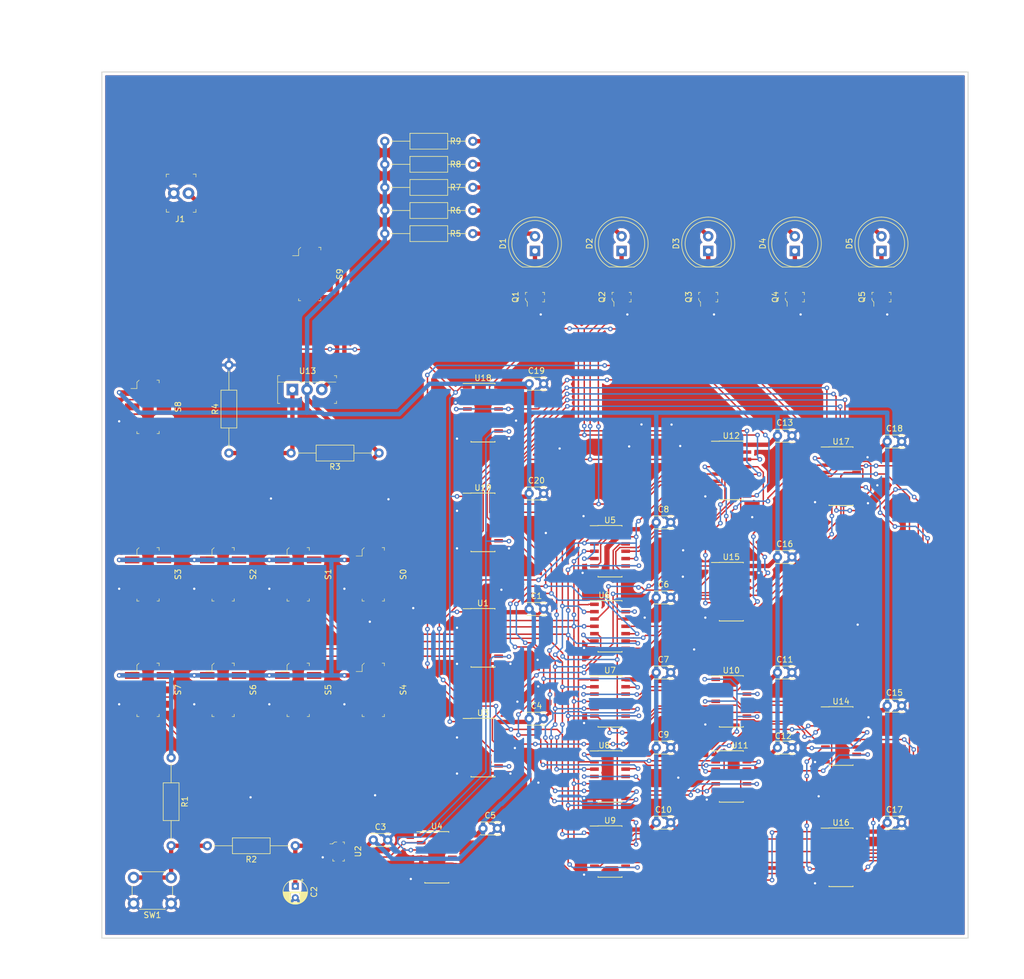
<source format=kicad_pcb>
(kicad_pcb (version 20171130) (host pcbnew "(5.1.6)-1")
  (layers (0 F.Cu signal) (31 B.Cu signal) (34 B.Paste user) (35 F.Paste user) (36 B.SilkS user) (37 F.SilkS user) (38 B.Mask user) (39 F.Mask user) (44 Edge.Cuts user))
  (net 0 "")
  (net 1 +5V)
  (net 2 GND)
  (net 3 "Net-(C2-Pad1)")
  (net 4 "Net-(D1-Pad1)")
  (net 5 "Net-(D1-Pad2)")
  (net 6 "Net-(D2-Pad1)")
  (net 7 "Net-(D2-Pad2)")
  (net 8 "Net-(D3-Pad2)")
  (net 9 "Net-(D3-Pad1)")
  (net 10 "Net-(D4-Pad1)")
  (net 11 "Net-(D4-Pad2)")
  (net 12 "Net-(D5-Pad2)")
  (net 13 "Net-(D5-Pad1)")
  (net 14 "Net-(J1-Pad1)")
  (net 15 /A3)
  (net 16 /A2)
  (net 17 /A1)
  (net 18 /A0)
  (net 19 /Cout)
  (net 20 "Net-(R1-Pad2)")
  (net 21 "Net-(R3-Pad2)")
  (net 22 "Net-(S0-Pad6)")
  (net 23 "Net-(S0-Pad5)")
  (net 24 "Net-(S0-Pad4)")
  (net 25 "Net-(S0-Pad2)")
  (net 26 "Net-(S1-Pad2)")
  (net 27 "Net-(S1-Pad4)")
  (net 28 "Net-(S1-Pad5)")
  (net 29 "Net-(S1-Pad6)")
  (net 30 "Net-(S2-Pad6)")
  (net 31 "Net-(S2-Pad5)")
  (net 32 "Net-(S2-Pad4)")
  (net 33 "Net-(S2-Pad2)")
  (net 34 "Net-(S3-Pad2)")
  (net 35 "Net-(S3-Pad4)")
  (net 36 "Net-(S3-Pad5)")
  (net 37 "Net-(S3-Pad6)")
  (net 38 "Net-(S4-Pad6)")
  (net 39 "Net-(S4-Pad5)")
  (net 40 "Net-(S4-Pad4)")
  (net 41 "Net-(S4-Pad2)")
  (net 42 "Net-(S5-Pad2)")
  (net 43 "Net-(S5-Pad4)")
  (net 44 "Net-(S5-Pad5)")
  (net 45 "Net-(S5-Pad6)")
  (net 46 "Net-(S6-Pad6)")
  (net 47 "Net-(S6-Pad5)")
  (net 48 "Net-(S6-Pad4)")
  (net 49 "Net-(S6-Pad2)")
  (net 50 "Net-(S7-Pad2)")
  (net 51 "Net-(S7-Pad4)")
  (net 52 "Net-(S7-Pad5)")
  (net 53 "Net-(S7-Pad6)")
  (net 54 /~RESET~)
  (net 55 "Net-(S8-Pad4)")
  (net 56 "Net-(S8-Pad5)")
  (net 57 "Net-(S8-Pad6)")
  (net 58 "Net-(S9-Pad6)")
  (net 59 "Net-(S9-Pad1)")
  (net 60 "Net-(S9-Pad3)")
  (net 61 /CLK)
  (net 62 "Net-(U1-Pad11)")
  (net 63 /D3)
  (net 64 /D2)
  (net 65 /D1)
  (net 66 /D0)
  (net 67 "Net-(U2-Pad1)")
  (net 68 /I0)
  (net 69 /I1)
  (net 70 /I2)
  (net 71 /I3)
  (net 72 "Net-(U3-Pad11)")
  (net 73 "Net-(U4-Pad11)")
  (net 74 "Net-(U4-Pad8)")
  (net 75 "Net-(U4-Pad6)")
  (net 76 /~CLK~)
  (net 77 "Net-(U12-Pad6)")
  (net 78 "Net-(U12-Pad2)")
  (net 79 "Net-(U12-Pad15)")
  (net 80 "Net-(U12-Pad11)")
  (net 81 "Net-(U15-Pad2)")
  (net 82 "Net-(U15-Pad5)")
  (net 83 "Net-(U15-Pad11)")
  (net 84 "Net-(U15-Pad14)")
  (net 85 "Net-(U10-Pad13)")
  (net 86 "Net-(U10-Pad10)")
  (net 87 "Net-(U10-Pad5)")
  (net 88 "Net-(U10-Pad2)")
  (net 89 "Net-(U11-Pad2)")
  (net 90 "Net-(U11-Pad5)")
  (net 91 "Net-(U11-Pad10)")
  (net 92 "Net-(U11-Pad13)")
  (net 93 "Net-(U16-Pad14)")
  (net 94 "Net-(U16-Pad11)")
  (net 95 "Net-(U16-Pad5)")
  (net 96 "Net-(U16-Pad2)")
  (net 97 "Net-(U10-Pad3)")
  (net 98 "Net-(U10-Pad6)")
  (net 99 "Net-(U10-Pad8)")
  (net 100 "Net-(U10-Pad11)")
  (net 101 "Net-(U11-Pad11)")
  (net 102 "Net-(U11-Pad8)")
  (net 103 "Net-(U11-Pad6)")
  (net 104 "Net-(U11-Pad3)")
  (net 105 "Net-(U12-Pad1)")
  (net 106 "Net-(U12-Pad4)")
  (net 107 "Net-(U12-Pad9)")
  (net 108 "Net-(U12-Pad10)")
  (net 109 "Net-(U12-Pad13)")
  (net 110 "Net-(U14-Pad4)")
  (net 111 "Net-(U14-Pad7)")
  (net 112 "Net-(U14-Pad9)")
  (net 113 "Net-(U14-Pad12)")
  (net 114 "Net-(U15-Pad12)")
  (net 115 "Net-(U15-Pad9)")
  (net 116 "Net-(U15-Pad7)")
  (net 117 "Net-(U15-Pad4)")
  (net 118 "Net-(U16-Pad12)")
  (net 119 "Net-(U16-Pad9)")
  (net 120 "Net-(U16-Pad7)")
  (net 121 "Net-(U16-Pad4)")
  (net 122 "Net-(U17-Pad4)")
  (net 123 "Net-(U17-Pad7)")
  (net 124 "Net-(U17-Pad9)")
  (net 125 "Net-(U17-Pad12)")
  (net 126 "Net-(U18-Pad14)")
  (net 127 "Net-(U18-Pad13)")
  (net 128 "Net-(U18-Pad12)")
  (net 129 "Net-(U18-Pad11)")
  (net 130 "Net-(U19-Pad11)")
  (module Capacitor_THT:C_Disc_D3.0mm_W2.0mm_P2.50mm (layer F.Cu) (at 98.25 118.75)
    (fp_text reference C1 (at 1.25 -2.25) (layer F.SilkS))
    (fp_text value 0.1uF)
    (pad 1 thru_hole circle (at 0 0) (size 1.6 1.6) (drill 0.8) (layers *.Cu *.Mask) (net 1 +5V))
    (pad 2 thru_hole circle (at 2.5 0) (size 1.6 1.6) (drill 0.8) (layers *.Cu *.Mask) (net 2 GND))
  )
  (module Capacitor_THT:CP_Radial_D4.0mm_P2.00mm (layer F.Cu) (at 57.75 166.75 270)
    (fp_text reference C2 (at 1 -3.25 270) (layer F.SilkS))
    (fp_text value 10uF)
    (pad 1 thru_hole rect (at 0 0 270) (size 1.2 1.2) (drill 0.6) (layers *.Cu *.Mask) (net 3 "Net-(C2-Pad1)"))
    (pad 2 thru_hole circle (at 2 0 270) (size 1.2 1.2) (drill 0.6) (layers *.Cu *.Mask) (net 2 GND))
  )
  (module Capacitor_THT:C_Disc_D3.0mm_W2.0mm_P2.50mm (layer F.Cu) (at 71.25 158.75)
    (fp_text reference C3 (at 1.25 -2.25) (layer F.SilkS))
    (fp_text value 0.1uF)
    (pad 2 thru_hole circle (at 2.5 0) (size 1.6 1.6) (drill 0.8) (layers *.Cu *.Mask) (net 2 GND))
    (pad 1 thru_hole circle (at 0 0) (size 1.6 1.6) (drill 0.8) (layers *.Cu *.Mask) (net 1 +5V))
  )
  (module Capacitor_THT:C_Disc_D3.0mm_W2.0mm_P2.50mm (layer F.Cu) (at 98.25 137.75)
    (fp_text reference C4 (at 1.25 -2.25) (layer F.SilkS))
    (fp_text value 0.1uF)
    (pad 2 thru_hole circle (at 2.5 0) (size 1.6 1.6) (drill 0.8) (layers *.Cu *.Mask) (net 2 GND))
    (pad 1 thru_hole circle (at 0 0) (size 1.6 1.6) (drill 0.8) (layers *.Cu *.Mask) (net 1 +5V))
  )
  (module Capacitor_THT:C_Disc_D3.0mm_W2.0mm_P2.50mm (layer F.Cu) (at 90.25 156.75)
    (fp_text reference C5 (at 1.25 -2.25) (layer F.SilkS))
    (fp_text value 0.1uF)
    (pad 1 thru_hole circle (at 0 0) (size 1.6 1.6) (drill 0.8) (layers *.Cu *.Mask) (net 1 +5V))
    (pad 2 thru_hole circle (at 2.5 0) (size 1.6 1.6) (drill 0.8) (layers *.Cu *.Mask) (net 2 GND))
  )
  (module Capacitor_THT:C_Disc_D3.0mm_W2.0mm_P2.50mm (layer F.Cu) (at 120.25 116.75)
    (fp_text reference C6 (at 1.25 -2.25) (layer F.SilkS))
    (fp_text value 0.1uF)
    (pad 1 thru_hole circle (at 0 0) (size 1.6 1.6) (drill 0.8) (layers *.Cu *.Mask) (net 1 +5V))
    (pad 2 thru_hole circle (at 2.5 0) (size 1.6 1.6) (drill 0.8) (layers *.Cu *.Mask) (net 2 GND))
  )
  (module Capacitor_THT:C_Disc_D3.0mm_W2.0mm_P2.50mm (layer F.Cu) (at 120.25 129.75)
    (fp_text reference C7 (at 1.25 -2.25) (layer F.SilkS))
    (fp_text value 0.1uF)
    (pad 2 thru_hole circle (at 2.5 0) (size 1.6 1.6) (drill 0.8) (layers *.Cu *.Mask) (net 2 GND))
    (pad 1 thru_hole circle (at 0 0) (size 1.6 1.6) (drill 0.8) (layers *.Cu *.Mask) (net 1 +5V))
  )
  (module Capacitor_THT:C_Disc_D3.0mm_W2.0mm_P2.50mm (layer F.Cu) (at 120.25 103.75)
    (fp_text reference C8 (at 1.25 -2.25) (layer F.SilkS))
    (fp_text value 0.1uF)
    (pad 1 thru_hole circle (at 0 0) (size 1.6 1.6) (drill 0.8) (layers *.Cu *.Mask) (net 1 +5V))
    (pad 2 thru_hole circle (at 2.5 0) (size 1.6 1.6) (drill 0.8) (layers *.Cu *.Mask) (net 2 GND))
  )
  (module Capacitor_THT:C_Disc_D3.0mm_W2.0mm_P2.50mm (layer F.Cu) (at 120.25 142.75)
    (fp_text reference C9 (at 1.25 -2.25) (layer F.SilkS))
    (fp_text value 0.1uF)
    (pad 2 thru_hole circle (at 2.5 0) (size 1.6 1.6) (drill 0.8) (layers *.Cu *.Mask) (net 2 GND))
    (pad 1 thru_hole circle (at 0 0) (size 1.6 1.6) (drill 0.8) (layers *.Cu *.Mask) (net 1 +5V))
  )
  (module Capacitor_THT:C_Disc_D3.0mm_W2.0mm_P2.50mm (layer F.Cu) (at 120.25 155.75)
    (fp_text reference C10 (at 1.25 -2.25) (layer F.SilkS))
    (fp_text value 0.1uF)
    (pad 1 thru_hole circle (at 0 0) (size 1.6 1.6) (drill 0.8) (layers *.Cu *.Mask) (net 1 +5V))
    (pad 2 thru_hole circle (at 2.5 0) (size 1.6 1.6) (drill 0.8) (layers *.Cu *.Mask) (net 2 GND))
  )
  (module Capacitor_THT:C_Disc_D3.0mm_W2.0mm_P2.50mm (layer F.Cu) (at 141.25 129.75)
    (fp_text reference C11 (at 1.25 -2.25) (layer F.SilkS))
    (fp_text value 0.1uF)
    (pad 2 thru_hole circle (at 2.5 0) (size 1.6 1.6) (drill 0.8) (layers *.Cu *.Mask) (net 2 GND))
    (pad 1 thru_hole circle (at 0 0) (size 1.6 1.6) (drill 0.8) (layers *.Cu *.Mask) (net 1 +5V))
  )
  (module Capacitor_THT:C_Disc_D3.0mm_W2.0mm_P2.50mm (layer F.Cu) (at 141.25 142.75)
    (fp_text reference C12 (at 1 -2) (layer F.SilkS))
    (fp_text value 0.1uF)
    (pad 2 thru_hole circle (at 2.5 0) (size 1.6 1.6) (drill 0.8) (layers *.Cu *.Mask) (net 2 GND))
    (pad 1 thru_hole circle (at 0 0) (size 1.6 1.6) (drill 0.8) (layers *.Cu *.Mask) (net 1 +5V))
  )
  (module Capacitor_THT:C_Disc_D3.0mm_W2.0mm_P2.50mm (layer F.Cu) (at 141.25 88.75)
    (fp_text reference C13 (at 1.25 -2.25) (layer F.SilkS))
    (fp_text value 0.1uF)
    (pad 1 thru_hole circle (at 0 0) (size 1.6 1.6) (drill 0.8) (layers *.Cu *.Mask) (net 1 +5V))
    (pad 2 thru_hole circle (at 2.5 0) (size 1.6 1.6) (drill 0.8) (layers *.Cu *.Mask) (net 2 GND))
  )
  (module Capacitor_THT:C_Disc_D3.0mm_W2.0mm_P2.50mm (layer F.Cu) (at 160.25 135.5)
    (fp_text reference C15 (at 1.25 -2.25) (layer F.SilkS))
    (fp_text value 0.1uF)
    (pad 1 thru_hole circle (at 0 0) (size 1.6 1.6) (drill 0.8) (layers *.Cu *.Mask) (net 1 +5V))
    (pad 2 thru_hole circle (at 2.5 0) (size 1.6 1.6) (drill 0.8) (layers *.Cu *.Mask) (net 2 GND))
  )
  (module Capacitor_THT:C_Disc_D3.0mm_W2.0mm_P2.50mm (layer F.Cu) (at 141.25 109.75)
    (fp_text reference C16 (at 1.25 -2.25) (layer F.SilkS))
    (fp_text value 0.1uF)
    (pad 2 thru_hole circle (at 2.5 0) (size 1.6 1.6) (drill 0.8) (layers *.Cu *.Mask) (net 2 GND))
    (pad 1 thru_hole circle (at 0 0) (size 1.6 1.6) (drill 0.8) (layers *.Cu *.Mask) (net 1 +5V))
  )
  (module Capacitor_THT:C_Disc_D3.0mm_W2.0mm_P2.50mm (layer F.Cu) (at 160.25 155.75)
    (fp_text reference C17 (at 1.25 -2.25) (layer F.SilkS))
    (fp_text value 0.1uF)
    (pad 2 thru_hole circle (at 2.5 0) (size 1.6 1.6) (drill 0.8) (layers *.Cu *.Mask) (net 2 GND))
    (pad 1 thru_hole circle (at 0 0) (size 1.6 1.6) (drill 0.8) (layers *.Cu *.Mask) (net 1 +5V))
  )
  (module Capacitor_THT:C_Disc_D3.0mm_W2.0mm_P2.50mm (layer F.Cu) (at 160.25 89.75)
    (fp_text reference C18 (at 1.25 -2.25) (layer F.SilkS))
    (fp_text value 0.1uF)
    (pad 1 thru_hole circle (at 0 0) (size 1.6 1.6) (drill 0.8) (layers *.Cu *.Mask) (net 1 +5V))
    (pad 2 thru_hole circle (at 2.5 0) (size 1.6 1.6) (drill 0.8) (layers *.Cu *.Mask) (net 2 GND))
  )
  (module Capacitor_THT:C_Disc_D3.0mm_W2.0mm_P2.50mm (layer F.Cu) (at 98.25 79.75)
    (fp_text reference C19 (at 1.25 -2.25) (layer F.SilkS))
    (fp_text value 0.1uF)
    (pad 1 thru_hole circle (at 0 0) (size 1.6 1.6) (drill 0.8) (layers *.Cu *.Mask) (net 1 +5V))
    (pad 2 thru_hole circle (at 2.5 0) (size 1.6 1.6) (drill 0.8) (layers *.Cu *.Mask) (net 2 GND))
  )
  (module Capacitor_THT:C_Disc_D3.0mm_W2.0mm_P2.50mm (layer F.Cu) (at 98.25 98.75)
    (fp_text reference C20 (at 1.25 -2.25) (layer F.SilkS))
    (fp_text value 0.1uF)
    (pad 2 thru_hole circle (at 2.5 0) (size 1.6 1.6) (drill 0.8) (layers *.Cu *.Mask) (net 2 GND))
    (pad 1 thru_hole circle (at 0 0) (size 1.6 1.6) (drill 0.8) (layers *.Cu *.Mask) (net 1 +5V))
  )
  (module LED_THT:LED_D8.0mm (layer F.Cu) (at 99.25 56.75 90)
    (fp_text reference D1 (at 1.27 -5.56 90) (layer F.SilkS))
    (fp_text value LED)
    (pad 1 thru_hole rect (at 0 0 90) (size 1.8 1.8) (drill 0.9) (layers *.Cu *.Mask) (net 4 "Net-(D1-Pad1)"))
    (pad 2 thru_hole circle (at 2.54 0 90) (size 1.8 1.8) (drill 0.9) (layers *.Cu *.Mask) (net 5 "Net-(D1-Pad2)"))
  )
  (module LED_THT:LED_D8.0mm (layer F.Cu) (at 114.25 56.75 90)
    (fp_text reference D2 (at 1.27 -5.56 90) (layer F.SilkS))
    (fp_text value LED)
    (pad 1 thru_hole rect (at 0 0 90) (size 1.8 1.8) (drill 0.9) (layers *.Cu *.Mask) (net 6 "Net-(D2-Pad1)"))
    (pad 2 thru_hole circle (at 2.54 0 90) (size 1.8 1.8) (drill 0.9) (layers *.Cu *.Mask) (net 7 "Net-(D2-Pad2)"))
  )
  (module LED_THT:LED_D8.0mm (layer F.Cu) (at 129.25 56.75 90)
    (fp_text reference D3 (at 1.27 -5.56 90) (layer F.SilkS))
    (fp_text value LED)
    (pad 2 thru_hole circle (at 2.54 0 90) (size 1.8 1.8) (drill 0.9) (layers *.Cu *.Mask) (net 8 "Net-(D3-Pad2)"))
    (pad 1 thru_hole rect (at 0 0 90) (size 1.8 1.8) (drill 0.9) (layers *.Cu *.Mask) (net 9 "Net-(D3-Pad1)"))
  )
  (module LED_THT:LED_D8.0mm (layer F.Cu) (at 144.25 56.75 90)
    (fp_text reference D4 (at 1.27 -5.56 90) (layer F.SilkS))
    (fp_text value LED)
    (pad 1 thru_hole rect (at 0 0 90) (size 1.8 1.8) (drill 0.9) (layers *.Cu *.Mask) (net 10 "Net-(D4-Pad1)"))
    (pad 2 thru_hole circle (at 2.54 0 90) (size 1.8 1.8) (drill 0.9) (layers *.Cu *.Mask) (net 11 "Net-(D4-Pad2)"))
  )
  (module LED_THT:LED_D8.0mm (layer F.Cu) (at 159.25 56.75 90)
    (fp_text reference D5 (at 1.27 -5.56 90) (layer F.SilkS))
    (fp_text value LED)
    (pad 2 thru_hole circle (at 2.54 0 90) (size 1.8 1.8) (drill 0.9) (layers *.Cu *.Mask) (net 12 "Net-(D5-Pad2)"))
    (pad 1 thru_hole rect (at 0 0 90) (size 1.8 1.8) (drill 0.9) (layers *.Cu *.Mask) (net 13 "Net-(D5-Pad1)"))
  )
  (module digikey-footprints:PinHeader_1x2_P2.54mm_Drill1.02mm (layer F.Cu) (at 39.25 46.75 180)
    (fp_text reference J1 (at 1.45 -4.48 180) (layer F.SilkS))
    (fp_text value 22-23-2021)
    (pad 1 thru_hole circle (at 0 0 180) (size 2.02 2.02) (drill 1.02) (layers *.Cu *.Mask) (net 14 "Net-(J1-Pad1)"))
    (pad 2 thru_hole circle (at 2.54 0 180) (size 2.02 2.02) (drill 1.02) (layers *.Cu *.Mask) (net 2 GND))
  )
  (module digikey-footprints:SOT-23-3 (layer F.Cu) (at 99.25 64.75 90)
    (fp_text reference Q1 (at 0.025 -3.375 90) (layer F.SilkS))
    (fp_text value 2N7002)
    (pad 3 smd rect (at 1.05 0 90) (size 1.3 0.6) (layers F.Cu F.Paste F.Mask) (net 4 "Net-(D1-Pad1)"))
    (pad 2 smd rect (at -1.05 0.95 90) (size 1.3 0.6) (layers F.Cu F.Paste F.Mask) (net 2 GND))
    (pad 1 smd rect (at -1.05 -0.95 90) (size 1.3 0.6) (layers F.Cu F.Paste F.Mask) (net 15 /A3))
  )
  (module digikey-footprints:SOT-23-3 (layer F.Cu) (at 114.25 64.75 90)
    (fp_text reference Q2 (at 0.025 -3.375 90) (layer F.SilkS))
    (fp_text value 2N7002)
    (pad 1 smd rect (at -1.05 -0.95 90) (size 1.3 0.6) (layers F.Cu F.Paste F.Mask) (net 16 /A2))
    (pad 2 smd rect (at -1.05 0.95 90) (size 1.3 0.6) (layers F.Cu F.Paste F.Mask) (net 2 GND))
    (pad 3 smd rect (at 1.05 0 90) (size 1.3 0.6) (layers F.Cu F.Paste F.Mask) (net 6 "Net-(D2-Pad1)"))
  )
  (module digikey-footprints:SOT-23-3 (layer F.Cu) (at 129.25 64.75 90)
    (fp_text reference Q3 (at 0.025 -3.375 90) (layer F.SilkS))
    (fp_text value 2N7002)
    (pad 3 smd rect (at 1.05 0 90) (size 1.3 0.6) (layers F.Cu F.Paste F.Mask) (net 9 "Net-(D3-Pad1)"))
    (pad 2 smd rect (at -1.05 0.95 90) (size 1.3 0.6) (layers F.Cu F.Paste F.Mask) (net 2 GND))
    (pad 1 smd rect (at -1.05 -0.95 90) (size 1.3 0.6) (layers F.Cu F.Paste F.Mask) (net 17 /A1))
  )
  (module digikey-footprints:SOT-23-3 (layer F.Cu) (at 144.25 64.75 90)
    (fp_text reference Q4 (at 0.025 -3.375 90) (layer F.SilkS))
    (fp_text value 2N7002)
    (pad 1 smd rect (at -1.05 -0.95 90) (size 1.3 0.6) (layers F.Cu F.Paste F.Mask) (net 18 /A0))
    (pad 2 smd rect (at -1.05 0.95 90) (size 1.3 0.6) (layers F.Cu F.Paste F.Mask) (net 2 GND))
    (pad 3 smd rect (at 1.05 0 90) (size 1.3 0.6) (layers F.Cu F.Paste F.Mask) (net 10 "Net-(D4-Pad1)"))
  )
  (module digikey-footprints:SOT-23-3 (layer F.Cu) (at 159.25 64.75 90)
    (fp_text reference Q5 (at 0.025 -3.375 90) (layer F.SilkS))
    (fp_text value 2N7002)
    (pad 3 smd rect (at 1.05 0 90) (size 1.3 0.6) (layers F.Cu F.Paste F.Mask) (net 13 "Net-(D5-Pad1)"))
    (pad 2 smd rect (at -1.05 0.95 90) (size 1.3 0.6) (layers F.Cu F.Paste F.Mask) (net 2 GND))
    (pad 1 smd rect (at -1.05 -0.95 90) (size 1.3 0.6) (layers F.Cu F.Paste F.Mask) (net 19 /Cout))
  )
  (module Resistor_THT:R_Axial_DIN0207_L6.3mm_D2.5mm_P15.24mm_Horizontal (layer F.Cu) (at 36.25 144.5 270)
    (fp_text reference R1 (at 7.62 -2.37 270) (layer F.SilkS))
    (fp_text value 5k)
    (pad 1 thru_hole circle (at 0 0 270) (size 1.6 1.6) (drill 0.8) (layers *.Cu *.Mask) (net 1 +5V))
    (pad 2 thru_hole oval (at 15.24 0 270) (size 1.6 1.6) (drill 0.8) (layers *.Cu *.Mask) (net 20 "Net-(R1-Pad2)"))
  )
  (module Resistor_THT:R_Axial_DIN0207_L6.3mm_D2.5mm_P15.24mm_Horizontal (layer F.Cu) (at 57.75 159.75 180)
    (fp_text reference R2 (at 7.62 -2.37 180) (layer F.SilkS))
    (fp_text value 100)
    (pad 2 thru_hole oval (at 15.24 0 180) (size 1.6 1.6) (drill 0.8) (layers *.Cu *.Mask) (net 20 "Net-(R1-Pad2)"))
    (pad 1 thru_hole circle (at 0 0 180) (size 1.6 1.6) (drill 0.8) (layers *.Cu *.Mask) (net 3 "Net-(C2-Pad1)"))
  )
  (module Resistor_THT:R_Axial_DIN0207_L6.3mm_D2.5mm_P15.24mm_Horizontal (layer F.Cu) (at 72.25 91.75 180)
    (fp_text reference R3 (at 7.62 -2.37 180) (layer F.SilkS))
    (fp_text value 330)
    (pad 1 thru_hole circle (at 0 0 180) (size 1.6 1.6) (drill 0.8) (layers *.Cu *.Mask) (net 1 +5V))
    (pad 2 thru_hole oval (at 15.24 0 180) (size 1.6 1.6) (drill 0.8) (layers *.Cu *.Mask) (net 21 "Net-(R3-Pad2)"))
  )
  (module Resistor_THT:R_Axial_DIN0207_L6.3mm_D2.5mm_P15.24mm_Horizontal (layer F.Cu) (at 46.25 91.75 90)
    (fp_text reference R4 (at 7.62 -2.37 90) (layer F.SilkS))
    (fp_text value 1k)
    (pad 2 thru_hole oval (at 15.24 0 90) (size 1.6 1.6) (drill 0.8) (layers *.Cu *.Mask) (net 2 GND))
    (pad 1 thru_hole circle (at 0 0 90) (size 1.6 1.6) (drill 0.8) (layers *.Cu *.Mask) (net 21 "Net-(R3-Pad2)"))
  )
  (module Resistor_THT:R_Axial_DIN0207_L6.3mm_D2.5mm_P15.24mm_Horizontal (layer F.Cu) (at 73.25 53.75)
    (fp_text reference R5 (at 12.25 0) (layer F.SilkS))
    (fp_text value 330)
    (pad 1 thru_hole circle (at 0 0) (size 1.6 1.6) (drill 0.8) (layers *.Cu *.Mask) (net 1 +5V))
    (pad 2 thru_hole oval (at 15.24 0) (size 1.6 1.6) (drill 0.8) (layers *.Cu *.Mask) (net 5 "Net-(D1-Pad2)"))
  )
  (module Resistor_THT:R_Axial_DIN0207_L6.3mm_D2.5mm_P15.24mm_Horizontal (layer F.Cu) (at 73.25 49.75)
    (fp_text reference R6 (at 12.25 0) (layer F.SilkS))
    (fp_text value 330)
    (pad 1 thru_hole circle (at 0 0) (size 1.6 1.6) (drill 0.8) (layers *.Cu *.Mask) (net 1 +5V))
    (pad 2 thru_hole oval (at 15.24 0) (size 1.6 1.6) (drill 0.8) (layers *.Cu *.Mask) (net 7 "Net-(D2-Pad2)"))
  )
  (module Resistor_THT:R_Axial_DIN0207_L6.3mm_D2.5mm_P15.24mm_Horizontal (layer F.Cu) (at 73.25 45.75)
    (fp_text reference R7 (at 12.25 0) (layer F.SilkS))
    (fp_text value 330)
    (pad 2 thru_hole oval (at 15.24 0) (size 1.6 1.6) (drill 0.8) (layers *.Cu *.Mask) (net 8 "Net-(D3-Pad2)"))
    (pad 1 thru_hole circle (at 0 0) (size 1.6 1.6) (drill 0.8) (layers *.Cu *.Mask) (net 1 +5V))
  )
  (module Resistor_THT:R_Axial_DIN0207_L6.3mm_D2.5mm_P15.24mm_Horizontal (layer F.Cu) (at 73.25 41.75)
    (fp_text reference R8 (at 12.25 0) (layer F.SilkS))
    (fp_text value 330)
    (pad 2 thru_hole oval (at 15.24 0) (size 1.6 1.6) (drill 0.8) (layers *.Cu *.Mask) (net 11 "Net-(D4-Pad2)"))
    (pad 1 thru_hole circle (at 0 0) (size 1.6 1.6) (drill 0.8) (layers *.Cu *.Mask) (net 1 +5V))
  )
  (module Resistor_THT:R_Axial_DIN0207_L6.3mm_D2.5mm_P15.24mm_Horizontal (layer F.Cu) (at 73.25 37.75)
    (fp_text reference R9 (at 12.25 0) (layer F.SilkS))
    (fp_text value 330)
    (pad 1 thru_hole circle (at 0 0) (size 1.6 1.6) (drill 0.8) (layers *.Cu *.Mask) (net 1 +5V))
    (pad 2 thru_hole oval (at 15.24 0) (size 1.6 1.6) (drill 0.8) (layers *.Cu *.Mask) (net 12 "Net-(D5-Pad2)"))
  )
  (module digikey-footprints:Switch_Slide_JS202011SCQN (layer F.Cu) (at 71.25 112.75 270)
    (fp_text reference S0 (at 0 -5.2 270) (layer F.SilkS))
    (fp_text value JS202011SCQN)
    (pad 6 smd rect (at 2.5 -2.75 270) (size 1.2 2.5) (layers F.Cu F.Paste F.Mask) (net 22 "Net-(S0-Pad6)"))
    (pad 5 smd rect (at 0 -2.75 270) (size 1.2 2.5) (layers F.Cu F.Paste F.Mask) (net 23 "Net-(S0-Pad5)"))
    (pad 4 smd rect (at -2.5 -2.75 270) (size 1.2 2.5) (layers F.Cu F.Paste F.Mask) (net 24 "Net-(S0-Pad4)"))
    (pad 1 smd rect (at -2.5 2.75 270) (size 1.2 2.5) (layers F.Cu F.Paste F.Mask) (net 1 +5V))
    (pad 2 smd rect (at 0 2.75 270) (size 1.2 2.5) (layers F.Cu F.Paste F.Mask) (net 25 "Net-(S0-Pad2)"))
    (pad 3 smd rect (at 2.5 2.75 270) (size 1.2 2.5) (layers F.Cu F.Paste F.Mask) (net 2 GND))
  )
  (module digikey-footprints:Switch_Slide_JS202011SCQN (layer F.Cu) (at 58.25 112.75 270)
    (fp_text reference S1 (at 0 -5.2 270) (layer F.SilkS))
    (fp_text value JS202011SCQN)
    (pad 3 smd rect (at 2.5 2.75 270) (size 1.2 2.5) (layers F.Cu F.Paste F.Mask) (net 2 GND))
    (pad 2 smd rect (at 0 2.75 270) (size 1.2 2.5) (layers F.Cu F.Paste F.Mask) (net 26 "Net-(S1-Pad2)"))
    (pad 1 smd rect (at -2.5 2.75 270) (size 1.2 2.5) (layers F.Cu F.Paste F.Mask) (net 1 +5V))
    (pad 4 smd rect (at -2.5 -2.75 270) (size 1.2 2.5) (layers F.Cu F.Paste F.Mask) (net 27 "Net-(S1-Pad4)"))
    (pad 5 smd rect (at 0 -2.75 270) (size 1.2 2.5) (layers F.Cu F.Paste F.Mask) (net 28 "Net-(S1-Pad5)"))
    (pad 6 smd rect (at 2.5 -2.75 270) (size 1.2 2.5) (layers F.Cu F.Paste F.Mask) (net 29 "Net-(S1-Pad6)"))
  )
  (module digikey-footprints:Switch_Slide_JS202011SCQN (layer F.Cu) (at 45.25 112.75 270)
    (fp_text reference S2 (at 0 -5.2 270) (layer F.SilkS))
    (fp_text value JS202011SCQN)
    (pad 6 smd rect (at 2.5 -2.75 270) (size 1.2 2.5) (layers F.Cu F.Paste F.Mask) (net 30 "Net-(S2-Pad6)"))
    (pad 5 smd rect (at 0 -2.75 270) (size 1.2 2.5) (layers F.Cu F.Paste F.Mask) (net 31 "Net-(S2-Pad5)"))
    (pad 4 smd rect (at -2.5 -2.75 270) (size 1.2 2.5) (layers F.Cu F.Paste F.Mask) (net 32 "Net-(S2-Pad4)"))
    (pad 1 smd rect (at -2.5 2.75 270) (size 1.2 2.5) (layers F.Cu F.Paste F.Mask) (net 1 +5V))
    (pad 2 smd rect (at 0 2.75 270) (size 1.2 2.5) (layers F.Cu F.Paste F.Mask) (net 33 "Net-(S2-Pad2)"))
    (pad 3 smd rect (at 2.5 2.75 270) (size 1.2 2.5) (layers F.Cu F.Paste F.Mask) (net 2 GND))
  )
  (module digikey-footprints:Switch_Slide_JS202011SCQN (layer F.Cu) (at 32.25 112.75 270)
    (fp_text reference S3 (at 0 -5.2 270) (layer F.SilkS))
    (fp_text value JS202011SCQN)
    (pad 3 smd rect (at 2.5 2.75 270) (size 1.2 2.5) (layers F.Cu F.Paste F.Mask) (net 2 GND))
    (pad 2 smd rect (at 0 2.75 270) (size 1.2 2.5) (layers F.Cu F.Paste F.Mask) (net 34 "Net-(S3-Pad2)"))
    (pad 1 smd rect (at -2.5 2.75 270) (size 1.2 2.5) (layers F.Cu F.Paste F.Mask) (net 1 +5V))
    (pad 4 smd rect (at -2.5 -2.75 270) (size 1.2 2.5) (layers F.Cu F.Paste F.Mask) (net 35 "Net-(S3-Pad4)"))
    (pad 5 smd rect (at 0 -2.75 270) (size 1.2 2.5) (layers F.Cu F.Paste F.Mask) (net 36 "Net-(S3-Pad5)"))
    (pad 6 smd rect (at 2.5 -2.75 270) (size 1.2 2.5) (layers F.Cu F.Paste F.Mask) (net 37 "Net-(S3-Pad6)"))
  )
  (module digikey-footprints:Switch_Slide_JS202011SCQN (layer F.Cu) (at 71.25 132.75 270)
    (fp_text reference S4 (at 0 -5.2 270) (layer F.SilkS))
    (fp_text value JS202011SCQN)
    (pad 6 smd rect (at 2.5 -2.75 270) (size 1.2 2.5) (layers F.Cu F.Paste F.Mask) (net 38 "Net-(S4-Pad6)"))
    (pad 5 smd rect (at 0 -2.75 270) (size 1.2 2.5) (layers F.Cu F.Paste F.Mask) (net 39 "Net-(S4-Pad5)"))
    (pad 4 smd rect (at -2.5 -2.75 270) (size 1.2 2.5) (layers F.Cu F.Paste F.Mask) (net 40 "Net-(S4-Pad4)"))
    (pad 1 smd rect (at -2.5 2.75 270) (size 1.2 2.5) (layers F.Cu F.Paste F.Mask) (net 1 +5V))
    (pad 2 smd rect (at 0 2.75 270) (size 1.2 2.5) (layers F.Cu F.Paste F.Mask) (net 41 "Net-(S4-Pad2)"))
    (pad 3 smd rect (at 2.5 2.75 270) (size 1.2 2.5) (layers F.Cu F.Paste F.Mask) (net 2 GND))
  )
  (module digikey-footprints:Switch_Slide_JS202011SCQN (layer F.Cu) (at 58.25 132.75 270)
    (fp_text reference S5 (at 0 -5.2 270) (layer F.SilkS))
    (fp_text value JS202011SCQN)
    (pad 3 smd rect (at 2.5 2.75 270) (size 1.2 2.5) (layers F.Cu F.Paste F.Mask) (net 2 GND))
    (pad 2 smd rect (at 0 2.75 270) (size 1.2 2.5) (layers F.Cu F.Paste F.Mask) (net 42 "Net-(S5-Pad2)"))
    (pad 1 smd rect (at -2.5 2.75 270) (size 1.2 2.5) (layers F.Cu F.Paste F.Mask) (net 1 +5V))
    (pad 4 smd rect (at -2.5 -2.75 270) (size 1.2 2.5) (layers F.Cu F.Paste F.Mask) (net 43 "Net-(S5-Pad4)"))
    (pad 5 smd rect (at 0 -2.75 270) (size 1.2 2.5) (layers F.Cu F.Paste F.Mask) (net 44 "Net-(S5-Pad5)"))
    (pad 6 smd rect (at 2.5 -2.75 270) (size 1.2 2.5) (layers F.Cu F.Paste F.Mask) (net 45 "Net-(S5-Pad6)"))
  )
  (module digikey-footprints:Switch_Slide_JS202011SCQN (layer F.Cu) (at 45.25 132.75 270)
    (fp_text reference S6 (at 0 -5.2 270) (layer F.SilkS))
    (fp_text value JS202011SCQN)
    (pad 6 smd rect (at 2.5 -2.75 270) (size 1.2 2.5) (layers F.Cu F.Paste F.Mask) (net 46 "Net-(S6-Pad6)"))
    (pad 5 smd rect (at 0 -2.75 270) (size 1.2 2.5) (layers F.Cu F.Paste F.Mask) (net 47 "Net-(S6-Pad5)"))
    (pad 4 smd rect (at -2.5 -2.75 270) (size 1.2 2.5) (layers F.Cu F.Paste F.Mask) (net 48 "Net-(S6-Pad4)"))
    (pad 1 smd rect (at -2.5 2.75 270) (size 1.2 2.5) (layers F.Cu F.Paste F.Mask) (net 1 +5V))
    (pad 2 smd rect (at 0 2.75 270) (size 1.2 2.5) (layers F.Cu F.Paste F.Mask) (net 49 "Net-(S6-Pad2)"))
    (pad 3 smd rect (at 2.5 2.75 270) (size 1.2 2.5) (layers F.Cu F.Paste F.Mask) (net 2 GND))
  )
  (module digikey-footprints:Switch_Slide_JS202011SCQN (layer F.Cu) (at 32.25 132.75 270)
    (fp_text reference S7 (at 0 -5.2 270) (layer F.SilkS))
    (fp_text value JS202011SCQN)
    (pad 3 smd rect (at 2.5 2.75 270) (size 1.2 2.5) (layers F.Cu F.Paste F.Mask) (net 2 GND))
    (pad 2 smd rect (at 0 2.75 270) (size 1.2 2.5) (layers F.Cu F.Paste F.Mask) (net 50 "Net-(S7-Pad2)"))
    (pad 1 smd rect (at -2.5 2.75 270) (size 1.2 2.5) (layers F.Cu F.Paste F.Mask) (net 1 +5V))
    (pad 4 smd rect (at -2.5 -2.75 270) (size 1.2 2.5) (layers F.Cu F.Paste F.Mask) (net 51 "Net-(S7-Pad4)"))
    (pad 5 smd rect (at 0 -2.75 270) (size 1.2 2.5) (layers F.Cu F.Paste F.Mask) (net 52 "Net-(S7-Pad5)"))
    (pad 6 smd rect (at 2.5 -2.75 270) (size 1.2 2.5) (layers F.Cu F.Paste F.Mask) (net 53 "Net-(S7-Pad6)"))
  )
  (module digikey-footprints:Switch_Slide_JS202011SCQN (layer F.Cu) (at 32.25 83.75 270)
    (fp_text reference S8 (at 0 -5.2 270) (layer F.SilkS))
    (fp_text value JS202011SCQN)
    (pad 3 smd rect (at 2.5 2.75 270) (size 1.2 2.5) (layers F.Cu F.Paste F.Mask) (net 2 GND))
    (pad 2 smd rect (at 0 2.75 270) (size 1.2 2.5) (layers F.Cu F.Paste F.Mask) (net 54 /~RESET~))
    (pad 1 smd rect (at -2.5 2.75 270) (size 1.2 2.5) (layers F.Cu F.Paste F.Mask) (net 1 +5V))
    (pad 4 smd rect (at -2.5 -2.75 270) (size 1.2 2.5) (layers F.Cu F.Paste F.Mask) (net 55 "Net-(S8-Pad4)"))
    (pad 5 smd rect (at 0 -2.75 270) (size 1.2 2.5) (layers F.Cu F.Paste F.Mask) (net 56 "Net-(S8-Pad5)"))
    (pad 6 smd rect (at 2.5 -2.75 270) (size 1.2 2.5) (layers F.Cu F.Paste F.Mask) (net 57 "Net-(S8-Pad6)"))
  )
  (module digikey-footprints:Switch_Slide_JS202011SCQN (layer F.Cu) (at 60.25 60.75 270)
    (fp_text reference S9 (at 0 -5.2 270) (layer F.SilkS))
    (fp_text value JS202011SCQN)
    (pad 6 smd rect (at 2.5 -2.75 270) (size 1.2 2.5) (layers F.Cu F.Paste F.Mask) (net 58 "Net-(S9-Pad6)"))
    (pad 5 smd rect (at 0 -2.75 270) (size 1.2 2.5) (layers F.Cu F.Paste F.Mask) (net 14 "Net-(J1-Pad1)"))
    (pad 4 smd rect (at -2.5 -2.75 270) (size 1.2 2.5) (layers F.Cu F.Paste F.Mask) (net 59 "Net-(S9-Pad1)"))
    (pad 1 smd rect (at -2.5 2.75 270) (size 1.2 2.5) (layers F.Cu F.Paste F.Mask) (net 59 "Net-(S9-Pad1)"))
    (pad 2 smd rect (at 0 2.75 270) (size 1.2 2.5) (layers F.Cu F.Paste F.Mask) (net 14 "Net-(J1-Pad1)"))
    (pad 3 smd rect (at 2.5 2.75 270) (size 1.2 2.5) (layers F.Cu F.Paste F.Mask) (net 60 "Net-(S9-Pad3)"))
  )
  (module Button_Switch_THT:SW_PUSH_6mm (layer F.Cu) (at 36.25 169.75 180)
    (fp_text reference SW1 (at 3.25 -2 180) (layer F.SilkS))
    (fp_text value SW_Push_Dual)
    (pad 2 thru_hole circle (at 0 4.5 270) (size 2 2) (drill 1.1) (layers *.Cu *.Mask) (net 20 "Net-(R1-Pad2)"))
    (pad 1 thru_hole circle (at 0 0 270) (size 2 2) (drill 1.1) (layers *.Cu *.Mask) (net 2 GND))
    (pad 2 thru_hole circle (at 6.5 4.5 270) (size 2 2) (drill 1.1) (layers *.Cu *.Mask) (net 20 "Net-(R1-Pad2)"))
    (pad 1 thru_hole circle (at 6.5 0 270) (size 2 2) (drill 1.1) (layers *.Cu *.Mask) (net 2 GND))
  )
  (module Package_SO:SOIC-16_3.9x9.9mm_P1.27mm (layer F.Cu) (at 90.25 123.75)
    (fp_text reference U1 (at 0 -6) (layer F.SilkS))
    (fp_text value CD74HC195M96)
    (pad 1 smd rect (at -2.7 -4.445) (size 1.5 0.6) (layers F.Cu F.Paste F.Mask) (net 54 /~RESET~))
    (pad 2 smd rect (at -2.7 -3.175) (size 1.5 0.6) (layers F.Cu F.Paste F.Mask) (net 2 GND))
    (pad 3 smd rect (at -2.7 -1.905) (size 1.5 0.6) (layers F.Cu F.Paste F.Mask) (net 2 GND))
    (pad 4 smd rect (at -2.7 -0.635) (size 1.5 0.6) (layers F.Cu F.Paste F.Mask) (net 25 "Net-(S0-Pad2)"))
    (pad 5 smd rect (at -2.7 0.635) (size 1.5 0.6) (layers F.Cu F.Paste F.Mask) (net 26 "Net-(S1-Pad2)"))
    (pad 6 smd rect (at -2.7 1.905) (size 1.5 0.6) (layers F.Cu F.Paste F.Mask) (net 33 "Net-(S2-Pad2)"))
    (pad 7 smd rect (at -2.7 3.175) (size 1.5 0.6) (layers F.Cu F.Paste F.Mask) (net 34 "Net-(S3-Pad2)"))
    (pad 8 smd rect (at -2.7 4.445) (size 1.5 0.6) (layers F.Cu F.Paste F.Mask) (net 2 GND))
    (pad 9 smd rect (at 2.7 4.445) (size 1.5 0.6) (layers F.Cu F.Paste F.Mask) (net 2 GND))
    (pad 10 smd rect (at 2.7 3.175) (size 1.5 0.6) (layers F.Cu F.Paste F.Mask) (net 61 /CLK))
    (pad 11 smd rect (at 2.7 1.905) (size 1.5 0.6) (layers F.Cu F.Paste F.Mask) (net 62 "Net-(U1-Pad11)"))
    (pad 12 smd rect (at 2.7 0.635) (size 1.5 0.6) (layers F.Cu F.Paste F.Mask) (net 63 /D3))
    (pad 13 smd rect (at 2.7 -0.635) (size 1.5 0.6) (layers F.Cu F.Paste F.Mask) (net 64 /D2))
    (pad 14 smd rect (at 2.7 -1.905) (size 1.5 0.6) (layers F.Cu F.Paste F.Mask) (net 65 /D1))
    (pad 15 smd rect (at 2.7 -3.175) (size 1.5 0.6) (layers F.Cu F.Paste F.Mask) (net 66 /D0))
    (pad 16 smd rect (at 2.7 -4.445) (size 1.5 0.6) (layers F.Cu F.Paste F.Mask) (net 1 +5V))
  )
  (module digikey-footprints:SOT-753 (layer F.Cu) (at 65.25 160.75 270)
    (fp_text reference U2 (at -0.025 -3.375 270) (layer F.SilkS))
    (fp_text value SN74LVC1G14DBVR)
    (pad 5 smd rect (at -0.95 -1.35 270) (size 0.6 1.05) (layers F.Cu F.Paste F.Mask) (net 1 +5V))
    (pad 4 smd rect (at 0.95 -1.35 270) (size 0.6 1.05) (layers F.Cu F.Paste F.Mask) (net 61 /CLK))
    (pad 3 smd rect (at 0.95 1.35 270) (size 0.6 1.05) (layers F.Cu F.Paste F.Mask) (net 2 GND))
    (pad 2 smd rect (at 0 1.35 270) (size 0.6 1.05) (layers F.Cu F.Paste F.Mask) (net 3 "Net-(C2-Pad1)"))
    (pad 1 smd rect (at -0.95 1.35 270) (size 0.6 1.05) (layers F.Cu F.Paste F.Mask) (net 67 "Net-(U2-Pad1)"))
  )
  (module Package_SO:SOIC-16_3.9x9.9mm_P1.27mm (layer F.Cu) (at 90.25 142.75)
    (fp_text reference U3 (at 0 -6) (layer F.SilkS))
    (fp_text value CD74HC195M96)
    (pad 16 smd rect (at 2.7 -4.445) (size 1.5 0.6) (layers F.Cu F.Paste F.Mask) (net 1 +5V))
    (pad 15 smd rect (at 2.7 -3.175) (size 1.5 0.6) (layers F.Cu F.Paste F.Mask) (net 68 /I0))
    (pad 14 smd rect (at 2.7 -1.905) (size 1.5 0.6) (layers F.Cu F.Paste F.Mask) (net 69 /I1))
    (pad 13 smd rect (at 2.7 -0.635) (size 1.5 0.6) (layers F.Cu F.Paste F.Mask) (net 70 /I2))
    (pad 12 smd rect (at 2.7 0.635) (size 1.5 0.6) (layers F.Cu F.Paste F.Mask) (net 71 /I3))
    (pad 11 smd rect (at 2.7 1.905) (size 1.5 0.6) (layers F.Cu F.Paste F.Mask) (net 72 "Net-(U3-Pad11)"))
    (pad 10 smd rect (at 2.7 3.175) (size 1.5 0.6) (layers F.Cu F.Paste F.Mask) (net 61 /CLK))
    (pad 9 smd rect (at 2.7 4.445) (size 1.5 0.6) (layers F.Cu F.Paste F.Mask) (net 2 GND))
    (pad 8 smd rect (at -2.7 4.445) (size 1.5 0.6) (layers F.Cu F.Paste F.Mask) (net 2 GND))
    (pad 7 smd rect (at -2.7 3.175) (size 1.5 0.6) (layers F.Cu F.Paste F.Mask) (net 50 "Net-(S7-Pad2)"))
    (pad 6 smd rect (at -2.7 1.905) (size 1.5 0.6) (layers F.Cu F.Paste F.Mask) (net 49 "Net-(S6-Pad2)"))
    (pad 5 smd rect (at -2.7 0.635) (size 1.5 0.6) (layers F.Cu F.Paste F.Mask) (net 42 "Net-(S5-Pad2)"))
    (pad 4 smd rect (at -2.7 -0.635) (size 1.5 0.6) (layers F.Cu F.Paste F.Mask) (net 41 "Net-(S4-Pad2)"))
    (pad 3 smd rect (at -2.7 -1.905) (size 1.5 0.6) (layers F.Cu F.Paste F.Mask) (net 2 GND))
    (pad 2 smd rect (at -2.7 -3.175) (size 1.5 0.6) (layers F.Cu F.Paste F.Mask) (net 2 GND))
    (pad 1 smd rect (at -2.7 -4.445) (size 1.5 0.6) (layers F.Cu F.Paste F.Mask) (net 54 /~RESET~))
  )
  (module Package_SO:SOIC-14_3.9x8.7mm_P1.27mm (layer F.Cu) (at 82.25 161.75)
    (fp_text reference U4 (at 0 -5.375) (layer F.SilkS))
    (fp_text value CD74HC86M96)
    (pad 14 smd rect (at 2.7 -3.81) (size 1.5 0.6) (layers F.Cu F.Paste F.Mask) (net 1 +5V))
    (pad 13 smd rect (at 2.7 -2.54) (size 1.5 0.6) (layers F.Cu F.Paste F.Mask) (net 2 GND))
    (pad 12 smd rect (at 2.7 -1.27) (size 1.5 0.6) (layers F.Cu F.Paste F.Mask) (net 2 GND))
    (pad 11 smd rect (at 2.7 0) (size 1.5 0.6) (layers F.Cu F.Paste F.Mask) (net 73 "Net-(U4-Pad11)"))
    (pad 10 smd rect (at 2.7 1.27) (size 1.5 0.6) (layers F.Cu F.Paste F.Mask) (net 2 GND))
    (pad 9 smd rect (at 2.7 2.54) (size 1.5 0.6) (layers F.Cu F.Paste F.Mask) (net 2 GND))
    (pad 8 smd rect (at 2.7 3.81) (size 1.5 0.6) (layers F.Cu F.Paste F.Mask) (net 74 "Net-(U4-Pad8)"))
    (pad 7 smd rect (at -2.7 3.81) (size 1.5 0.6) (layers F.Cu F.Paste F.Mask) (net 2 GND))
    (pad 6 smd rect (at -2.7 2.54) (size 1.5 0.6) (layers F.Cu F.Paste F.Mask) (net 75 "Net-(U4-Pad6)"))
    (pad 5 smd rect (at -2.7 1.27) (size 1.5 0.6) (layers F.Cu F.Paste F.Mask) (net 2 GND))
    (pad 4 smd rect (at -2.7 0) (size 1.5 0.6) (layers F.Cu F.Paste F.Mask) (net 2 GND))
    (pad 3 smd rect (at -2.7 -1.27) (size 1.5 0.6) (layers F.Cu F.Paste F.Mask) (net 76 /~CLK~))
    (pad 2 smd rect (at -2.7 -2.54) (size 1.5 0.6) (layers F.Cu F.Paste F.Mask) (net 61 /CLK))
    (pad 1 smd rect (at -2.7 -3.81) (size 1.5 0.6) (layers F.Cu F.Paste F.Mask) (net 1 +5V))
  )
  (module Package_SO:SOIC-14_3.9x8.7mm_P1.27mm (layer F.Cu) (at 112.25 108.75)
    (fp_text reference U5 (at 0 -5.375) (layer F.SilkS))
    (fp_text value CD74HC86M96)
    (pad 1 smd rect (at -2.7 -3.81) (size 1.5 0.6) (layers F.Cu F.Paste F.Mask) (net 66 /D0))
    (pad 2 smd rect (at -2.7 -2.54) (size 1.5 0.6) (layers F.Cu F.Paste F.Mask) (net 68 /I0))
    (pad 3 smd rect (at -2.7 -1.27) (size 1.5 0.6) (layers F.Cu F.Paste F.Mask) (net 77 "Net-(U12-Pad6)"))
    (pad 4 smd rect (at -2.7 0) (size 1.5 0.6) (layers F.Cu F.Paste F.Mask) (net 65 /D1))
    (pad 5 smd rect (at -2.7 1.27) (size 1.5 0.6) (layers F.Cu F.Paste F.Mask) (net 68 /I0))
    (pad 6 smd rect (at -2.7 2.54) (size 1.5 0.6) (layers F.Cu F.Paste F.Mask) (net 78 "Net-(U12-Pad2)"))
    (pad 7 smd rect (at -2.7 3.81) (size 1.5 0.6) (layers F.Cu F.Paste F.Mask) (net 2 GND))
    (pad 8 smd rect (at 2.7 3.81) (size 1.5 0.6) (layers F.Cu F.Paste F.Mask) (net 79 "Net-(U12-Pad15)"))
    (pad 9 smd rect (at 2.7 2.54) (size 1.5 0.6) (layers F.Cu F.Paste F.Mask) (net 64 /D2))
    (pad 10 smd rect (at 2.7 1.27) (size 1.5 0.6) (layers F.Cu F.Paste F.Mask) (net 68 /I0))
    (pad 11 smd rect (at 2.7 0) (size 1.5 0.6) (layers F.Cu F.Paste F.Mask) (net 80 "Net-(U12-Pad11)"))
    (pad 12 smd rect (at 2.7 -1.27) (size 1.5 0.6) (layers F.Cu F.Paste F.Mask) (net 63 /D3))
    (pad 13 smd rect (at 2.7 -2.54) (size 1.5 0.6) (layers F.Cu F.Paste F.Mask) (net 68 /I0))
    (pad 14 smd rect (at 2.7 -3.81) (size 1.5 0.6) (layers F.Cu F.Paste F.Mask) (net 1 +5V))
  )
  (module Package_SO:SOIC-14_3.9x8.7mm_P1.27mm (layer F.Cu) (at 112.25 121.75)
    (fp_text reference U6 (at -1 -5.375) (layer F.SilkS))
    (fp_text value CD74HC86M96)
    (pad 1 smd rect (at -2.7 -3.81) (size 1.5 0.6) (layers F.Cu F.Paste F.Mask) (net 66 /D0))
    (pad 2 smd rect (at -2.7 -2.54) (size 1.5 0.6) (layers F.Cu F.Paste F.Mask) (net 18 /A0))
    (pad 3 smd rect (at -2.7 -1.27) (size 1.5 0.6) (layers F.Cu F.Paste F.Mask) (net 81 "Net-(U15-Pad2)"))
    (pad 4 smd rect (at -2.7 0) (size 1.5 0.6) (layers F.Cu F.Paste F.Mask) (net 65 /D1))
    (pad 5 smd rect (at -2.7 1.27) (size 1.5 0.6) (layers F.Cu F.Paste F.Mask) (net 17 /A1))
    (pad 6 smd rect (at -2.7 2.54) (size 1.5 0.6) (layers F.Cu F.Paste F.Mask) (net 82 "Net-(U15-Pad5)"))
    (pad 7 smd rect (at -2.7 3.81) (size 1.5 0.6) (layers F.Cu F.Paste F.Mask) (net 2 GND))
    (pad 8 smd rect (at 2.7 3.81) (size 1.5 0.6) (layers F.Cu F.Paste F.Mask) (net 83 "Net-(U15-Pad11)"))
    (pad 9 smd rect (at 2.7 2.54) (size 1.5 0.6) (layers F.Cu F.Paste F.Mask) (net 64 /D2))
    (pad 10 smd rect (at 2.7 1.27) (size 1.5 0.6) (layers F.Cu F.Paste F.Mask) (net 16 /A2))
    (pad 11 smd rect (at 2.7 0) (size 1.5 0.6) (layers F.Cu F.Paste F.Mask) (net 84 "Net-(U15-Pad14)"))
    (pad 12 smd rect (at 2.7 -1.27) (size 1.5 0.6) (layers F.Cu F.Paste F.Mask) (net 63 /D3))
    (pad 13 smd rect (at 2.7 -2.54) (size 1.5 0.6) (layers F.Cu F.Paste F.Mask) (net 15 /A3))
    (pad 14 smd rect (at 2.7 -3.81) (size 1.5 0.6) (layers F.Cu F.Paste F.Mask) (net 1 +5V))
  )
  (module Package_SO:SOIC-14_3.9x8.7mm_P1.27mm (layer F.Cu) (at 112.25 134.75)
    (fp_text reference U7 (at 0 -5.375) (layer F.SilkS))
    (fp_text value CD74HC00M96)
    (pad 14 smd rect (at 2.7 -3.81) (size 1.5 0.6) (layers F.Cu F.Paste F.Mask) (net 1 +5V))
    (pad 13 smd rect (at 2.7 -2.54) (size 1.5 0.6) (layers F.Cu F.Paste F.Mask) (net 15 /A3))
    (pad 12 smd rect (at 2.7 -1.27) (size 1.5 0.6) (layers F.Cu F.Paste F.Mask) (net 63 /D3))
    (pad 11 smd rect (at 2.7 0) (size 1.5 0.6) (layers F.Cu F.Paste F.Mask) (net 85 "Net-(U10-Pad13)"))
    (pad 10 smd rect (at 2.7 1.27) (size 1.5 0.6) (layers F.Cu F.Paste F.Mask) (net 16 /A2))
    (pad 9 smd rect (at 2.7 2.54) (size 1.5 0.6) (layers F.Cu F.Paste F.Mask) (net 64 /D2))
    (pad 8 smd rect (at 2.7 3.81) (size 1.5 0.6) (layers F.Cu F.Paste F.Mask) (net 86 "Net-(U10-Pad10)"))
    (pad 7 smd rect (at -2.7 3.81) (size 1.5 0.6) (layers F.Cu F.Paste F.Mask) (net 2 GND))
    (pad 6 smd rect (at -2.7 2.54) (size 1.5 0.6) (layers F.Cu F.Paste F.Mask) (net 87 "Net-(U10-Pad5)"))
    (pad 5 smd rect (at -2.7 1.27) (size 1.5 0.6) (layers F.Cu F.Paste F.Mask) (net 17 /A1))
    (pad 4 smd rect (at -2.7 0) (size 1.5 0.6) (layers F.Cu F.Paste F.Mask) (net 65 /D1))
    (pad 3 smd rect (at -2.7 -1.27) (size 1.5 0.6) (layers F.Cu F.Paste F.Mask) (net 88 "Net-(U10-Pad2)"))
    (pad 2 smd rect (at -2.7 -2.54) (size 1.5 0.6) (layers F.Cu F.Paste F.Mask) (net 18 /A0))
    (pad 1 smd rect (at -2.7 -3.81) (size 1.5 0.6) (layers F.Cu F.Paste F.Mask) (net 66 /D0))
  )
  (module Package_SO:SOIC-14_3.9x8.7mm_P1.27mm (layer F.Cu) (at 112.25 147.75)
    (fp_text reference U8 (at -1 -5.375) (layer F.SilkS))
    (fp_text value CD74HC02M96)
    (pad 1 smd rect (at -2.7 -3.81) (size 1.5 0.6) (layers F.Cu F.Paste F.Mask) (net 89 "Net-(U11-Pad2)"))
    (pad 2 smd rect (at -2.7 -2.54) (size 1.5 0.6) (layers F.Cu F.Paste F.Mask) (net 66 /D0))
    (pad 3 smd rect (at -2.7 -1.27) (size 1.5 0.6) (layers F.Cu F.Paste F.Mask) (net 18 /A0))
    (pad 4 smd rect (at -2.7 0) (size 1.5 0.6) (layers F.Cu F.Paste F.Mask) (net 90 "Net-(U11-Pad5)"))
    (pad 5 smd rect (at -2.7 1.27) (size 1.5 0.6) (layers F.Cu F.Paste F.Mask) (net 65 /D1))
    (pad 6 smd rect (at -2.7 2.54) (size 1.5 0.6) (layers F.Cu F.Paste F.Mask) (net 17 /A1))
    (pad 7 smd rect (at -2.7 3.81) (size 1.5 0.6) (layers F.Cu F.Paste F.Mask) (net 2 GND))
    (pad 8 smd rect (at 2.7 3.81) (size 1.5 0.6) (layers F.Cu F.Paste F.Mask) (net 64 /D2))
    (pad 9 smd rect (at 2.7 2.54) (size 1.5 0.6) (layers F.Cu F.Paste F.Mask) (net 16 /A2))
    (pad 10 smd rect (at 2.7 1.27) (size 1.5 0.6) (layers F.Cu F.Paste F.Mask) (net 91 "Net-(U11-Pad10)"))
    (pad 11 smd rect (at 2.7 0) (size 1.5 0.6) (layers F.Cu F.Paste F.Mask) (net 63 /D3))
    (pad 12 smd rect (at 2.7 -1.27) (size 1.5 0.6) (layers F.Cu F.Paste F.Mask) (net 15 /A3))
    (pad 13 smd rect (at 2.7 -2.54) (size 1.5 0.6) (layers F.Cu F.Paste F.Mask) (net 92 "Net-(U11-Pad13)"))
    (pad 14 smd rect (at 2.7 -3.81) (size 1.5 0.6) (layers F.Cu F.Paste F.Mask) (net 1 +5V))
  )
  (module Package_SO:SOIC-14_3.9x8.7mm_P1.27mm (layer F.Cu) (at 112.25 160.75)
    (fp_text reference U9 (at 0 -5.375) (layer F.SilkS))
    (fp_text value CD74HC86M96)
    (pad 14 smd rect (at 2.7 -3.81) (size 1.5 0.6) (layers F.Cu F.Paste F.Mask) (net 1 +5V))
    (pad 13 smd rect (at 2.7 -2.54) (size 1.5 0.6) (layers F.Cu F.Paste F.Mask) (net 68 /I0))
    (pad 12 smd rect (at 2.7 -1.27) (size 1.5 0.6) (layers F.Cu F.Paste F.Mask) (net 63 /D3))
    (pad 11 smd rect (at 2.7 0) (size 1.5 0.6) (layers F.Cu F.Paste F.Mask) (net 93 "Net-(U16-Pad14)"))
    (pad 10 smd rect (at 2.7 1.27) (size 1.5 0.6) (layers F.Cu F.Paste F.Mask) (net 68 /I0))
    (pad 9 smd rect (at 2.7 2.54) (size 1.5 0.6) (layers F.Cu F.Paste F.Mask) (net 64 /D2))
    (pad 8 smd rect (at 2.7 3.81) (size 1.5 0.6) (layers F.Cu F.Paste F.Mask) (net 94 "Net-(U16-Pad11)"))
    (pad 7 smd rect (at -2.7 3.81) (size 1.5 0.6) (layers F.Cu F.Paste F.Mask) (net 2 GND))
    (pad 6 smd rect (at -2.7 2.54) (size 1.5 0.6) (layers F.Cu F.Paste F.Mask) (net 95 "Net-(U16-Pad5)"))
    (pad 5 smd rect (at -2.7 1.27) (size 1.5 0.6) (layers F.Cu F.Paste F.Mask) (net 68 /I0))
    (pad 4 smd rect (at -2.7 0) (size 1.5 0.6) (layers F.Cu F.Paste F.Mask) (net 65 /D1))
    (pad 3 smd rect (at -2.7 -1.27) (size 1.5 0.6) (layers F.Cu F.Paste F.Mask) (net 96 "Net-(U16-Pad2)"))
    (pad 2 smd rect (at -2.7 -2.54) (size 1.5 0.6) (layers F.Cu F.Paste F.Mask) (net 68 /I0))
    (pad 1 smd rect (at -2.7 -3.81) (size 1.5 0.6) (layers F.Cu F.Paste F.Mask) (net 66 /D0))
  )
  (module Package_SO:SOIC-14_3.9x8.7mm_P1.27mm (layer F.Cu) (at 133.25 134.75)
    (fp_text reference U10 (at 0 -5.375) (layer F.SilkS))
    (fp_text value CD74HC86M96)
    (pad 1 smd rect (at -2.7 -3.81) (size 1.5 0.6) (layers F.Cu F.Paste F.Mask) (net 68 /I0))
    (pad 2 smd rect (at -2.7 -2.54) (size 1.5 0.6) (layers F.Cu F.Paste F.Mask) (net 88 "Net-(U10-Pad2)"))
    (pad 3 smd rect (at -2.7 -1.27) (size 1.5 0.6) (layers F.Cu F.Paste F.Mask) (net 97 "Net-(U10-Pad3)"))
    (pad 4 smd rect (at -2.7 0) (size 1.5 0.6) (layers F.Cu F.Paste F.Mask) (net 68 /I0))
    (pad 5 smd rect (at -2.7 1.27) (size 1.5 0.6) (layers F.Cu F.Paste F.Mask) (net 87 "Net-(U10-Pad5)"))
    (pad 6 smd rect (at -2.7 2.54) (size 1.5 0.6) (layers F.Cu F.Paste F.Mask) (net 98 "Net-(U10-Pad6)"))
    (pad 7 smd rect (at -2.7 3.81) (size 1.5 0.6) (layers F.Cu F.Paste F.Mask) (net 2 GND))
    (pad 8 smd rect (at 2.7 3.81) (size 1.5 0.6) (layers F.Cu F.Paste F.Mask) (net 99 "Net-(U10-Pad8)"))
    (pad 9 smd rect (at 2.7 2.54) (size 1.5 0.6) (layers F.Cu F.Paste F.Mask) (net 68 /I0))
    (pad 10 smd rect (at 2.7 1.27) (size 1.5 0.6) (layers F.Cu F.Paste F.Mask) (net 86 "Net-(U10-Pad10)"))
    (pad 11 smd rect (at 2.7 0) (size 1.5 0.6) (layers F.Cu F.Paste F.Mask) (net 100 "Net-(U10-Pad11)"))
    (pad 12 smd rect (at 2.7 -1.27) (size 1.5 0.6) (layers F.Cu F.Paste F.Mask) (net 68 /I0))
    (pad 13 smd rect (at 2.7 -2.54) (size 1.5 0.6) (layers F.Cu F.Paste F.Mask) (net 85 "Net-(U10-Pad13)"))
    (pad 14 smd rect (at 2.7 -3.81) (size 1.5 0.6) (layers F.Cu F.Paste F.Mask) (net 1 +5V))
  )
  (module Package_SO:SOIC-14_3.9x8.7mm_P1.27mm (layer F.Cu) (at 133.25 147.75)
    (fp_text reference U11 (at 1.5 -5.375) (layer F.SilkS))
    (fp_text value CD74HC86M96)
    (pad 14 smd rect (at 2.7 -3.81) (size 1.5 0.6) (layers F.Cu F.Paste F.Mask) (net 1 +5V))
    (pad 13 smd rect (at 2.7 -2.54) (size 1.5 0.6) (layers F.Cu F.Paste F.Mask) (net 92 "Net-(U11-Pad13)"))
    (pad 12 smd rect (at 2.7 -1.27) (size 1.5 0.6) (layers F.Cu F.Paste F.Mask) (net 68 /I0))
    (pad 11 smd rect (at 2.7 0) (size 1.5 0.6) (layers F.Cu F.Paste F.Mask) (net 101 "Net-(U11-Pad11)"))
    (pad 10 smd rect (at 2.7 1.27) (size 1.5 0.6) (layers F.Cu F.Paste F.Mask) (net 91 "Net-(U11-Pad10)"))
    (pad 9 smd rect (at 2.7 2.54) (size 1.5 0.6) (layers F.Cu F.Paste F.Mask) (net 68 /I0))
    (pad 8 smd rect (at 2.7 3.81) (size 1.5 0.6) (layers F.Cu F.Paste F.Mask) (net 102 "Net-(U11-Pad8)"))
    (pad 7 smd rect (at -2.7 3.81) (size 1.5 0.6) (layers F.Cu F.Paste F.Mask) (net 2 GND))
    (pad 6 smd rect (at -2.7 2.54) (size 1.5 0.6) (layers F.Cu F.Paste F.Mask) (net 103 "Net-(U11-Pad6)"))
    (pad 5 smd rect (at -2.7 1.27) (size 1.5 0.6) (layers F.Cu F.Paste F.Mask) (net 90 "Net-(U11-Pad5)"))
    (pad 4 smd rect (at -2.7 0) (size 1.5 0.6) (layers F.Cu F.Paste F.Mask) (net 68 /I0))
    (pad 3 smd rect (at -2.7 -1.27) (size 1.5 0.6) (layers F.Cu F.Paste F.Mask) (net 104 "Net-(U11-Pad3)"))
    (pad 2 smd rect (at -2.7 -2.54) (size 1.5 0.6) (layers F.Cu F.Paste F.Mask) (net 89 "Net-(U11-Pad2)"))
    (pad 1 smd rect (at -2.7 -3.81) (size 1.5 0.6) (layers F.Cu F.Paste F.Mask) (net 68 /I0))
  )
  (module Package_SO:SOIC-16_3.9x9.9mm_P1.27mm (layer F.Cu) (at 133.25 94.75)
    (fp_text reference U12 (at 0 -6) (layer F.SilkS))
    (fp_text value CD74HC283M96)
    (pad 1 smd rect (at -2.7 -4.445) (size 1.5 0.6) (layers F.Cu F.Paste F.Mask) (net 105 "Net-(U12-Pad1)"))
    (pad 2 smd rect (at -2.7 -3.175) (size 1.5 0.6) (layers F.Cu F.Paste F.Mask) (net 78 "Net-(U12-Pad2)"))
    (pad 3 smd rect (at -2.7 -1.905) (size 1.5 0.6) (layers F.Cu F.Paste F.Mask) (net 17 /A1))
    (pad 4 smd rect (at -2.7 -0.635) (size 1.5 0.6) (layers F.Cu F.Paste F.Mask) (net 106 "Net-(U12-Pad4)"))
    (pad 5 smd rect (at -2.7 0.635) (size 1.5 0.6) (layers F.Cu F.Paste F.Mask) (net 18 /A0))
    (pad 6 smd rect (at -2.7 1.905) (size 1.5 0.6) (layers F.Cu F.Paste F.Mask) (net 77 "Net-(U12-Pad6)"))
    (pad 7 smd rect (at -2.7 3.175) (size 1.5 0.6) (layers F.Cu F.Paste F.Mask) (net 68 /I0))
    (pad 8 smd rect (at -2.7 4.445) (size 1.5 0.6) (layers F.Cu F.Paste F.Mask) (net 2 GND))
    (pad 9 smd rect (at 2.7 4.445) (size 1.5 0.6) (layers F.Cu F.Paste F.Mask) (net 107 "Net-(U12-Pad9)"))
    (pad 10 smd rect (at 2.7 3.175) (size 1.5 0.6) (layers F.Cu F.Paste F.Mask) (net 108 "Net-(U12-Pad10)"))
    (pad 11 smd rect (at 2.7 1.905) (size 1.5 0.6) (layers F.Cu F.Paste F.Mask) (net 80 "Net-(U12-Pad11)"))
    (pad 12 smd rect (at 2.7 0.635) (size 1.5 0.6) (layers F.Cu F.Paste F.Mask) (net 15 /A3))
    (pad 13 smd rect (at 2.7 -0.635) (size 1.5 0.6) (layers F.Cu F.Paste F.Mask) (net 109 "Net-(U12-Pad13)"))
    (pad 14 smd rect (at 2.7 -1.905) (size 1.5 0.6) (layers F.Cu F.Paste F.Mask) (net 16 /A2))
    (pad 15 smd rect (at 2.7 -3.175) (size 1.5 0.6) (layers F.Cu F.Paste F.Mask) (net 79 "Net-(U12-Pad15)"))
    (pad 16 smd rect (at 2.7 -4.445) (size 1.5 0.6) (layers F.Cu F.Paste F.Mask) (net 1 +5V))
  )
  (module digikey-footprints:TO-220-3 (layer F.Cu) (at 57.25 80.75)
    (fp_text reference U13 (at 2.62 -3.22) (layer F.SilkS))
    (fp_text value LM317T)
    (pad 1 thru_hole rect (at 0 0) (size 2 2) (drill 1) (layers *.Cu *.Mask) (net 21 "Net-(R3-Pad2)"))
    (pad 2 thru_hole circle (at 2.54 0) (size 2 2) (drill 1) (layers *.Cu *.Mask) (net 1 +5V))
    (pad 3 thru_hole circle (at 5.08 0) (size 2 2) (drill 1) (layers *.Cu *.Mask) (net 59 "Net-(S9-Pad1)"))
  )
  (module Package_SO:SOIC-16_3.9x9.9mm_P1.27mm (layer F.Cu) (at 152.25 140.75)
    (fp_text reference U14 (at 0 -6) (layer F.SilkS))
    (fp_text value SN74HC157DR)
    (pad 1 smd rect (at -2.7 -4.445) (size 1.5 0.6) (layers F.Cu F.Paste F.Mask) (net 69 /I1))
    (pad 2 smd rect (at -2.7 -3.175) (size 1.5 0.6) (layers F.Cu F.Paste F.Mask) (net 97 "Net-(U10-Pad3)"))
    (pad 3 smd rect (at -2.7 -1.905) (size 1.5 0.6) (layers F.Cu F.Paste F.Mask) (net 104 "Net-(U11-Pad3)"))
    (pad 4 smd rect (at -2.7 -0.635) (size 1.5 0.6) (layers F.Cu F.Paste F.Mask) (net 110 "Net-(U14-Pad4)"))
    (pad 5 smd rect (at -2.7 0.635) (size 1.5 0.6) (layers F.Cu F.Paste F.Mask) (net 98 "Net-(U10-Pad6)"))
    (pad 6 smd rect (at -2.7 1.905) (size 1.5 0.6) (layers F.Cu F.Paste F.Mask) (net 103 "Net-(U11-Pad6)"))
    (pad 7 smd rect (at -2.7 3.175) (size 1.5 0.6) (layers F.Cu F.Paste F.Mask) (net 111 "Net-(U14-Pad7)"))
    (pad 8 smd rect (at -2.7 4.445) (size 1.5 0.6) (layers F.Cu F.Paste F.Mask) (net 2 GND))
    (pad 9 smd rect (at 2.7 4.445) (size 1.5 0.6) (layers F.Cu F.Paste F.Mask) (net 112 "Net-(U14-Pad9)"))
    (pad 10 smd rect (at 2.7 3.175) (size 1.5 0.6) (layers F.Cu F.Paste F.Mask) (net 102 "Net-(U11-Pad8)"))
    (pad 11 smd rect (at 2.7 1.905) (size 1.5 0.6) (layers F.Cu F.Paste F.Mask) (net 99 "Net-(U10-Pad8)"))
    (pad 12 smd rect (at 2.7 0.635) (size 1.5 0.6) (layers F.Cu F.Paste F.Mask) (net 113 "Net-(U14-Pad12)"))
    (pad 13 smd rect (at 2.7 -0.635) (size 1.5 0.6) (layers F.Cu F.Paste F.Mask) (net 101 "Net-(U11-Pad11)"))
    (pad 14 smd rect (at 2.7 -1.905) (size 1.5 0.6) (layers F.Cu F.Paste F.Mask) (net 100 "Net-(U10-Pad11)"))
    (pad 15 smd rect (at 2.7 -3.175) (size 1.5 0.6) (layers F.Cu F.Paste F.Mask) (net 2 GND))
    (pad 16 smd rect (at 2.7 -4.445) (size 1.5 0.6) (layers F.Cu F.Paste F.Mask) (net 1 +5V))
  )
  (module Package_SO:SOIC-16_3.9x9.9mm_P1.27mm (layer F.Cu) (at 133.25 115.75)
    (fp_text reference U15 (at 0 -6) (layer F.SilkS))
    (fp_text value SN74HC157DR)
    (pad 16 smd rect (at 2.7 -4.445) (size 1.5 0.6) (layers F.Cu F.Paste F.Mask) (net 1 +5V))
    (pad 15 smd rect (at 2.7 -3.175) (size 1.5 0.6) (layers F.Cu F.Paste F.Mask) (net 2 GND))
    (pad 14 smd rect (at 2.7 -1.905) (size 1.5 0.6) (layers F.Cu F.Paste F.Mask) (net 84 "Net-(U15-Pad14)"))
    (pad 13 smd rect (at 2.7 -0.635) (size 1.5 0.6) (layers F.Cu F.Paste F.Mask) (net 108 "Net-(U12-Pad10)"))
    (pad 12 smd rect (at 2.7 0.635) (size 1.5 0.6) (layers F.Cu F.Paste F.Mask) (net 114 "Net-(U15-Pad12)"))
    (pad 11 smd rect (at 2.7 1.905) (size 1.5 0.6) (layers F.Cu F.Paste F.Mask) (net 83 "Net-(U15-Pad11)"))
    (pad 10 smd rect (at 2.7 3.175) (size 1.5 0.6) (layers F.Cu F.Paste F.Mask) (net 109 "Net-(U12-Pad13)"))
    (pad 9 smd rect (at 2.7 4.445) (size 1.5 0.6) (layers F.Cu F.Paste F.Mask) (net 115 "Net-(U15-Pad9)"))
    (pad 8 smd rect (at -2.7 4.445) (size 1.5 0.6) (layers F.Cu F.Paste F.Mask) (net 2 GND))
    (pad 7 smd rect (at -2.7 3.175) (size 1.5 0.6) (layers F.Cu F.Paste F.Mask) (net 116 "Net-(U15-Pad7)"))
    (pad 6 smd rect (at -2.7 1.905) (size 1.5 0.6) (layers F.Cu F.Paste F.Mask) (net 105 "Net-(U12-Pad1)"))
    (pad 5 smd rect (at -2.7 0.635) (size 1.5 0.6) (layers F.Cu F.Paste F.Mask) (net 82 "Net-(U15-Pad5)"))
    (pad 4 smd rect (at -2.7 -0.635) (size 1.5 0.6) (layers F.Cu F.Paste F.Mask) (net 117 "Net-(U15-Pad4)"))
    (pad 3 smd rect (at -2.7 -1.905) (size 1.5 0.6) (layers F.Cu F.Paste F.Mask) (net 106 "Net-(U12-Pad4)"))
    (pad 2 smd rect (at -2.7 -3.175) (size 1.5 0.6) (layers F.Cu F.Paste F.Mask) (net 81 "Net-(U15-Pad2)"))
    (pad 1 smd rect (at -2.7 -4.445) (size 1.5 0.6) (layers F.Cu F.Paste F.Mask) (net 70 /I2))
  )
  (module Package_SO:SOIC-16_3.9x9.9mm_P1.27mm (layer F.Cu) (at 152.25 161.75)
    (fp_text reference U16 (at 0 -6) (layer F.SilkS))
    (fp_text value SN74HC157DR)
    (pad 16 smd rect (at 2.7 -4.445) (size 1.5 0.6) (layers F.Cu F.Paste F.Mask) (net 1 +5V))
    (pad 15 smd rect (at 2.7 -3.175) (size 1.5 0.6) (layers F.Cu F.Paste F.Mask) (net 2 GND))
    (pad 14 smd rect (at 2.7 -1.905) (size 1.5 0.6) (layers F.Cu F.Paste F.Mask) (net 93 "Net-(U16-Pad14)"))
    (pad 13 smd rect (at 2.7 -0.635) (size 1.5 0.6) (layers F.Cu F.Paste F.Mask) (net 113 "Net-(U14-Pad12)"))
    (pad 12 smd rect (at 2.7 0.635) (size 1.5 0.6) (layers F.Cu F.Paste F.Mask) (net 118 "Net-(U16-Pad12)"))
    (pad 11 smd rect (at 2.7 1.905) (size 1.5 0.6) (layers F.Cu F.Paste F.Mask) (net 94 "Net-(U16-Pad11)"))
    (pad 10 smd rect (at 2.7 3.175) (size 1.5 0.6) (layers F.Cu F.Paste F.Mask) (net 112 "Net-(U14-Pad9)"))
    (pad 9 smd rect (at 2.7 4.445) (size 1.5 0.6) (layers F.Cu F.Paste F.Mask) (net 119 "Net-(U16-Pad9)"))
    (pad 8 smd rect (at -2.7 4.445) (size 1.5 0.6) (layers F.Cu F.Paste F.Mask) (net 2 GND))
    (pad 7 smd rect (at -2.7 3.175) (size 1.5 0.6) (layers F.Cu F.Paste F.Mask) (net 120 "Net-(U16-Pad7)"))
    (pad 6 smd rect (at -2.7 1.905) (size 1.5 0.6) (layers F.Cu F.Paste F.Mask) (net 111 "Net-(U14-Pad7)"))
    (pad 5 smd rect (at -2.7 0.635) (size 1.5 0.6) (layers F.Cu F.Paste F.Mask) (net 95 "Net-(U16-Pad5)"))
    (pad 4 smd rect (at -2.7 -0.635) (size 1.5 0.6) (layers F.Cu F.Paste F.Mask) (net 121 "Net-(U16-Pad4)"))
    (pad 3 smd rect (at -2.7 -1.905) (size 1.5 0.6) (layers F.Cu F.Paste F.Mask) (net 110 "Net-(U14-Pad4)"))
    (pad 2 smd rect (at -2.7 -3.175) (size 1.5 0.6) (layers F.Cu F.Paste F.Mask) (net 96 "Net-(U16-Pad2)"))
    (pad 1 smd rect (at -2.7 -4.445) (size 1.5 0.6) (layers F.Cu F.Paste F.Mask) (net 70 /I2))
  )
  (module Package_SO:SOIC-16_3.9x9.9mm_P1.27mm (layer F.Cu) (at 152.25 95.75)
    (fp_text reference U17 (at 0 -6) (layer F.SilkS))
    (fp_text value SN74HC157DR)
    (pad 1 smd rect (at -2.7 -4.445) (size 1.5 0.6) (layers F.Cu F.Paste F.Mask) (net 71 /I3))
    (pad 2 smd rect (at -2.7 -3.175) (size 1.5 0.6) (layers F.Cu F.Paste F.Mask) (net 121 "Net-(U16-Pad4)"))
    (pad 3 smd rect (at -2.7 -1.905) (size 1.5 0.6) (layers F.Cu F.Paste F.Mask) (net 117 "Net-(U15-Pad4)"))
    (pad 4 smd rect (at -2.7 -0.635) (size 1.5 0.6) (layers F.Cu F.Paste F.Mask) (net 122 "Net-(U17-Pad4)"))
    (pad 5 smd rect (at -2.7 0.635) (size 1.5 0.6) (layers F.Cu F.Paste F.Mask) (net 120 "Net-(U16-Pad7)"))
    (pad 6 smd rect (at -2.7 1.905) (size 1.5 0.6) (layers F.Cu F.Paste F.Mask) (net 116 "Net-(U15-Pad7)"))
    (pad 7 smd rect (at -2.7 3.175) (size 1.5 0.6) (layers F.Cu F.Paste F.Mask) (net 123 "Net-(U17-Pad7)"))
    (pad 8 smd rect (at -2.7 4.445) (size 1.5 0.6) (layers F.Cu F.Paste F.Mask) (net 2 GND))
    (pad 9 smd rect (at 2.7 4.445) (size 1.5 0.6) (layers F.Cu F.Paste F.Mask) (net 124 "Net-(U17-Pad9)"))
    (pad 10 smd rect (at 2.7 3.175) (size 1.5 0.6) (layers F.Cu F.Paste F.Mask) (net 115 "Net-(U15-Pad9)"))
    (pad 11 smd rect (at 2.7 1.905) (size 1.5 0.6) (layers F.Cu F.Paste F.Mask) (net 119 "Net-(U16-Pad9)"))
    (pad 12 smd rect (at 2.7 0.635) (size 1.5 0.6) (layers F.Cu F.Paste F.Mask) (net 125 "Net-(U17-Pad12)"))
    (pad 13 smd rect (at 2.7 -0.635) (size 1.5 0.6) (layers F.Cu F.Paste F.Mask) (net 114 "Net-(U15-Pad12)"))
    (pad 14 smd rect (at 2.7 -1.905) (size 1.5 0.6) (layers F.Cu F.Paste F.Mask) (net 118 "Net-(U16-Pad12)"))
    (pad 15 smd rect (at 2.7 -3.175) (size 1.5 0.6) (layers F.Cu F.Paste F.Mask) (net 2 GND))
    (pad 16 smd rect (at 2.7 -4.445) (size 1.5 0.6) (layers F.Cu F.Paste F.Mask) (net 1 +5V))
  )
  (module Package_SO:SOIC-16_3.9x9.9mm_P1.27mm (layer F.Cu) (at 90.25 84.75)
    (fp_text reference U18 (at 0 -6) (layer F.SilkS))
    (fp_text value CD74HC195M96)
    (pad 16 smd rect (at 2.7 -4.445) (size 1.5 0.6) (layers F.Cu F.Paste F.Mask) (net 1 +5V))
    (pad 15 smd rect (at 2.7 -3.175) (size 1.5 0.6) (layers F.Cu F.Paste F.Mask) (net 19 /Cout))
    (pad 14 smd rect (at 2.7 -1.905) (size 1.5 0.6) (layers F.Cu F.Paste F.Mask) (net 126 "Net-(U18-Pad14)"))
    (pad 13 smd rect (at 2.7 -0.635) (size 1.5 0.6) (layers F.Cu F.Paste F.Mask) (net 127 "Net-(U18-Pad13)"))
    (pad 12 smd rect (at 2.7 0.635) (size 1.5 0.6) (layers F.Cu F.Paste F.Mask) (net 128 "Net-(U18-Pad12)"))
    (pad 11 smd rect (at 2.7 1.905) (size 1.5 0.6) (layers F.Cu F.Paste F.Mask) (net 129 "Net-(U18-Pad11)"))
    (pad 10 smd rect (at 2.7 3.175) (size 1.5 0.6) (layers F.Cu F.Paste F.Mask) (net 76 /~CLK~))
    (pad 9 smd rect (at 2.7 4.445) (size 1.5 0.6) (layers F.Cu F.Paste F.Mask) (net 2 GND))
    (pad 8 smd rect (at -2.7 4.445) (size 1.5 0.6) (layers F.Cu F.Paste F.Mask) (net 2 GND))
    (pad 7 smd rect (at -2.7 3.175) (size 1.5 0.6) (layers F.Cu F.Paste F.Mask) (net 2 GND))
    (pad 6 smd rect (at -2.7 1.905) (size 1.5 0.6) (layers F.Cu F.Paste F.Mask) (net 2 GND))
    (pad 5 smd rect (at -2.7 0.635) (size 1.5 0.6) (layers F.Cu F.Paste F.Mask) (net 2 GND))
    (pad 4 smd rect (at -2.7 -0.635) (size 1.5 0.6) (layers F.Cu F.Paste F.Mask) (net 107 "Net-(U12-Pad9)"))
    (pad 3 smd rect (at -2.7 -1.905) (size 1.5 0.6) (layers F.Cu F.Paste F.Mask) (net 2 GND))
    (pad 2 smd rect (at -2.7 -3.175) (size 1.5 0.6) (layers F.Cu F.Paste F.Mask) (net 2 GND))
    (pad 1 smd rect (at -2.7 -4.445) (size 1.5 0.6) (layers F.Cu F.Paste F.Mask) (net 54 /~RESET~))
  )
  (module Package_SO:SOIC-16_3.9x9.9mm_P1.27mm (layer F.Cu) (at 90.25 103.75)
    (fp_text reference U19 (at 0 -6) (layer F.SilkS))
    (fp_text value CD74HC195M96)
    (pad 1 smd rect (at -2.7 -4.445) (size 1.5 0.6) (layers F.Cu F.Paste F.Mask) (net 54 /~RESET~))
    (pad 2 smd rect (at -2.7 -3.175) (size 1.5 0.6) (layers F.Cu F.Paste F.Mask) (net 2 GND))
    (pad 3 smd rect (at -2.7 -1.905) (size 1.5 0.6) (layers F.Cu F.Paste F.Mask) (net 2 GND))
    (pad 4 smd rect (at -2.7 -0.635) (size 1.5 0.6) (layers F.Cu F.Paste F.Mask) (net 122 "Net-(U17-Pad4)"))
    (pad 5 smd rect (at -2.7 0.635) (size 1.5 0.6) (layers F.Cu F.Paste F.Mask) (net 123 "Net-(U17-Pad7)"))
    (pad 6 smd rect (at -2.7 1.905) (size 1.5 0.6) (layers F.Cu F.Paste F.Mask) (net 124 "Net-(U17-Pad9)"))
    (pad 7 smd rect (at -2.7 3.175) (size 1.5 0.6) (layers F.Cu F.Paste F.Mask) (net 125 "Net-(U17-Pad12)"))
    (pad 8 smd rect (at -2.7 4.445) (size 1.5 0.6) (layers F.Cu F.Paste F.Mask) (net 2 GND))
    (pad 9 smd rect (at 2.7 4.445) (size 1.5 0.6) (layers F.Cu F.Paste F.Mask) (net 2 GND))
    (pad 10 smd rect (at 2.7 3.175) (size 1.5 0.6) (layers F.Cu F.Paste F.Mask) (net 76 /~CLK~))
    (pad 11 smd rect (at 2.7 1.905) (size 1.5 0.6) (layers F.Cu F.Paste F.Mask) (net 130 "Net-(U19-Pad11)"))
    (pad 12 smd rect (at 2.7 0.635) (size 1.5 0.6) (layers F.Cu F.Paste F.Mask) (net 15 /A3))
    (pad 13 smd rect (at 2.7 -0.635) (size 1.5 0.6) (layers F.Cu F.Paste F.Mask) (net 16 /A2))
    (pad 14 smd rect (at 2.7 -1.905) (size 1.5 0.6) (layers F.Cu F.Paste F.Mask) (net 17 /A1))
    (pad 15 smd rect (at 2.7 -3.175) (size 1.5 0.6) (layers F.Cu F.Paste F.Mask) (net 18 /A0))
    (pad 16 smd rect (at 2.7 -4.445) (size 1.5 0.6) (layers F.Cu F.Paste F.Mask) (net 1 +5V))
  )
  (gr_line (start 24.25 175.75) (end 24.25 25.75) (layer Edge.Cuts) (width 0.15))
  (gr_line (start 174.25 175.75) (end 24.25 175.75) (layer Edge.Cuts) (width 0.15))
  (gr_line (start 174.25 25.75) (end 174.25 175.75) (layer Edge.Cuts) (width 0.15))
  (gr_line (start 24.25 25.75) (end 174.25 25.75) (layer Edge.Cuts) (width 0.15))
  (segment (start 70.2 159.8) (end 71.25 158.75) (width 0.75) (layer F.Cu) (net 1))
  (segment (start 66.6 159.8) (end 70.2 159.8) (width 0.75) (layer F.Cu) (net 1))
  (segment (start 89.06 157.94) (end 90.25 156.75) (width 0.75) (layer F.Cu) (net 1))
  (segment (start 84.95 157.94) (end 89.06 157.94) (width 0.75) (layer F.Cu) (net 1))
  (segment (start 97.695 80.305) (end 98.25 79.75) (width 0.75) (layer F.Cu) (net 1))
  (segment (start 92.95 80.305) (end 97.695 80.305) (width 0.75) (layer F.Cu) (net 1))
  (segment (start 97.695 99.305) (end 98.25 98.75) (width 0.75) (layer F.Cu) (net 1))
  (segment (start 92.95 99.305) (end 97.695 99.305) (width 0.75) (layer F.Cu) (net 1))
  (segment (start 97.695 119.305) (end 98.25 118.75) (width 0.75) (layer F.Cu) (net 1))
  (segment (start 92.95 119.305) (end 97.695 119.305) (width 0.75) (layer F.Cu) (net 1))
  (segment (start 97.695 138.305) (end 98.25 137.75) (width 0.75) (layer F.Cu) (net 1))
  (segment (start 92.95 138.305) (end 97.695 138.305) (width 0.75) (layer F.Cu) (net 1))
  (segment (start 119.06 156.94) (end 120.25 155.75) (width 0.75) (layer F.Cu) (net 1))
  (segment (start 114.95 156.94) (end 119.06 156.94) (width 0.75) (layer F.Cu) (net 1))
  (segment (start 119.06 143.94) (end 120.25 142.75) (width 0.75) (layer F.Cu) (net 1))
  (segment (start 114.95 143.94) (end 119.06 143.94) (width 0.75) (layer F.Cu) (net 1))
  (segment (start 119.06 130.94) (end 120.25 129.75) (width 0.75) (layer F.Cu) (net 1))
  (segment (start 114.95 130.94) (end 119.06 130.94) (width 0.75) (layer F.Cu) (net 1))
  (segment (start 119.06 117.94) (end 120.25 116.75) (width 0.75) (layer F.Cu) (net 1))
  (segment (start 114.95 117.94) (end 119.06 117.94) (width 0.75) (layer F.Cu) (net 1))
  (segment (start 119.06 104.94) (end 120.25 103.75) (width 0.75) (layer F.Cu) (net 1))
  (segment (start 114.95 104.94) (end 119.06 104.94) (width 0.75) (layer F.Cu) (net 1))
  (segment (start 139.695 90.305) (end 141.25 88.75) (width 0.75) (layer F.Cu) (net 1))
  (segment (start 135.95 90.305) (end 139.695 90.305) (width 0.75) (layer F.Cu) (net 1))
  (segment (start 158.695 91.305) (end 160.25 89.75) (width 0.75) (layer F.Cu) (net 1))
  (segment (start 154.95 91.305) (end 158.695 91.305) (width 0.75) (layer F.Cu) (net 1))
  (segment (start 139.695 111.305) (end 141.25 109.75) (width 0.75) (layer F.Cu) (net 1))
  (segment (start 135.95 111.305) (end 139.695 111.305) (width 0.75) (layer F.Cu) (net 1))
  (segment (start 140.06 130.94) (end 141.25 129.75) (width 0.75) (layer F.Cu) (net 1))
  (segment (start 135.95 130.94) (end 140.06 130.94) (width 0.75) (layer F.Cu) (net 1))
  (segment (start 140.06 143.94) (end 141.25 142.75) (width 0.75) (layer F.Cu) (net 1))
  (segment (start 135.95 143.94) (end 140.06 143.94) (width 0.75) (layer F.Cu) (net 1))
  (segment (start 159.695 136.305) (end 160.25 135.75) (width 0.75) (layer F.Cu) (net 1))
  (segment (start 158.695 157.305) (end 160.25 155.75) (width 0.75) (layer F.Cu) (net 1))
  (segment (start 154.95 157.305) (end 158.695 157.305) (width 0.75) (layer F.Cu) (net 1))
  (segment (start 159.445 136.305) (end 160.25 135.5) (width 0.75) (layer F.Cu) (net 1))
  (segment (start 158.25 136.305) (end 159.445 136.305) (width 0.75) (layer F.Cu) (net 1))
  (segment (start 158.25 136.305) (end 159.695 136.305) (width 0.75) (layer F.Cu) (net 1))
  (segment (start 154.95 136.305) (end 158.25 136.305) (width 0.75) (layer F.Cu) (net 1))
  (segment (start 59.79 82.29) (end 66.25 88.75) (width 0.75) (layer F.Cu) (net 1))
  (segment (start 69.25 88.75) (end 72.25 91.75) (width 0.75) (layer F.Cu) (net 1))
  (segment (start 66.25 88.75) (end 69.25 88.75) (width 0.75) (layer F.Cu) (net 1))
  (segment (start 73.25 37.75) (end 73.25 53.75) (width 0.75) (layer B.Cu) (net 1))
  (segment (start 73.25 53.75) (end 73.25 55) (width 0.75) (layer B.Cu) (net 1))
  (segment (start 73.25 55) (end 59.79 68.46) (width 0.75) (layer B.Cu) (net 1))
  (segment (start 98.25 79.75) (end 98.25 80.88137) (width 0.75) (layer B.Cu) (net 1))
  (segment (start 98.25 118.285002) (end 98.25 118.75) (width 0.75) (layer B.Cu) (net 1))
  (segment (start 98.25 98.75) (end 98.25 118.285002) (width 0.75) (layer B.Cu) (net 1))
  (segment (start 90.25 157.88137) (end 86.13137 162) (width 0.75) (layer B.Cu) (net 1))
  (segment (start 90.25 156.75) (end 90.25 157.88137) (width 0.75) (layer B.Cu) (net 1))
  (segment (start 74.5 162) (end 71.25 158.75) (width 0.75) (layer B.Cu) (net 1))
  (segment (start 86.13137 162) (end 74.5 162) (width 0.75) (layer B.Cu) (net 1))
  (segment (start 120.25 154.61863) (end 120.25 142.75) (width 0.75) (layer B.Cu) (net 1))
  (segment (start 120.25 155.75) (end 120.25 154.61863) (width 0.75) (layer B.Cu) (net 1))
  (segment (start 120.25 141.61863) (end 120.25 129.75) (width 0.75) (layer B.Cu) (net 1))
  (segment (start 120.25 142.75) (end 120.25 141.61863) (width 0.75) (layer B.Cu) (net 1))
  (segment (start 120.25 129.75) (end 120.25 116.75) (width 0.75) (layer B.Cu) (net 1))
  (segment (start 120.25 115.61863) (end 120.25 103.75) (width 0.75) (layer B.Cu) (net 1))
  (segment (start 120.25 116.75) (end 120.25 115.61863) (width 0.75) (layer B.Cu) (net 1))
  (segment (start 141.25 142.75) (end 141.25 129.75) (width 0.75) (layer B.Cu) (net 1))
  (segment (start 141.25 128.61863) (end 141.25 109.75) (width 0.75) (layer B.Cu) (net 1))
  (segment (start 141.25 129.75) (end 141.25 128.61863) (width 0.75) (layer B.Cu) (net 1))
  (segment (start 141.25 108.61863) (end 141.25 88.75) (width 0.75) (layer B.Cu) (net 1))
  (segment (start 141.25 109.75) (end 141.25 108.61863) (width 0.75) (layer B.Cu) (net 1))
  (segment (start 160.25 90.88137) (end 160.25 135.5) (width 0.75) (layer B.Cu) (net 1))
  (segment (start 160.25 89.75) (end 160.25 90.88137) (width 0.75) (layer B.Cu) (net 1))
  (segment (start 160.25 154.61863) (end 160.25 135.5) (width 0.75) (layer B.Cu) (net 1))
  (segment (start 160.25 155.75) (end 160.25 154.61863) (width 0.75) (layer B.Cu) (net 1))
  (segment (start 120.25 103.75) (end 120.25 84.75) (width 0.75) (layer B.Cu) (net 1))
  (segment (start 160.25 84.75) (end 160.25 89.75) (width 0.75) (layer B.Cu) (net 1))
  (segment (start 141.25 84.75) (end 141.25 88.75) (width 0.75) (layer B.Cu) (net 1))
  (segment (start 141.25 84.75) (end 160.25 84.75) (width 0.75) (layer B.Cu) (net 1))
  (segment (start 120.25 84.75) (end 141.25 84.75) (width 0.75) (layer B.Cu) (net 1))
  (segment (start 98.5 84.75) (end 98.25 84.5) (width 0.75) (layer B.Cu) (net 1))
  (segment (start 120.25 84.75) (end 98.5 84.75) (width 0.75) (layer B.Cu) (net 1))
  (segment (start 98.25 80.88137) (end 98.25 84.5) (width 0.75) (layer B.Cu) (net 1))
  (segment (start 98.25 84.5) (end 98.25 98.75) (width 0.75) (layer B.Cu) (net 1))
  (segment (start 59.79 73.75) (end 59.79 80.75) (width 0.75) (layer B.Cu) (net 1))
  (segment (start 59.79 68.46) (end 59.79 73.75) (width 0.75) (layer B.Cu) (net 1))
  (via (at 27.25 81.25) (size 0.8) (drill 0.4) (layers F.Cu B.Cu) (net 1))
  (segment (start 29.5 81.25) (end 27.25 81.25) (width 0.75) (layer F.Cu) (net 1))
  (via (at 27.25 110.25) (size 0.8) (drill 0.4) (layers F.Cu B.Cu) (net 1))
  (segment (start 29.5 110.25) (end 27.25 110.25) (width 0.75) (layer F.Cu) (net 1))
  (via (at 40.25 110.25) (size 0.8) (drill 0.4) (layers F.Cu B.Cu) (net 1))
  (segment (start 27.25 110.25) (end 40.25 110.25) (width 0.75) (layer B.Cu) (net 1))
  (segment (start 40.25 110.25) (end 42.5 110.25) (width 0.75) (layer F.Cu) (net 1))
  (via (at 53.25 110.25) (size 0.8) (drill 0.4) (layers F.Cu B.Cu) (net 1))
  (segment (start 40.25 110.25) (end 53.25 110.25) (width 0.75) (layer B.Cu) (net 1))
  (segment (start 53.25 110.25) (end 55.5 110.25) (width 0.75) (layer F.Cu) (net 1))
  (via (at 66.25 110.25) (size 0.8) (drill 0.4) (layers F.Cu B.Cu) (net 1))
  (segment (start 66.25 110.25) (end 68.5 110.25) (width 0.75) (layer F.Cu) (net 1))
  (via (at 27.25 130.25) (size 0.8) (drill 0.4) (layers F.Cu B.Cu) (net 1))
  (segment (start 29.5 130.25) (end 27.25 130.25) (width 0.75) (layer F.Cu) (net 1))
  (via (at 40.25 130.25) (size 0.8) (drill 0.4) (layers F.Cu B.Cu) (net 1))
  (segment (start 40.25 130.25) (end 42.5 130.25) (width 0.75) (layer F.Cu) (net 1))
  (via (at 53.25 130.25) (size 0.8) (drill 0.4) (layers F.Cu B.Cu) (net 1))
  (segment (start 40.25 130.25) (end 53.25 130.25) (width 0.75) (layer B.Cu) (net 1))
  (segment (start 53.25 130.25) (end 55.5 130.25) (width 0.75) (layer F.Cu) (net 1))
  (via (at 66.25 130.25) (size 0.8) (drill 0.4) (layers F.Cu B.Cu) (net 1))
  (segment (start 66.25 130.25) (end 68.5 130.25) (width 0.75) (layer F.Cu) (net 1))
  (segment (start 59.79 82.164213) (end 59.75 82.204213) (width 0.75) (layer B.Cu) (net 1))
  (segment (start 59.79 82.164213) (end 59.79 80.75) (width 0.75) (layer B.Cu) (net 1))
  (segment (start 81 79.75) (end 98.25 79.75) (width 0.75) (layer B.Cu) (net 1))
  (segment (start 75.75 85) (end 81 79.75) (width 0.75) (layer B.Cu) (net 1))
  (segment (start 62.625787 85) (end 75.75 85) (width 0.75) (layer B.Cu) (net 1))
  (segment (start 59.79 82.29) (end 59.79 80.75) (width 0.75) (layer F.Cu) (net 1))
  (segment (start 68.5 95.5) (end 72.25 91.75) (width 0.75) (layer F.Cu) (net 1))
  (segment (start 68.5 110.25) (end 68.5 95.5) (width 0.75) (layer F.Cu) (net 1))
  (segment (start 64 130) (end 64.25 130.25) (width 0.75) (layer B.Cu) (net 1))
  (segment (start 64 110.25) (end 64 130) (width 0.75) (layer B.Cu) (net 1))
  (segment (start 64.25 130.25) (end 66.25 130.25) (width 0.75) (layer B.Cu) (net 1))
  (segment (start 53.25 130.25) (end 64.25 130.25) (width 0.75) (layer B.Cu) (net 1))
  (segment (start 64 110.25) (end 66.25 110.25) (width 0.75) (layer B.Cu) (net 1))
  (segment (start 53.25 110.25) (end 64 110.25) (width 0.75) (layer B.Cu) (net 1))
  (segment (start 36.25 143.36863) (end 36.25 130.25) (width 0.75) (layer B.Cu) (net 1))
  (segment (start 36.25 144.5) (end 36.25 143.36863) (width 0.75) (layer B.Cu) (net 1))
  (segment (start 27.25 130.25) (end 36.25 130.25) (width 0.75) (layer B.Cu) (net 1))
  (segment (start 36.25 130.25) (end 40.25 130.25) (width 0.75) (layer B.Cu) (net 1))
  (segment (start 79.1 157.94) (end 79.55 157.94) (width 0.25) (layer F.Cu) (net 1))
  (segment (start 84.95 157.94) (end 79.55 157.94) (width 0.75) (layer F.Cu) (net 1))
  (segment (start 90.25 155.61863) (end 93.36863 152.5) (width 0.75) (layer B.Cu) (net 1))
  (segment (start 90.25 156.75) (end 90.25 155.61863) (width 0.75) (layer B.Cu) (net 1))
  (segment (start 93.36863 152.5) (end 93.5 152.5) (width 0.75) (layer B.Cu) (net 1))
  (segment (start 93.5 152.5) (end 98.25 147.75) (width 0.75) (layer B.Cu) (net 1))
  (segment (start 98.25 147.75) (end 98.25 137.75) (width 0.75) (layer B.Cu) (net 1))
  (segment (start 62.375787 84.75) (end 62.625787 85) (width 0.75) (layer B.Cu) (net 1))
  (segment (start 27.25 81.25) (end 30.75 84.75) (width 0.75) (layer B.Cu) (net 1))
  (segment (start 59.79 84.71) (end 59.75 84.75) (width 0.75) (layer B.Cu) (net 1))
  (segment (start 59.79 82.164213) (end 59.79 84.71) (width 0.75) (layer B.Cu) (net 1))
  (segment (start 30.75 84.75) (end 59.75 84.75) (width 0.75) (layer B.Cu) (net 1))
  (segment (start 59.75 84.75) (end 62.375787 84.75) (width 0.75) (layer B.Cu) (net 1))
  (segment (start 98.25 118.75) (end 99.049999 119.549999) (width 0.75) (layer B.Cu) (net 1))
  (segment (start 99.049999 119.549999) (end 99.049999 124.635403) (width 0.75) (layer B.Cu) (net 1))
  (segment (start 99.049999 124.635403) (end 98.25 125.435402) (width 0.75) (layer B.Cu) (net 1))
  (segment (start 98.25 125.435402) (end 98.25 136.61863) (width 0.75) (layer B.Cu) (net 1))
  (segment (start 98.25 136.61863) (end 98.25 137.75) (width 0.75) (layer B.Cu) (net 1))
  (via (at 95.7738 142.8262) (size 0.8) (drill 0.4) (layers F.Cu B.Cu) (net 2))
  (via (at 99.8378 148.8206) (size 0.8) (drill 0.4) (layers F.Cu B.Cu) (net 2))
  (via (at 107.5 112.5) (size 0.8) (drill 0.4) (layers F.Cu B.Cu) (net 2))
  (via (at 107.75 125.5) (size 0.8) (drill 0.4) (layers F.Cu B.Cu) (net 2))
  (via (at 107.75 138.5) (size 0.8) (drill 0.4) (layers F.Cu B.Cu) (net 2))
  (via (at 107.75 151.5) (size 0.8) (drill 0.4) (layers F.Cu B.Cu) (net 2))
  (via (at 107.75 164.75) (size 0.8) (drill 0.4) (layers F.Cu B.Cu) (net 2))
  (via (at 77.75 165.5) (size 0.8) (drill 0.4) (layers F.Cu B.Cu) (net 2))
  (via (at 62.5 161.75) (size 0.8) (drill 0.4) (layers F.Cu B.Cu) (net 2))
  (via (at 27.25 135.25) (size 0.8) (drill 0.4) (layers F.Cu B.Cu) (net 2))
  (via (at 40.25 135.25) (size 0.8) (drill 0.4) (layers F.Cu B.Cu) (net 2))
  (via (at 66.25 135.25) (size 0.8) (drill 0.4) (layers F.Cu B.Cu) (net 2))
  (via (at 53.25 135.25) (size 0.8) (drill 0.4) (layers F.Cu B.Cu) (net 2))
  (via (at 53.25 115.25) (size 0.8) (drill 0.4) (layers F.Cu B.Cu) (net 2))
  (via (at 66.25 115.25) (size 0.8) (drill 0.4) (layers F.Cu B.Cu) (net 2))
  (via (at 40.25 115.25) (size 0.8) (drill 0.4) (layers F.Cu B.Cu) (net 2))
  (via (at 27.25 115.25) (size 0.8) (drill 0.4) (layers F.Cu B.Cu) (net 2))
  (via (at 27.25 86.25) (size 0.8) (drill 0.4) (layers F.Cu B.Cu) (net 2))
  (via (at 85.75 89.25) (size 0.8) (drill 0.4) (layers F.Cu B.Cu) (net 2))
  (via (at 94.75 89.25) (size 0.8) (drill 0.4) (layers F.Cu B.Cu) (net 2))
  (via (at 85.75 108.25) (size 0.8) (drill 0.4) (layers F.Cu B.Cu) (net 2))
  (via (at 85.75 101.75) (size 0.8) (drill 0.4) (layers F.Cu B.Cu) (net 2))
  (via (at 94.75 108.25) (size 0.8) (drill 0.4) (layers F.Cu B.Cu) (net 2))
  (via (at 85.75 122) (size 0.8) (drill 0.4) (layers F.Cu B.Cu) (net 2))
  (via (at 85.75 128.25) (size 0.8) (drill 0.4) (layers F.Cu B.Cu) (net 2))
  (via (at 95 128.25) (size 0.8) (drill 0.4) (layers F.Cu B.Cu) (net 2))
  (via (at 85.75 141) (size 0.8) (drill 0.4) (layers F.Cu B.Cu) (net 2))
  (via (at 85.75 147.25) (size 0.8) (drill 0.4) (layers F.Cu B.Cu) (net 2))
  (via (at 95 147.25) (size 0.8) (drill 0.4) (layers F.Cu B.Cu) (net 2))
  (via (at 128.75 99.25) (size 0.8) (drill 0.4) (layers F.Cu B.Cu) (net 2))
  (via (at 147.75 100.25) (size 0.8) (drill 0.4) (layers F.Cu B.Cu) (net 2))
  (via (at 128.75 120.25) (size 0.8) (drill 0.4) (layers F.Cu B.Cu) (net 2))
  (via (at 128.75 138.75) (size 0.8) (drill 0.4) (layers F.Cu B.Cu) (net 2))
  (via (at 129 151.75) (size 0.8) (drill 0.4) (layers F.Cu B.Cu) (net 2))
  (via (at 147.75 166.25) (size 0.8) (drill 0.4) (layers F.Cu B.Cu) (net 2))
  (via (at 147.75 145.25) (size 0.8) (drill 0.4) (layers F.Cu B.Cu) (net 2))
  (segment (start 85.805 89.195) (end 85.75 89.25) (width 0.75) (layer F.Cu) (net 2))
  (segment (start 87.55 89.195) (end 85.805 89.195) (width 0.75) (layer F.Cu) (net 2))
  (segment (start 87.55 89.195) (end 87.55 85.385) (width 0.75) (layer F.Cu) (net 2))
  (segment (start 87.55 81.575) (end 87.55 82.845) (width 0.75) (layer F.Cu) (net 2))
  (via (at 85.5 83) (size 0.8) (drill 0.4) (layers F.Cu B.Cu) (net 2))
  (segment (start 87.55 82.845) (end 85.655 82.845) (width 0.75) (layer F.Cu) (net 2))
  (segment (start 85.655 82.845) (end 85.5 83) (width 0.75) (layer F.Cu) (net 2))
  (segment (start 94.695 89.195) (end 94.75 89.25) (width 0.75) (layer F.Cu) (net 2))
  (segment (start 92.95 89.195) (end 94.695 89.195) (width 0.75) (layer F.Cu) (net 2))
  (segment (start 87.55 100.575) (end 87.55 101.845) (width 0.75) (layer F.Cu) (net 2))
  (segment (start 85.845 101.845) (end 85.75 101.75) (width 0.75) (layer F.Cu) (net 2))
  (segment (start 87.55 101.845) (end 85.845 101.845) (width 0.75) (layer F.Cu) (net 2))
  (segment (start 87.55 108.195) (end 86.305 108.195) (width 0.75) (layer F.Cu) (net 2))
  (segment (start 86.25 108.25) (end 85.75 108.25) (width 0.75) (layer F.Cu) (net 2))
  (segment (start 86.305 108.195) (end 86.25 108.25) (width 0.75) (layer F.Cu) (net 2))
  (segment (start 94.695 108.195) (end 94.75 108.25) (width 0.75) (layer F.Cu) (net 2))
  (segment (start 92.95 108.195) (end 94.695 108.195) (width 0.75) (layer F.Cu) (net 2))
  (segment (start 87.55 120.575) (end 87.55 121.845) (width 0.75) (layer F.Cu) (net 2))
  (segment (start 85.905 121.845) (end 85.75 122) (width 0.75) (layer F.Cu) (net 2))
  (segment (start 87.55 121.845) (end 85.905 121.845) (width 0.75) (layer F.Cu) (net 2))
  (segment (start 85.805 128.195) (end 85.75 128.25) (width 0.75) (layer F.Cu) (net 2))
  (segment (start 87.55 128.195) (end 85.805 128.195) (width 0.75) (layer F.Cu) (net 2))
  (segment (start 94.945 128.195) (end 95 128.25) (width 0.75) (layer F.Cu) (net 2))
  (segment (start 92.95 128.195) (end 94.945 128.195) (width 0.75) (layer F.Cu) (net 2))
  (segment (start 87.55 139.575) (end 87.55 140.845) (width 0.75) (layer F.Cu) (net 2))
  (segment (start 85.905 140.845) (end 85.75 141) (width 0.75) (layer F.Cu) (net 2))
  (segment (start 87.55 140.845) (end 85.905 140.845) (width 0.75) (layer F.Cu) (net 2))
  (segment (start 85.805 147.195) (end 85.75 147.25) (width 0.75) (layer F.Cu) (net 2))
  (segment (start 87.55 147.195) (end 85.805 147.195) (width 0.75) (layer F.Cu) (net 2))
  (segment (start 94.945 147.195) (end 95 147.25) (width 0.75) (layer F.Cu) (net 2))
  (segment (start 92.95 147.195) (end 94.945 147.195) (width 0.75) (layer F.Cu) (net 2))
  (segment (start 77.81 165.56) (end 77.75 165.5) (width 0.75) (layer F.Cu) (net 2))
  (segment (start 79.55 165.56) (end 77.81 165.56) (width 0.75) (layer F.Cu) (net 2))
  (segment (start 62.55 161.7) (end 62.5 161.75) (width 0.75) (layer F.Cu) (net 2))
  (segment (start 63.9 161.7) (end 62.55 161.7) (width 0.75) (layer F.Cu) (net 2))
  (segment (start 29.5 135.25) (end 27.25 135.25) (width 0.75) (layer F.Cu) (net 2))
  (segment (start 42.5 135.25) (end 40.25 135.25) (width 0.75) (layer F.Cu) (net 2))
  (segment (start 55.5 135.25) (end 53.25 135.25) (width 0.75) (layer F.Cu) (net 2))
  (segment (start 68.5 135.25) (end 66.25 135.25) (width 0.75) (layer F.Cu) (net 2))
  (segment (start 68.5 115.25) (end 66.25 115.25) (width 0.75) (layer F.Cu) (net 2))
  (segment (start 55.5 115.25) (end 53.25 115.25) (width 0.75) (layer F.Cu) (net 2))
  (segment (start 42.5 115.25) (end 40.25 115.25) (width 0.75) (layer F.Cu) (net 2))
  (segment (start 29.5 115.25) (end 27.25 115.25) (width 0.75) (layer F.Cu) (net 2))
  (segment (start 29.5 86.25) (end 27.25 86.25) (width 0.75) (layer F.Cu) (net 2))
  (segment (start 107.94 164.56) (end 107.75 164.75) (width 0.75) (layer F.Cu) (net 2))
  (segment (start 109.55 164.56) (end 107.94 164.56) (width 0.75) (layer F.Cu) (net 2))
  (segment (start 107.81 151.56) (end 107.75 151.5) (width 0.75) (layer F.Cu) (net 2))
  (segment (start 109.55 151.56) (end 107.81 151.56) (width 0.75) (layer F.Cu) (net 2))
  (segment (start 107.81 138.56) (end 107.75 138.5) (width 0.75) (layer F.Cu) (net 2))
  (segment (start 109.55 138.56) (end 107.81 138.56) (width 0.75) (layer F.Cu) (net 2))
  (segment (start 107.81 125.56) (end 107.75 125.5) (width 0.75) (layer F.Cu) (net 2))
  (segment (start 109.55 125.56) (end 107.81 125.56) (width 0.75) (layer F.Cu) (net 2))
  (segment (start 107.56 112.56) (end 107.5 112.5) (width 0.75) (layer F.Cu) (net 2))
  (segment (start 109.55 112.56) (end 107.56 112.56) (width 0.75) (layer F.Cu) (net 2))
  (segment (start 128.805 99.195) (end 128.75 99.25) (width 0.75) (layer F.Cu) (net 2))
  (segment (start 130.55 99.195) (end 128.805 99.195) (width 0.75) (layer F.Cu) (net 2))
  (segment (start 147.805 100.195) (end 147.75 100.25) (width 0.75) (layer F.Cu) (net 2))
  (segment (start 149.55 100.195) (end 147.805 100.195) (width 0.75) (layer F.Cu) (net 2))
  (segment (start 128.805 120.195) (end 128.75 120.25) (width 0.75) (layer F.Cu) (net 2))
  (segment (start 130.55 120.195) (end 128.805 120.195) (width 0.75) (layer F.Cu) (net 2))
  (segment (start 128.94 138.56) (end 128.75 138.75) (width 0.75) (layer F.Cu) (net 2))
  (segment (start 130.55 138.56) (end 128.94 138.56) (width 0.75) (layer F.Cu) (net 2))
  (segment (start 129.19 151.56) (end 129 151.75) (width 0.75) (layer F.Cu) (net 2))
  (segment (start 130.55 151.56) (end 129.19 151.56) (width 0.75) (layer F.Cu) (net 2))
  (segment (start 147.805 145.195) (end 147.75 145.25) (width 0.75) (layer F.Cu) (net 2))
  (segment (start 149.55 145.195) (end 147.805 145.195) (width 0.75) (layer F.Cu) (net 2))
  (via (at 157 137.5) (size 0.8) (drill 0.4) (layers F.Cu B.Cu) (net 2))
  (segment (start 154.95 137.575) (end 156.925 137.575) (width 0.75) (layer F.Cu) (net 2))
  (segment (start 156.925 137.575) (end 157 137.5) (width 0.75) (layer F.Cu) (net 2))
  (via (at 138 112.5) (size 0.8) (drill 0.4) (layers F.Cu B.Cu) (net 2))
  (segment (start 135.95 112.575) (end 137.925 112.575) (width 0.75) (layer F.Cu) (net 2))
  (segment (start 137.925 112.575) (end 138 112.5) (width 0.75) (layer F.Cu) (net 2))
  (segment (start 147.805 166.195) (end 147.75 166.25) (width 0.75) (layer F.Cu) (net 2))
  (segment (start 149.55 166.195) (end 147.805 166.195) (width 0.75) (layer F.Cu) (net 2))
  (via (at 156.75 158.5) (size 0.8) (drill 0.4) (layers F.Cu B.Cu) (net 2))
  (segment (start 154.95 158.575) (end 156.675 158.575) (width 0.75) (layer F.Cu) (net 2))
  (segment (start 156.675 158.575) (end 156.75 158.5) (width 0.75) (layer F.Cu) (net 2))
  (via (at 160.25 67.75) (size 0.8) (drill 0.4) (layers F.Cu B.Cu) (net 2))
  (segment (start 160.2 65.8) (end 160.2 67.7) (width 0.75) (layer F.Cu) (net 2))
  (segment (start 160.2 67.7) (end 160.25 67.75) (width 0.75) (layer F.Cu) (net 2))
  (via (at 145.25 67.75) (size 0.8) (drill 0.4) (layers F.Cu B.Cu) (net 2))
  (segment (start 145.2 65.8) (end 145.2 67.7) (width 0.75) (layer F.Cu) (net 2))
  (segment (start 145.2 67.7) (end 145.25 67.75) (width 0.75) (layer F.Cu) (net 2))
  (via (at 115.25 67.75) (size 0.8) (drill 0.4) (layers F.Cu B.Cu) (net 2))
  (segment (start 115.2 65.8) (end 115.2 67.7) (width 0.75) (layer F.Cu) (net 2))
  (segment (start 115.2 67.7) (end 115.25 67.75) (width 0.75) (layer F.Cu) (net 2))
  (via (at 130.25 67.75) (size 0.8) (drill 0.4) (layers F.Cu B.Cu) (net 2))
  (segment (start 130.2 65.8) (end 130.2 67.7) (width 0.75) (layer F.Cu) (net 2))
  (segment (start 130.2 67.7) (end 130.25 67.75) (width 0.75) (layer F.Cu) (net 2))
  (via (at 100.25 67.75) (size 0.8) (drill 0.4) (layers F.Cu B.Cu) (net 2))
  (segment (start 100.2 65.8) (end 100.2 67.7) (width 0.75) (layer F.Cu) (net 2))
  (segment (start 100.2 67.7) (end 100.25 67.75) (width 0.75) (layer F.Cu) (net 2))
  (segment (start 79.55 161.75) (end 79.55 163.02) (width 0.75) (layer F.Cu) (net 2))
  (segment (start 77.75 164.934315) (end 77.75 165.5) (width 0.75) (layer F.Cu) (net 2))
  (segment (start 77.75 163.32) (end 77.75 164.934315) (width 0.75) (layer F.Cu) (net 2))
  (segment (start 78.05 163.02) (end 77.75 163.32) (width 0.75) (layer F.Cu) (net 2))
  (segment (start 79.55 163.02) (end 78.05 163.02) (width 0.75) (layer F.Cu) (net 2))
  (segment (start 84.95 163.02) (end 84.95 164.29) (width 0.75) (layer F.Cu) (net 2))
  (segment (start 84.95 159.21) (end 84.95 160.48) (width 0.75) (layer F.Cu) (net 2))
  (segment (start 82.25 161.68) (end 82.25 163.02) (width 0.75) (layer F.Cu) (net 2))
  (segment (start 83.45 160.48) (end 82.25 161.68) (width 0.75) (layer F.Cu) (net 2))
  (segment (start 84.95 160.48) (end 83.45 160.48) (width 0.75) (layer F.Cu) (net 2))
  (segment (start 79.55 163.02) (end 82.25 163.02) (width 0.75) (layer F.Cu) (net 2))
  (segment (start 82.25 163.02) (end 84.95 163.02) (width 0.75) (layer F.Cu) (net 2))
  (segment (start 154.95 92.575) (end 156.741668 92.575) (width 0.5) (layer F.Cu) (net 2))
  (segment (start 156.741668 92.575) (end 156.841677 92.474991) (width 0.5) (layer F.Cu) (net 2))
  (via (at 156.841677 92.474991) (size 0.8) (drill 0.4) (layers F.Cu B.Cu) (net 2))
  (via (at 101.1332 105.5898) (size 0.8) (drill 0.4) (layers F.Cu B.Cu) (net 2))
  (via (at 107.661 102.6688) (size 0.8) (drill 0.4) (layers F.Cu B.Cu) (net 2))
  (via (at 124.9076 108.587) (size 0.8) (drill 0.4) (layers F.Cu B.Cu) (net 2))
  (via (at 136.871 102.8466) (size 0.8) (drill 0.4) (layers F.Cu B.Cu) (net 2))
  (via (at 124.3996 90.5276) (size 0.8) (drill 0.4) (layers F.Cu B.Cu) (net 2))
  (via (at 115.5604 90.6038) (size 0.8) (drill 0.4) (layers F.Cu B.Cu) (net 2))
  (via (at 103.5208 90.9594) (size 0.8) (drill 0.4) (layers F.Cu B.Cu) (net 2))
  (via (at 96.2056 134.7998) (size 0.8) (drill 0.4) (layers F.Cu B.Cu) (net 2))
  (via (at 124.0694 147.957) (size 0.8) (drill 0.4) (layers F.Cu B.Cu) (net 2))
  (via (at 148.3772 151.1828) (size 0.8) (drill 0.4) (layers F.Cu B.Cu) (net 2))
  (via (at 124.8568 113.159) (size 0.8) (drill 0.4) (layers F.Cu B.Cu) (net 2))
  (via (at 156.9116 100.4336) (size 0.8) (drill 0.4) (layers F.Cu B.Cu) (net 2))
  (via (at 158.5372 97.3348) (size 0.8) (drill 0.4) (layers F.Cu B.Cu) (net 2))
  (via (at 99.8124 132.1582) (size 0.8) (drill 0.4) (layers F.Cu B.Cu) (net 2))
  (via (at 118.2528 120.2456) (size 0.8) (drill 0.4) (layers F.Cu B.Cu) (net 2))
  (via (at 93.437 115.4196) (size 0.8) (drill 0.4) (layers F.Cu B.Cu) (net 2))
  (via (at 73.879 99.7478) (size 0.8) (drill 0.4) (layers F.Cu B.Cu) (net 2))
  (via (at 53.5336 99.6208) (size 0.8) (drill 0.4) (layers F.Cu B.Cu) (net 2))
  (via (at 70.6532 120.9568) (size 0.8) (drill 0.4) (layers F.Cu B.Cu) (net 2))
  (via (at 78.1716 118.5946) (size 0.8) (drill 0.4) (layers F.Cu B.Cu) (net 2))
  (via (at 50.003 151.3606) (size 0.8) (drill 0.4) (layers F.Cu B.Cu) (net 2))
  (via (at 71.5676 151.005) (size 0.8) (drill 0.4) (layers F.Cu B.Cu) (net 2))
  (via (at 155.1336 121.4648) (size 0.8) (drill 0.4) (layers F.Cu B.Cu) (net 2))
  (via (at 126.8126 125.7574) (size 0.8) (drill 0.4) (layers F.Cu B.Cu) (net 2))
  (via (at 99.7108 127.5608) (size 0.8) (drill 0.4) (layers F.Cu B.Cu) (net 2))
  (via (at 122.901 86.8192) (size 0.8) (drill 0.4) (layers F.Cu B.Cu) (net 2))
  (via (at 117.694 86.7938) (size 0.8) (drill 0.4) (layers F.Cu B.Cu) (net 2))
  (via (at 95.977 86.1334) (size 0.8) (drill 0.4) (layers F.Cu B.Cu) (net 2))
  (segment (start 57.75 164.25) (end 57.75 166.75) (width 0.75) (layer F.Cu) (net 3))
  (segment (start 57.75 159.75) (end 57.75 164.25) (width 0.75) (layer F.Cu) (net 3))
  (segment (start 57.75 159.75) (end 60 159.75) (width 0.75) (layer F.Cu) (net 3))
  (segment (start 61.024999 160.774999) (end 62.225001 160.774999) (width 0.75) (layer F.Cu) (net 3))
  (segment (start 60 159.75) (end 61.024999 160.774999) (width 0.75) (layer F.Cu) (net 3))
  (segment (start 62.225001 160.774999) (end 62.25 160.75) (width 0.75) (layer F.Cu) (net 3))
  (segment (start 62.25 160.75) (end 63.9 160.75) (width 0.75) (layer F.Cu) (net 3))
  (segment (start 99.25 63.7) (end 99.25 56.75) (width 0.75) (layer F.Cu) (net 4))
  (segment (start 98.79 53.75) (end 99.25 54.21) (width 0.75) (layer F.Cu) (net 5))
  (segment (start 88.49 53.75) (end 98.79 53.75) (width 0.75) (layer F.Cu) (net 5))
  (segment (start 114.25 63.7) (end 114.25 56.75) (width 0.75) (layer F.Cu) (net 6))
  (segment (start 109.79 49.75) (end 114.25 54.21) (width 0.75) (layer F.Cu) (net 7))
  (segment (start 88.49 49.75) (end 109.79 49.75) (width 0.75) (layer F.Cu) (net 7))
  (segment (start 120.79 45.75) (end 129.25 54.21) (width 0.75) (layer F.Cu) (net 8))
  (segment (start 88.49 45.75) (end 120.79 45.75) (width 0.75) (layer F.Cu) (net 8))
  (segment (start 129.25 63.7) (end 129.25 56.75) (width 0.75) (layer F.Cu) (net 9))
  (segment (start 144.25 63.7) (end 144.25 56.75) (width 0.75) (layer F.Cu) (net 10))
  (segment (start 131.79 41.75) (end 144.25 54.21) (width 0.75) (layer F.Cu) (net 11))
  (segment (start 88.49 41.75) (end 131.79 41.75) (width 0.75) (layer F.Cu) (net 11))
  (segment (start 142.79 37.75) (end 159.25 54.21) (width 0.75) (layer F.Cu) (net 12))
  (segment (start 88.49 37.75) (end 142.79 37.75) (width 0.75) (layer F.Cu) (net 12))
  (segment (start 159.25 63.7) (end 159.25 56.75) (width 0.75) (layer F.Cu) (net 13))
  (segment (start 53.25 60.75) (end 57.5 60.75) (width 0.75) (layer F.Cu) (net 14))
  (segment (start 39.25 46.75) (end 53.25 60.75) (width 0.75) (layer F.Cu) (net 14))
  (segment (start 57.5 60.75) (end 63 60.75) (width 0.75) (layer F.Cu) (net 14))
  (via (at 135.9566 87.8976) (size 0.8) (drill 0.4) (layers F.Cu B.Cu) (net 15))
  (segment (start 90.974981 98.372197) (end 101.449578 87.8976) (width 0.25) (layer F.Cu) (net 15))
  (segment (start 90.974981 102.859981) (end 90.974981 98.372197) (width 0.25) (layer F.Cu) (net 15))
  (segment (start 92.95 104.385) (end 92.5 104.385) (width 0.25) (layer F.Cu) (net 15))
  (segment (start 92.5 104.385) (end 90.974981 102.859981) (width 0.25) (layer F.Cu) (net 15))
  (via (at 138.0648 95.4298) (size 0.8) (drill 0.4) (layers F.Cu B.Cu) (net 15))
  (segment (start 135.9566 87.8976) (end 135.9566 93.3216) (width 0.25) (layer B.Cu) (net 15))
  (segment (start 135.9566 93.3216) (end 138.0648 95.4298) (width 0.25) (layer B.Cu) (net 15))
  (segment (start 135.9948 95.4298) (end 135.95 95.385) (width 0.25) (layer F.Cu) (net 15))
  (segment (start 138.0648 95.4298) (end 135.9948 95.4298) (width 0.25) (layer F.Cu) (net 15))
  (segment (start 93.4 104.385) (end 101.1078 112.0928) (width 0.25) (layer F.Cu) (net 15))
  (segment (start 92.95 104.385) (end 93.4 104.385) (width 0.25) (layer F.Cu) (net 15))
  (segment (start 101.1078 112.0928) (end 101.1078 114.81) (width 0.25) (layer F.Cu) (net 15))
  (via (at 101.1078 114.81) (size 0.8) (drill 0.4) (layers F.Cu B.Cu) (net 15))
  (segment (start 101.1078 114.81) (end 105.5782 114.81) (width 0.25) (layer B.Cu) (net 15))
  (segment (start 107.543191 116.774991) (end 111.556391 116.774991) (width 0.25) (layer B.Cu) (net 15))
  (segment (start 105.5782 114.81) (end 107.543191 116.774991) (width 0.25) (layer B.Cu) (net 15))
  (via (at 116.5002 119.2042) (size 0.8) (drill 0.4) (layers F.Cu B.Cu) (net 15))
  (segment (start 111.556391 116.774991) (end 113.9856 119.2042) (width 0.25) (layer B.Cu) (net 15))
  (segment (start 113.9856 119.2042) (end 116.5002 119.2042) (width 0.25) (layer B.Cu) (net 15))
  (segment (start 114.9558 119.2042) (end 114.95 119.21) (width 0.25) (layer F.Cu) (net 15))
  (segment (start 116.5002 119.2042) (end 114.9558 119.2042) (width 0.25) (layer F.Cu) (net 15))
  (via (at 94.9864 117.858) (size 0.8) (drill 0.4) (layers F.Cu B.Cu) (net 15))
  (segment (start 94.9864 117.851798) (end 94.9864 117.858) (width 0.25) (layer F.Cu) (net 15))
  (segment (start 101.1078 114.81) (end 98.028198 114.81) (width 0.25) (layer F.Cu) (net 15))
  (segment (start 98.028198 114.81) (end 94.9864 117.851798) (width 0.25) (layer F.Cu) (net 15))
  (via (at 95.7992 125.3256) (size 0.8) (drill 0.4) (layers F.Cu B.Cu) (net 15))
  (segment (start 94.9864 117.858) (end 94.9864 124.5128) (width 0.25) (layer B.Cu) (net 15))
  (segment (start 94.9864 124.5128) (end 95.7992 125.3256) (width 0.25) (layer B.Cu) (net 15))
  (via (at 100.7522 130.812) (size 0.8) (drill 0.4) (layers F.Cu B.Cu) (net 15))
  (via (at 117.0336 132.3106) (size 0.8) (drill 0.4) (layers F.Cu B.Cu) (net 15))
  (segment (start 100.7522 130.812) (end 115.535 130.812) (width 0.25) (layer B.Cu) (net 15))
  (segment (start 115.535 130.812) (end 117.0336 132.3106) (width 0.25) (layer B.Cu) (net 15))
  (segment (start 115.0506 132.3106) (end 114.95 132.21) (width 0.25) (layer F.Cu) (net 15))
  (segment (start 117.0336 132.3106) (end 115.0506 132.3106) (width 0.25) (layer F.Cu) (net 15))
  (via (at 96.3834 137.035) (size 0.8) (drill 0.4) (layers F.Cu B.Cu) (net 15))
  (segment (start 100.7522 130.812) (end 100.7522 132.6662) (width 0.25) (layer F.Cu) (net 15))
  (segment (start 100.7522 132.6662) (end 96.3834 137.035) (width 0.25) (layer F.Cu) (net 15))
  (via (at 96.3834 140.5656) (size 0.8) (drill 0.4) (layers F.Cu B.Cu) (net 15))
  (segment (start 96.3834 137.035) (end 96.3834 140.5656) (width 0.25) (layer B.Cu) (net 15))
  (via (at 117.1098 146.4076) (size 0.8) (drill 0.4) (layers F.Cu B.Cu) (net 15))
  (segment (start 115.0224 146.4076) (end 114.95 146.48) (width 0.25) (layer F.Cu) (net 15))
  (segment (start 117.1098 146.4076) (end 115.0224 146.4076) (width 0.25) (layer F.Cu) (net 15))
  (segment (start 101.449578 87.8976) (end 102.962 87.8976) (width 0.25) (layer F.Cu) (net 15))
  (segment (start 106.772 87.8976) (end 135.9566 87.8976) (width 0.25) (layer F.Cu) (net 15))
  (segment (start 102.962 87.8976) (end 106.772 87.8976) (width 0.25) (layer F.Cu) (net 15))
  (segment (start 98.3 66.7) (end 98.3 65.8) (width 0.25) (layer F.Cu) (net 15))
  (segment (start 98.3 66.873002) (end 98.3 66.7) (width 0.25) (layer F.Cu) (net 15))
  (segment (start 100.161398 68.7344) (end 98.3 66.873002) (width 0.25) (layer F.Cu) (net 15))
  (segment (start 105.2988 68.7344) (end 100.161398 68.7344) (width 0.25) (layer F.Cu) (net 15))
  (segment (start 106.772 70.2076) (end 105.2988 68.7344) (width 0.25) (layer F.Cu) (net 15))
  (segment (start 106.772 87.8976) (end 106.772 70.2076) (width 0.25) (layer F.Cu) (net 15))
  (segment (start 116.449398 145.747198) (end 101.216285 145.747198) (width 0.25) (layer B.Cu) (net 15))
  (segment (start 117.1098 146.4076) (end 116.449398 145.747198) (width 0.25) (layer B.Cu) (net 15))
  (segment (start 101.216285 145.747198) (end 100.6506 145.747198) (width 0.25) (layer B.Cu) (net 15))
  (via (at 100.6506 145.747198) (size 0.8) (drill 0.4) (layers F.Cu B.Cu) (net 15))
  (segment (start 100.250601 145.347199) (end 100.6506 145.747198) (width 0.25) (layer F.Cu) (net 15))
  (segment (start 100.250601 141.359401) (end 100.250601 145.347199) (width 0.25) (layer F.Cu) (net 15))
  (segment (start 96.3834 140.5656) (end 99.4568 140.5656) (width 0.25) (layer F.Cu) (net 15))
  (segment (start 99.4568 140.5656) (end 100.250601 141.359401) (width 0.25) (layer F.Cu) (net 15))
  (segment (start 100.7522 127.0274) (end 100.7522 130.812) (width 0.25) (layer F.Cu) (net 15))
  (segment (start 99.0504 125.3256) (end 100.7522 127.0274) (width 0.25) (layer F.Cu) (net 15))
  (segment (start 95.7992 125.3256) (end 99.0504 125.3256) (width 0.25) (layer F.Cu) (net 15))
  (via (at 137.7854 88.6226) (size 0.8) (drill 0.4) (layers F.Cu B.Cu) (net 16))
  (segment (start 91.42499 98.558598) (end 101.360988 88.6226) (width 0.25) (layer F.Cu) (net 16))
  (segment (start 91.42499 102.03999) (end 91.42499 98.558598) (width 0.25) (layer F.Cu) (net 16))
  (segment (start 92.95 103.115) (end 92.5 103.115) (width 0.25) (layer F.Cu) (net 16))
  (segment (start 92.5 103.115) (end 91.42499 102.03999) (width 0.25) (layer F.Cu) (net 16))
  (via (at 138.1918 92.839) (size 0.8) (drill 0.4) (layers F.Cu B.Cu) (net 16))
  (segment (start 137.7854 88.6226) (end 137.7854 92.4326) (width 0.25) (layer B.Cu) (net 16))
  (segment (start 137.7854 92.4326) (end 138.1918 92.839) (width 0.25) (layer B.Cu) (net 16))
  (segment (start 135.956 92.839) (end 135.95 92.845) (width 0.25) (layer F.Cu) (net 16))
  (segment (start 138.1918 92.839) (end 135.956 92.839) (width 0.25) (layer F.Cu) (net 16))
  (segment (start 93.95 103.115) (end 94.0406 103.0244) (width 0.25) (layer F.Cu) (net 16))
  (segment (start 92.95 103.115) (end 93.95 103.115) (width 0.25) (layer F.Cu) (net 16))
  (via (at 102.0984 116.0546) (size 0.8) (drill 0.4) (layers F.Cu B.Cu) (net 16))
  (segment (start 94.0406 103.0244) (end 102.0984 111.0822) (width 0.25) (layer F.Cu) (net 16))
  (segment (start 102.0984 111.0822) (end 102.0984 116.0546) (width 0.25) (layer F.Cu) (net 16))
  (via (at 116.932 123.0396) (size 0.8) (drill 0.4) (layers F.Cu B.Cu) (net 16))
  (segment (start 111.117401 117.225001) (end 116.932 123.0396) (width 0.25) (layer B.Cu) (net 16))
  (segment (start 102.0984 116.0546) (end 103.268801 117.225001) (width 0.25) (layer B.Cu) (net 16))
  (segment (start 103.268801 117.225001) (end 111.117401 117.225001) (width 0.25) (layer B.Cu) (net 16))
  (segment (start 114.9696 123.0396) (end 114.95 123.02) (width 0.25) (layer F.Cu) (net 16))
  (segment (start 116.932 123.0396) (end 114.9696 123.0396) (width 0.25) (layer F.Cu) (net 16))
  (via (at 96.0278 117.8834) (size 0.8) (drill 0.4) (layers F.Cu B.Cu) (net 16))
  (segment (start 102.0984 116.0546) (end 97.8566 116.0546) (width 0.25) (layer F.Cu) (net 16))
  (segment (start 97.8566 116.0546) (end 96.0278 117.8834) (width 0.25) (layer F.Cu) (net 16))
  (via (at 101.8444 133.5552) (size 0.8) (drill 0.4) (layers F.Cu B.Cu) (net 16))
  (segment (start 107.201997 136.524999) (end 107.407198 136.7302) (width 0.25) (layer B.Cu) (net 16))
  (segment (start 104.651999 136.524999) (end 107.201997 136.524999) (width 0.25) (layer B.Cu) (net 16))
  (segment (start 104.370598 136.8064) (end 104.651999 136.524999) (width 0.25) (layer B.Cu) (net 16))
  (segment (start 101.8444 133.5552) (end 101.8444 136.167402) (width 0.25) (layer B.Cu) (net 16))
  (via (at 117.0082 136.0698) (size 0.8) (drill 0.4) (layers F.Cu B.Cu) (net 16))
  (segment (start 107.407198 136.7302) (end 116.3478 136.7302) (width 0.25) (layer B.Cu) (net 16))
  (segment (start 116.3478 136.7302) (end 117.0082 136.0698) (width 0.25) (layer B.Cu) (net 16))
  (segment (start 114.9998 136.0698) (end 114.95 136.02) (width 0.25) (layer F.Cu) (net 16))
  (segment (start 117.0082 136.0698) (end 114.9998 136.0698) (width 0.25) (layer F.Cu) (net 16))
  (via (at 102.6318 152.021) (size 0.8) (drill 0.4) (layers F.Cu B.Cu) (net 16))
  (via (at 116.8304 150.37) (size 0.8) (drill 0.4) (layers F.Cu B.Cu) (net 16))
  (segment (start 114.975399 152.225001) (end 116.8304 150.37) (width 0.25) (layer B.Cu) (net 16))
  (segment (start 107.401999 152.225001) (end 114.975399 152.225001) (width 0.25) (layer B.Cu) (net 16))
  (segment (start 102.6318 152.021) (end 107.197998 152.021) (width 0.25) (layer B.Cu) (net 16))
  (segment (start 107.197998 152.021) (end 107.401999 152.225001) (width 0.25) (layer B.Cu) (net 16))
  (segment (start 115.03 150.37) (end 114.95 150.29) (width 0.25) (layer F.Cu) (net 16))
  (segment (start 116.8304 150.37) (end 115.03 150.37) (width 0.25) (layer F.Cu) (net 16))
  (segment (start 102.356398 136.6794) (end 101.8444 136.167402) (width 0.25) (layer B.Cu) (net 16))
  (segment (start 102.8858 136.781) (end 102.356398 136.781) (width 0.25) (layer B.Cu) (net 16))
  (segment (start 102.9112 136.8064) (end 102.8858 136.781) (width 0.25) (layer B.Cu) (net 16))
  (segment (start 104.370598 136.8064) (end 102.9112 136.8064) (width 0.25) (layer B.Cu) (net 16))
  (segment (start 102.356398 136.781) (end 102.356398 136.6794) (width 0.25) (layer B.Cu) (net 16))
  (segment (start 113.9602 88.6226) (end 137.7854 88.6226) (width 0.25) (layer F.Cu) (net 16))
  (via (at 107.8134 88.6226) (size 0.8) (drill 0.4) (layers F.Cu B.Cu) (net 16))
  (segment (start 107.9658 88.6226) (end 107.8134 88.6226) (width 0.25) (layer F.Cu) (net 16))
  (segment (start 107.9658 88.6226) (end 113.9602 88.6226) (width 0.25) (layer F.Cu) (net 16))
  (segment (start 101.360988 88.6226) (end 107.9658 88.6226) (width 0.25) (layer F.Cu) (net 16))
  (via (at 107.788 87.0732) (size 0.8) (drill 0.4) (layers F.Cu B.Cu) (net 16))
  (segment (start 107.8134 88.6226) (end 107.8134 87.0986) (width 0.25) (layer B.Cu) (net 16))
  (segment (start 107.8134 87.0986) (end 107.788 87.0732) (width 0.25) (layer B.Cu) (net 16))
  (segment (start 112.2972 65.8) (end 113.3 65.8) (width 0.25) (layer F.Cu) (net 16))
  (segment (start 107.788 87.0732) (end 107.788 70.3092) (width 0.25) (layer F.Cu) (net 16))
  (segment (start 107.788 70.3092) (end 112.2972 65.8) (width 0.25) (layer F.Cu) (net 16))
  (segment (start 101.057001 139.108001) (end 101.057001 140.457115) (width 0.25) (layer B.Cu) (net 16))
  (via (at 101.057001 141.0228) (size 0.8) (drill 0.4) (layers F.Cu B.Cu) (net 16))
  (segment (start 101.057001 140.457115) (end 101.057001 141.0228) (width 0.25) (layer B.Cu) (net 16))
  (segment (start 102.356398 136.781) (end 102.356398 137.808604) (width 0.25) (layer B.Cu) (net 16))
  (segment (start 102.356398 137.808604) (end 101.057001 139.108001) (width 0.25) (layer B.Cu) (net 16))
  (segment (start 101.401002 141.932486) (end 101.057001 141.588485) (width 0.25) (layer F.Cu) (net 16))
  (segment (start 101.057001 141.588485) (end 101.057001 141.0228) (width 0.25) (layer F.Cu) (net 16))
  (segment (start 102.6318 152.021) (end 101.401002 150.790202) (width 0.25) (layer F.Cu) (net 16))
  (segment (start 101.401002 150.790202) (end 101.401002 141.932486) (width 0.25) (layer F.Cu) (net 16))
  (via (at 97.568667 124.60059) (size 0.8) (drill 0.4) (layers F.Cu B.Cu) (net 16))
  (segment (start 101.8444 127.483189) (end 98.961801 124.60059) (width 0.25) (layer F.Cu) (net 16))
  (segment (start 101.8444 133.5552) (end 101.8444 127.483189) (width 0.25) (layer F.Cu) (net 16))
  (segment (start 98.134352 124.60059) (end 97.568667 124.60059) (width 0.25) (layer F.Cu) (net 16))
  (segment (start 98.961801 124.60059) (end 98.134352 124.60059) (width 0.25) (layer F.Cu) (net 16))
  (segment (start 96.0278 123.059723) (end 97.168668 124.200591) (width 0.25) (layer B.Cu) (net 16))
  (segment (start 97.168668 124.200591) (end 97.568667 124.60059) (width 0.25) (layer B.Cu) (net 16))
  (segment (start 96.0278 117.8834) (end 96.0278 123.059723) (width 0.25) (layer B.Cu) (net 16))
  (segment (start 129.55 92.845) (end 130.55 92.845) (width 0.25) (layer F.Cu) (net 17))
  (segment (start 91.874999 98.744999) (end 97.774998 92.845) (width 0.25) (layer F.Cu) (net 17))
  (segment (start 91.874999 101.219999) (end 91.874999 98.744999) (width 0.25) (layer F.Cu) (net 17))
  (segment (start 92.5 101.845) (end 91.874999 101.219999) (width 0.25) (layer F.Cu) (net 17))
  (segment (start 92.95 101.845) (end 92.5 101.845) (width 0.25) (layer F.Cu) (net 17))
  (segment (start 93.95 101.845) (end 94.105 102) (width 0.25) (layer F.Cu) (net 17))
  (segment (start 92.95 101.845) (end 93.95 101.845) (width 0.25) (layer F.Cu) (net 17))
  (segment (start 94.105 102) (end 102 102) (width 0.25) (layer F.Cu) (net 17))
  (segment (start 102 102) (end 103 103) (width 0.25) (layer F.Cu) (net 17))
  (via (at 103 119.75) (size 0.8) (drill 0.4) (layers F.Cu B.Cu) (net 17))
  (segment (start 103 103) (end 103 119.75) (width 0.25) (layer F.Cu) (net 17))
  (via (at 107.75 128.75) (size 0.8) (drill 0.4) (layers F.Cu B.Cu) (net 17))
  (segment (start 107.995002 128.75) (end 107.75 128.75) (width 0.25) (layer F.Cu) (net 17))
  (segment (start 110.625001 126.120001) (end 107.995002 128.75) (width 0.25) (layer F.Cu) (net 17))
  (segment (start 110.625001 123.645001) (end 110.625001 126.120001) (width 0.25) (layer F.Cu) (net 17))
  (segment (start 109.55 123.02) (end 110 123.02) (width 0.25) (layer F.Cu) (net 17))
  (segment (start 110 123.02) (end 110.625001 123.645001) (width 0.25) (layer F.Cu) (net 17))
  (via (at 102.75 128.75) (size 0.8) (drill 0.4) (layers F.Cu B.Cu) (net 17))
  (segment (start 107.75 128.75) (end 102.75 128.75) (width 0.25) (layer B.Cu) (net 17))
  (via (at 102.75 136) (size 0.8) (drill 0.4) (layers F.Cu B.Cu) (net 17))
  (segment (start 102.75 128.75) (end 102.75 136) (width 0.25) (layer F.Cu) (net 17))
  (via (at 107.75 136) (size 0.8) (drill 0.4) (layers F.Cu B.Cu) (net 17))
  (segment (start 102.75 136) (end 107.75 136) (width 0.25) (layer B.Cu) (net 17))
  (segment (start 109.53 136) (end 109.55 136.02) (width 0.25) (layer F.Cu) (net 17))
  (segment (start 107.75 136) (end 109.53 136) (width 0.25) (layer F.Cu) (net 17))
  (via (at 102.75 138.75) (size 0.8) (drill 0.4) (layers F.Cu B.Cu) (net 17))
  (segment (start 102.75 136) (end 102.75 138.75) (width 0.25) (layer F.Cu) (net 17))
  (via (at 102.75 150.25) (size 0.8) (drill 0.4) (layers F.Cu B.Cu) (net 17))
  (via (at 107.75 150.25) (size 0.8) (drill 0.4) (layers F.Cu B.Cu) (net 17))
  (segment (start 102.75 150.25) (end 107.75 150.25) (width 0.25) (layer B.Cu) (net 17))
  (segment (start 109.51 150.25) (end 109.55 150.29) (width 0.25) (layer F.Cu) (net 17))
  (segment (start 107.75 150.25) (end 109.51 150.25) (width 0.25) (layer F.Cu) (net 17))
  (segment (start 128.3112 92.845) (end 129.55 92.845) (width 0.25) (layer F.Cu) (net 17))
  (via (at 108.804 92.845) (size 0.8) (drill 0.4) (layers F.Cu B.Cu) (net 17))
  (segment (start 108.804 92.845) (end 128.3112 92.845) (width 0.25) (layer F.Cu) (net 17))
  (segment (start 97.774998 92.845) (end 108.804 92.845) (width 0.25) (layer F.Cu) (net 17))
  (via (at 108.804 87.0986) (size 0.8) (drill 0.4) (layers F.Cu B.Cu) (net 17))
  (segment (start 108.804 92.845) (end 108.804 87.0986) (width 0.25) (layer B.Cu) (net 17))
  (segment (start 128.3 66.15) (end 128.3 65.8) (width 0.25) (layer F.Cu) (net 17))
  (segment (start 125.9188 68.5312) (end 128.3 66.15) (width 0.25) (layer F.Cu) (net 17))
  (segment (start 110.9884 68.5312) (end 125.9188 68.5312) (width 0.25) (layer F.Cu) (net 17))
  (segment (start 108.804 70.7156) (end 110.9884 68.5312) (width 0.25) (layer F.Cu) (net 17))
  (segment (start 108.804 87.0986) (end 108.804 70.7156) (width 0.25) (layer F.Cu) (net 17))
  (segment (start 102.75 150.25) (end 102.056986 149.556986) (width 0.25) (layer F.Cu) (net 17))
  (via (at 102.056986 140.990199) (size 0.8) (drill 0.4) (layers F.Cu B.Cu) (net 17))
  (segment (start 102.056986 140.424514) (end 102.056986 140.990199) (width 0.25) (layer B.Cu) (net 17))
  (segment (start 102.056986 139.443014) (end 102.056986 140.424514) (width 0.25) (layer B.Cu) (net 17))
  (segment (start 102.056986 141.555884) (end 102.056986 140.990199) (width 0.25) (layer F.Cu) (net 17))
  (segment (start 102.056986 149.556986) (end 102.056986 141.555884) (width 0.25) (layer F.Cu) (net 17))
  (segment (start 102.75 138.75) (end 102.056986 139.443014) (width 0.25) (layer B.Cu) (net 17))
  (segment (start 102.168195 125.535201) (end 101.768196 125.9352) (width 0.25) (layer B.Cu) (net 17))
  (segment (start 103 124.703396) (end 102.168195 125.535201) (width 0.25) (layer B.Cu) (net 17))
  (via (at 101.768196 125.9352) (size 0.8) (drill 0.4) (layers F.Cu B.Cu) (net 17))
  (segment (start 103 119.75) (end 103 124.703396) (width 0.25) (layer B.Cu) (net 17))
  (segment (start 101.768196 126.500885) (end 101.768196 125.9352) (width 0.25) (layer F.Cu) (net 17))
  (segment (start 101.768196 126.721186) (end 101.768196 126.500885) (width 0.25) (layer F.Cu) (net 17))
  (segment (start 102.75 127.70299) (end 101.768196 126.721186) (width 0.25) (layer F.Cu) (net 17))
  (segment (start 102.75 128.75) (end 102.75 127.70299) (width 0.25) (layer F.Cu) (net 17))
  (segment (start 129.55 95.385) (end 130.55 95.385) (width 0.25) (layer F.Cu) (net 18))
  (segment (start 116.26859 100.575) (end 121.45859 95.385) (width 0.25) (layer F.Cu) (net 18))
  (via (at 104 118.25) (size 0.8) (drill 0.4) (layers F.Cu B.Cu) (net 18))
  (segment (start 104 100.575) (end 104 118.25) (width 0.25) (layer F.Cu) (net 18))
  (segment (start 92.95 100.575) (end 104 100.575) (width 0.25) (layer F.Cu) (net 18))
  (via (at 104 132.25) (size 0.8) (drill 0.4) (layers F.Cu B.Cu) (net 18))
  (via (at 107.75 132.25) (size 0.8) (drill 0.4) (layers F.Cu B.Cu) (net 18))
  (segment (start 104 132.25) (end 107.75 132.25) (width 0.25) (layer B.Cu) (net 18))
  (segment (start 109.51 132.25) (end 109.55 132.21) (width 0.25) (layer F.Cu) (net 18))
  (segment (start 107.75 132.25) (end 109.51 132.25) (width 0.25) (layer F.Cu) (net 18))
  (via (at 107.75 119.25) (size 0.8) (drill 0.4) (layers F.Cu B.Cu) (net 18))
  (segment (start 104 118.25) (end 106.75 118.25) (width 0.25) (layer B.Cu) (net 18))
  (segment (start 106.75 118.25) (end 107.75 119.25) (width 0.25) (layer B.Cu) (net 18))
  (segment (start 109.51 119.25) (end 109.55 119.21) (width 0.25) (layer F.Cu) (net 18))
  (segment (start 107.75 119.25) (end 109.51 119.25) (width 0.25) (layer F.Cu) (net 18))
  (via (at 104 138.75) (size 0.8) (drill 0.4) (layers F.Cu B.Cu) (net 18))
  (segment (start 104 132.25) (end 104 138.75) (width 0.25) (layer F.Cu) (net 18))
  (via (at 103 146.5) (size 0.8) (drill 0.4) (layers F.Cu B.Cu) (net 18))
  (via (at 107.75 146.5) (size 0.8) (drill 0.4) (layers F.Cu B.Cu) (net 18))
  (segment (start 103 146.5) (end 107.75 146.5) (width 0.25) (layer B.Cu) (net 18))
  (segment (start 109.53 146.5) (end 109.55 146.48) (width 0.25) (layer F.Cu) (net 18))
  (segment (start 107.75 146.5) (end 109.53 146.5) (width 0.25) (layer F.Cu) (net 18))
  (segment (start 126.9142 95.385) (end 129.55 95.385) (width 0.25) (layer F.Cu) (net 18))
  (segment (start 121.45859 95.385) (end 126.9142 95.385) (width 0.25) (layer F.Cu) (net 18))
  (via (at 110.2772 100.575) (size 0.8) (drill 0.4) (layers F.Cu B.Cu) (net 18))
  (segment (start 110.2772 100.575) (end 116.26859 100.575) (width 0.25) (layer F.Cu) (net 18))
  (segment (start 104 100.575) (end 110.2772 100.575) (width 0.25) (layer F.Cu) (net 18))
  (via (at 110.2518 87.1494) (size 0.8) (drill 0.4) (layers F.Cu B.Cu) (net 18))
  (segment (start 110.2772 100.575) (end 110.2772 87.1748) (width 0.25) (layer B.Cu) (net 18))
  (segment (start 110.2772 87.1748) (end 110.2518 87.1494) (width 0.25) (layer B.Cu) (net 18))
  (segment (start 142.75 65.8) (end 143.3 65.8) (width 0.25) (layer F.Cu) (net 18))
  (segment (start 110.2518 87.1494) (end 110.2518 86.583715) (width 0.25) (layer F.Cu) (net 18))
  (segment (start 110.2518 86.583715) (end 110.2264 86.558315) (width 0.25) (layer F.Cu) (net 18))
  (segment (start 110.2264 86.558315) (end 110.2264 70.6394) (width 0.25) (layer F.Cu) (net 18))
  (segment (start 110.2264 70.6394) (end 111.5726 69.2932) (width 0.25) (layer F.Cu) (net 18))
  (segment (start 111.5726 69.2932) (end 139.2568 69.2932) (width 0.25) (layer F.Cu) (net 18))
  (segment (start 139.2568 69.2932) (end 142.75 65.8) (width 0.25) (layer F.Cu) (net 18))
  (segment (start 104 138.75) (end 104 140.057384) (width 0.25) (layer B.Cu) (net 18))
  (via (at 103.056945 141.000439) (size 0.8) (drill 0.4) (layers F.Cu B.Cu) (net 18))
  (segment (start 103 146.5) (end 103 141.057384) (width 0.25) (layer F.Cu) (net 18))
  (segment (start 104 140.057384) (end 103.456944 140.60044) (width 0.25) (layer B.Cu) (net 18))
  (segment (start 103.456944 140.60044) (end 103.056945 141.000439) (width 0.25) (layer B.Cu) (net 18))
  (segment (start 103 141.057384) (end 103.056945 141.000439) (width 0.25) (layer F.Cu) (net 18))
  (segment (start 103.158799 127.071803) (end 102.7588 126.671804) (width 0.25) (layer F.Cu) (net 18))
  (segment (start 103.158799 127.097201) (end 103.158799 127.071803) (width 0.25) (layer F.Cu) (net 18))
  (segment (start 103.158799 126.271805) (end 102.7588 126.671804) (width 0.25) (layer B.Cu) (net 18))
  (segment (start 104 132.25) (end 104 127.938402) (width 0.25) (layer F.Cu) (net 18))
  (segment (start 104 125.430604) (end 103.158799 126.271805) (width 0.25) (layer B.Cu) (net 18))
  (segment (start 104 118.25) (end 104 125.430604) (width 0.25) (layer B.Cu) (net 18))
  (segment (start 104 127.938402) (end 103.158799 127.097201) (width 0.25) (layer F.Cu) (net 18))
  (via (at 102.7588 126.671804) (size 0.8) (drill 0.4) (layers F.Cu B.Cu) (net 18))
  (segment (start 91.95 81.575) (end 91.3796 81.0046) (width 0.25) (layer F.Cu) (net 19))
  (segment (start 92.95 81.575) (end 91.95 81.575) (width 0.25) (layer F.Cu) (net 19))
  (segment (start 91.3796 81.0046) (end 91.3796 80.240398) (width 0.25) (layer F.Cu) (net 19))
  (via (at 105.248 70.1822) (size 0.8) (drill 0.4) (layers F.Cu B.Cu) (net 19))
  (segment (start 91.3796 80.240398) (end 101.437798 70.1822) (width 0.25) (layer F.Cu) (net 19))
  (segment (start 101.437798 70.1822) (end 105.248 70.1822) (width 0.25) (layer F.Cu) (net 19))
  (via (at 112.3092 70.2584) (size 0.8) (drill 0.4) (layers F.Cu B.Cu) (net 19))
  (segment (start 105.248 70.1822) (end 112.233 70.1822) (width 0.25) (layer B.Cu) (net 19))
  (segment (start 112.233 70.1822) (end 112.3092 70.2584) (width 0.25) (layer B.Cu) (net 19))
  (segment (start 158.3 66.15) (end 158.3 65.8) (width 0.25) (layer F.Cu) (net 19))
  (segment (start 154.1916 70.2584) (end 158.3 66.15) (width 0.25) (layer F.Cu) (net 19))
  (segment (start 112.3092 70.2584) (end 154.1916 70.2584) (width 0.25) (layer F.Cu) (net 19))
  (segment (start 36.26 159.75) (end 36.25 159.74) (width 0.75) (layer F.Cu) (net 20))
  (segment (start 42.51 159.75) (end 36.26 159.75) (width 0.75) (layer F.Cu) (net 20))
  (segment (start 36.25 159.74) (end 36.25 165.25) (width 0.75) (layer F.Cu) (net 20))
  (segment (start 36.25 165.25) (end 29.75 165.25) (width 0.75) (layer F.Cu) (net 20))
  (segment (start 57.25 91.51) (end 57.01 91.75) (width 0.75) (layer F.Cu) (net 21))
  (segment (start 57.25 80.75) (end 57.25 91.51) (width 0.75) (layer F.Cu) (net 21))
  (segment (start 57.01 91.75) (end 46.25 91.75) (width 0.75) (layer F.Cu) (net 21))
  (segment (start 78.865 123.115) (end 68.5 112.75) (width 0.25) (layer F.Cu) (net 25))
  (segment (start 87.55 123.115) (end 78.865 123.115) (width 0.25) (layer F.Cu) (net 25))
  (segment (start 67.135 124.385) (end 55.5 112.75) (width 0.25) (layer F.Cu) (net 26))
  (segment (start 87.55 124.385) (end 67.135 124.385) (width 0.25) (layer F.Cu) (net 26))
  (segment (start 55.405 125.655) (end 42.5 112.75) (width 0.25) (layer F.Cu) (net 33))
  (segment (start 87.55 125.655) (end 55.405 125.655) (width 0.25) (layer F.Cu) (net 33))
  (segment (start 43.675 126.925) (end 29.5 112.75) (width 0.25) (layer F.Cu) (net 34))
  (segment (start 87.55 126.925) (end 43.675 126.925) (width 0.25) (layer F.Cu) (net 34))
  (segment (start 77.865 142.115) (end 68.5 132.75) (width 0.25) (layer F.Cu) (net 41))
  (segment (start 87.55 142.115) (end 77.865 142.115) (width 0.25) (layer F.Cu) (net 41))
  (segment (start 66.135 143.385) (end 57.75 135) (width 0.25) (layer F.Cu) (net 42))
  (segment (start 87.55 143.385) (end 66.135 143.385) (width 0.25) (layer F.Cu) (net 42))
  (segment (start 57.75 135) (end 55.5 132.75) (width 0.25) (layer F.Cu) (net 42))
  (segment (start 54.405 144.655) (end 42.5 132.75) (width 0.25) (layer F.Cu) (net 49))
  (segment (start 87.55 144.655) (end 54.405 144.655) (width 0.25) (layer F.Cu) (net 49))
  (segment (start 42.675 145.925) (end 29.5 132.75) (width 0.25) (layer F.Cu) (net 50))
  (segment (start 87.55 145.925) (end 42.675 145.925) (width 0.25) (layer F.Cu) (net 50))
  (via (at 63.75 73.75) (size 0.8) (drill 0.4) (layers F.Cu B.Cu) (net 54))
  (segment (start 40.15 73.75) (end 63.75 73.75) (width 0.25) (layer F.Cu) (net 54))
  (segment (start 29.5 83.75) (end 30.15 83.75) (width 0.25) (layer F.Cu) (net 54))
  (segment (start 30.15 83.75) (end 40.15 73.75) (width 0.25) (layer F.Cu) (net 54))
  (via (at 85.5 81.25) (size 0.8) (drill 0.4) (layers F.Cu B.Cu) (net 54))
  (segment (start 87.55 80.305) (end 86.445 80.305) (width 0.25) (layer F.Cu) (net 54))
  (segment (start 86.445 80.305) (end 85.5 81.25) (width 0.25) (layer F.Cu) (net 54))
  (via (at 84.5 138.25) (size 0.8) (drill 0.4) (layers F.Cu B.Cu) (net 54))
  (segment (start 85.5 81.25) (end 84.5 82.25) (width 0.25) (layer B.Cu) (net 54))
  (segment (start 87.495 138.25) (end 87.55 138.305) (width 0.25) (layer F.Cu) (net 54))
  (segment (start 84.5 138.25) (end 87.495 138.25) (width 0.25) (layer F.Cu) (net 54))
  (via (at 85.75 119.25) (size 0.8) (drill 0.4) (layers F.Cu B.Cu) (net 54))
  (segment (start 84.5 119.25) (end 85.75 119.25) (width 0.25) (layer B.Cu) (net 54))
  (segment (start 84.5 119.25) (end 84.5 138.25) (width 0.25) (layer B.Cu) (net 54))
  (segment (start 87.495 119.25) (end 87.55 119.305) (width 0.25) (layer F.Cu) (net 54))
  (segment (start 85.75 119.25) (end 87.495 119.25) (width 0.25) (layer F.Cu) (net 54))
  (via (at 85.75 99.25) (size 0.8) (drill 0.4) (layers F.Cu B.Cu) (net 54))
  (segment (start 84.5 99.25) (end 85.75 99.25) (width 0.25) (layer B.Cu) (net 54))
  (segment (start 84.5 99.25) (end 84.5 119.25) (width 0.25) (layer B.Cu) (net 54))
  (segment (start 84.5 82.25) (end 84.5 99.25) (width 0.25) (layer B.Cu) (net 54))
  (segment (start 87.495 99.25) (end 87.55 99.305) (width 0.25) (layer F.Cu) (net 54))
  (segment (start 85.75 99.25) (end 87.495 99.25) (width 0.25) (layer F.Cu) (net 54))
  (via (at 68.0624 73.8144) (size 0.8) (drill 0.4) (layers F.Cu B.Cu) (net 54))
  (segment (start 63.75 73.75) (end 67.998 73.75) (width 0.25) (layer B.Cu) (net 54))
  (segment (start 67.998 73.75) (end 68.0624 73.8144) (width 0.25) (layer B.Cu) (net 54))
  (segment (start 78.0644 73.8144) (end 85.5 81.25) (width 0.25) (layer F.Cu) (net 54))
  (segment (start 68.0624 73.8144) (end 78.0644 73.8144) (width 0.25) (layer F.Cu) (net 54))
  (segment (start 57.5 58.25) (end 63 58.25) (width 0.75) (layer F.Cu) (net 59))
  (segment (start 65 58.25) (end 66.25 59.5) (width 0.75) (layer F.Cu) (net 59))
  (segment (start 63 58.25) (end 65 58.25) (width 0.75) (layer F.Cu) (net 59))
  (segment (start 66.25 76.83) (end 62.33 80.75) (width 0.75) (layer F.Cu) (net 59))
  (segment (start 66.25 59.5) (end 66.25 76.83) (width 0.75) (layer F.Cu) (net 59))
  (segment (start 79.55 159.21) (end 77.914998 159.21) (width 0.25) (layer F.Cu) (net 61))
  (via (at 76.5 159.25) (size 0.8) (drill 0.4) (layers F.Cu B.Cu) (net 61))
  (segment (start 77.914998 159.21) (end 76.54 159.21) (width 0.25) (layer F.Cu) (net 61))
  (segment (start 76.54 159.21) (end 76.5 159.25) (width 0.25) (layer F.Cu) (net 61))
  (segment (start 74.05 161.7) (end 76.5 159.25) (width 0.25) (layer F.Cu) (net 61))
  (segment (start 66.6 161.7) (end 74.05 161.7) (width 0.25) (layer F.Cu) (net 61))
  (segment (start 76.5 159.25) (end 79.75 159.25) (width 0.25) (layer B.Cu) (net 61))
  (segment (start 79.75 159.25) (end 91.5 147.5) (width 0.25) (layer B.Cu) (net 61))
  (segment (start 91.5 127.5) (end 92 127) (width 0.25) (layer B.Cu) (net 61))
  (via (at 94.75 127) (size 0.8) (drill 0.4) (layers F.Cu B.Cu) (net 61))
  (segment (start 92 127) (end 94.75 127) (width 0.25) (layer B.Cu) (net 61))
  (segment (start 93.025 127) (end 92.95 126.925) (width 0.25) (layer F.Cu) (net 61))
  (segment (start 94.75 127) (end 93.025 127) (width 0.25) (layer F.Cu) (net 61))
  (via (at 94.75 146) (size 0.8) (drill 0.4) (layers F.Cu B.Cu) (net 61))
  (segment (start 91.5 146) (end 94.75 146) (width 0.25) (layer B.Cu) (net 61))
  (segment (start 91.5 146) (end 91.5 127.5) (width 0.25) (layer B.Cu) (net 61))
  (segment (start 91.5 147.5) (end 91.5 146) (width 0.25) (layer B.Cu) (net 61))
  (segment (start 93.025 146) (end 92.95 145.925) (width 0.25) (layer F.Cu) (net 61))
  (segment (start 94.75 146) (end 93.025 146) (width 0.25) (layer F.Cu) (net 61))
  (via (at 113.5 127.5) (size 0.8) (drill 0.4) (layers F.Cu B.Cu) (net 63))
  (segment (start 114.5 120.48) (end 114.95 120.48) (width 0.25) (layer F.Cu) (net 63))
  (segment (start 113.5 127.5) (end 113.5 121.48) (width 0.25) (layer F.Cu) (net 63))
  (segment (start 114.5 133.48) (end 114.95 133.48) (width 0.25) (layer F.Cu) (net 63))
  (segment (start 113.5 132.25) (end 113.5 132.48) (width 0.25) (layer F.Cu) (net 63))
  (segment (start 113.5 127.5) (end 113.5 132.25) (width 0.25) (layer F.Cu) (net 63))
  (segment (start 114.5 159.48) (end 114.95 159.48) (width 0.25) (layer F.Cu) (net 63))
  (segment (start 113.5 147.75) (end 114.95 147.75) (width 0.25) (layer F.Cu) (net 63))
  (segment (start 113.52 133.48) (end 114.95 133.48) (width 0.25) (layer F.Cu) (net 63))
  (segment (start 113.5 133.5) (end 113.52 133.48) (width 0.25) (layer F.Cu) (net 63))
  (segment (start 113.5 133.5) (end 113.5 147.75) (width 0.25) (layer F.Cu) (net 63))
  (segment (start 113.5 132.25) (end 113.5 133.5) (width 0.25) (layer F.Cu) (net 63))
  (segment (start 113.95 107.48) (end 114.95 107.48) (width 0.25) (layer F.Cu) (net 63))
  (segment (start 113.92859 107.48) (end 113.95 107.48) (width 0.25) (layer F.Cu) (net 63))
  (segment (start 112.799991 108.608599) (end 113.92859 107.48) (width 0.25) (layer F.Cu) (net 63))
  (segment (start 112.799991 111.799991) (end 112.799991 108.608599) (width 0.25) (layer F.Cu) (net 63))
  (segment (start 113.5 112.5) (end 112.799991 111.799991) (width 0.25) (layer F.Cu) (net 63))
  (segment (start 113.52 120.48) (end 113.5 120.5) (width 0.25) (layer F.Cu) (net 63))
  (segment (start 114.95 120.48) (end 113.52 120.48) (width 0.25) (layer F.Cu) (net 63))
  (segment (start 113.5 121.48) (end 113.5 120.5) (width 0.25) (layer F.Cu) (net 63))
  (segment (start 113.5 120.5) (end 113.5 112.5) (width 0.25) (layer F.Cu) (net 63))
  (via (at 116.75 155.75) (size 0.8) (drill 0.4) (layers F.Cu B.Cu) (net 63))
  (segment (start 113.5 147.75) (end 113.5 153.75) (width 0.25) (layer F.Cu) (net 63))
  (via (at 116.75 159.5) (size 0.8) (drill 0.4) (layers F.Cu B.Cu) (net 63))
  (segment (start 116.75 155.75) (end 116.75 159.5) (width 0.25) (layer B.Cu) (net 63))
  (segment (start 114.97 159.5) (end 114.95 159.48) (width 0.25) (layer F.Cu) (net 63))
  (segment (start 116.75 159.5) (end 114.97 159.5) (width 0.25) (layer F.Cu) (net 63))
  (segment (start 115.100001 155.350001) (end 113.5 153.75) (width 0.25) (layer F.Cu) (net 63))
  (segment (start 116.350001 155.350001) (end 115.100001 155.350001) (width 0.25) (layer F.Cu) (net 63))
  (segment (start 116.75 155.75) (end 116.350001 155.350001) (width 0.25) (layer F.Cu) (net 63))
  (segment (start 104.443459 127.356539) (end 104.04346 126.95654) (width 0.25) (layer B.Cu) (net 63))
  (via (at 104.04346 126.95654) (size 0.8) (drill 0.4) (layers F.Cu B.Cu) (net 63))
  (segment (start 113.5 127.5) (end 104.58692 127.5) (width 0.25) (layer B.Cu) (net 63))
  (segment (start 104.58692 127.5) (end 104.443459 127.356539) (width 0.25) (layer B.Cu) (net 63))
  (segment (start 93.4 124.385) (end 93.95 123.835) (width 0.25) (layer F.Cu) (net 63))
  (segment (start 101.487605 123.835) (end 104.04346 126.390855) (width 0.25) (layer F.Cu) (net 63))
  (segment (start 93.95 123.835) (end 101.487605 123.835) (width 0.25) (layer F.Cu) (net 63))
  (segment (start 104.04346 126.390855) (end 104.04346 126.95654) (width 0.25) (layer F.Cu) (net 63))
  (segment (start 92.95 124.385) (end 93.4 124.385) (width 0.25) (layer F.Cu) (net 63))
  (via (at 105 123.25) (size 0.8) (drill 0.4) (layers F.Cu B.Cu) (net 64))
  (segment (start 92.95 123.115) (end 104.865 123.115) (width 0.25) (layer F.Cu) (net 64))
  (segment (start 104.865 123.115) (end 105 123.25) (width 0.25) (layer F.Cu) (net 64))
  (via (at 105 137.25) (size 0.8) (drill 0.4) (layers F.Cu B.Cu) (net 64))
  (segment (start 105 123.25) (end 105 137.25) (width 0.25) (layer F.Cu) (net 64))
  (via (at 117.25 137.25) (size 0.8) (drill 0.4) (layers F.Cu B.Cu) (net 64))
  (segment (start 105 137.25) (end 117.25 137.25) (width 0.25) (layer B.Cu) (net 64))
  (segment (start 114.99 137.25) (end 114.95 137.29) (width 0.25) (layer F.Cu) (net 64))
  (segment (start 117.25 137.25) (end 114.99 137.25) (width 0.25) (layer F.Cu) (net 64))
  (via (at 105 152.75) (size 0.8) (drill 0.4) (layers F.Cu B.Cu) (net 64))
  (segment (start 105 137.25) (end 105 152.75) (width 0.25) (layer F.Cu) (net 64))
  (via (at 116.75 151.75) (size 0.8) (drill 0.4) (layers F.Cu B.Cu) (net 64))
  (segment (start 105 152.75) (end 115.75 152.75) (width 0.25) (layer B.Cu) (net 64))
  (segment (start 115.75 152.75) (end 116.75 151.75) (width 0.25) (layer B.Cu) (net 64))
  (segment (start 115.14 151.75) (end 114.95 151.56) (width 0.25) (layer F.Cu) (net 64))
  (segment (start 116.75 151.75) (end 115.14 151.75) (width 0.25) (layer F.Cu) (net 64))
  (via (at 105.25 163) (size 0.8) (drill 0.4) (layers F.Cu B.Cu) (net 64))
  (segment (start 105 152.75) (end 105 162.75) (width 0.25) (layer F.Cu) (net 64))
  (segment (start 105 162.75) (end 105.25 163) (width 0.25) (layer F.Cu) (net 64))
  (via (at 117 163.5) (size 0.8) (drill 0.4) (layers F.Cu B.Cu) (net 64))
  (segment (start 105.25 163) (end 105.75 163.5) (width 0.25) (layer B.Cu) (net 64))
  (segment (start 105.75 163.5) (end 117 163.5) (width 0.25) (layer B.Cu) (net 64))
  (segment (start 115.16 163.5) (end 114.95 163.29) (width 0.25) (layer F.Cu) (net 64))
  (segment (start 117 163.5) (end 115.16 163.5) (width 0.25) (layer F.Cu) (net 64))
  (via (at 117.25 111.25) (size 0.8) (drill 0.4) (layers F.Cu B.Cu) (net 64))
  (segment (start 114.99 111.25) (end 114.95 111.29) (width 0.25) (layer F.Cu) (net 64))
  (segment (start 117.25 111.25) (end 114.99 111.25) (width 0.25) (layer F.Cu) (net 64))
  (via (at 105 119) (size 0.8) (drill 0.4) (layers F.Cu B.Cu) (net 64))
  (segment (start 105 123.25) (end 105 119) (width 0.25) (layer B.Cu) (net 64))
  (via (at 104.9686 111.9652) (size 0.8) (drill 0.4) (layers F.Cu B.Cu) (net 64))
  (segment (start 105 119) (end 104.9686 111.9652) (width 0.25) (layer F.Cu) (net 64))
  (segment (start 105.6838 111.25) (end 104.9686 111.9652) (width 0.25) (layer B.Cu) (net 64))
  (segment (start 117.25 111.25) (end 105.6838 111.25) (width 0.25) (layer B.Cu) (net 64))
  (segment (start 116.493317 124.6906) (end 117.059002 124.6906) (width 0.25) (layer B.Cu) (net 64))
  (segment (start 116.659003 124.290601) (end 117.059002 124.6906) (width 0.25) (layer F.Cu) (net 64))
  (segment (start 106.4406 124.6906) (end 116.493317 124.6906) (width 0.25) (layer B.Cu) (net 64))
  (via (at 117.059002 124.6906) (size 0.8) (drill 0.4) (layers F.Cu B.Cu) (net 64))
  (segment (start 116.658402 124.29) (end 116.659003 124.290601) (width 0.25) (layer F.Cu) (net 64))
  (segment (start 114.95 124.29) (end 116.658402 124.29) (width 0.25) (layer F.Cu) (net 64))
  (segment (start 105 123.25) (end 106.4406 124.6906) (width 0.25) (layer B.Cu) (net 64))
  (via (at 106 121.75) (size 0.8) (drill 0.4) (layers F.Cu B.Cu) (net 65))
  (segment (start 92.95 121.845) (end 105.905 121.845) (width 0.25) (layer F.Cu) (net 65))
  (segment (start 105.905 121.845) (end 106 121.75) (width 0.25) (layer F.Cu) (net 65))
  (via (at 107.75 121.75) (size 0.8) (drill 0.4) (layers F.Cu B.Cu) (net 65))
  (segment (start 106 121.75) (end 107.75 121.75) (width 0.25) (layer B.Cu) (net 65))
  (segment (start 107.75 121.75) (end 109.55 121.75) (width 0.25) (layer F.Cu) (net 65))
  (segment (start 106 121.75) (end 106 121.184315) (width 0.25) (layer B.Cu) (net 65))
  (via (at 107.75 108.75) (size 0.8) (drill 0.4) (layers F.Cu B.Cu) (net 65))
  (segment (start 106 110.5) (end 107.75 108.75) (width 0.25) (layer B.Cu) (net 65))
  (segment (start 107.75 108.75) (end 109.55 108.75) (width 0.25) (layer F.Cu) (net 65))
  (segment (start 106 121.75) (end 106 123.5) (width 0.25) (layer F.Cu) (net 65))
  (via (at 106 134.75) (size 0.8) (drill 0.4) (layers F.Cu B.Cu) (net 65))
  (segment (start 106 123.5) (end 106 134.75) (width 0.25) (layer F.Cu) (net 65))
  (via (at 107.75 134.75) (size 0.8) (drill 0.4) (layers F.Cu B.Cu) (net 65))
  (segment (start 106 134.75) (end 107.75 134.75) (width 0.25) (layer B.Cu) (net 65))
  (segment (start 107.75 134.75) (end 109.55 134.75) (width 0.25) (layer F.Cu) (net 65))
  (via (at 106 119.75) (size 0.8) (drill 0.4) (layers F.Cu B.Cu) (net 65))
  (segment (start 106 121.75) (end 106 119.75) (width 0.25) (layer B.Cu) (net 65))
  (via (at 106 110.5) (size 0.8) (drill 0.4) (layers F.Cu B.Cu) (net 65))
  (segment (start 106 119.75) (end 106 110.5) (width 0.25) (layer F.Cu) (net 65))
  (via (at 106 149) (size 0.8) (drill 0.4) (layers F.Cu B.Cu) (net 65))
  (segment (start 106 134.75) (end 106 149) (width 0.25) (layer F.Cu) (net 65))
  (via (at 107.75 149) (size 0.8) (drill 0.4) (layers F.Cu B.Cu) (net 65))
  (segment (start 106 149) (end 107.75 149) (width 0.25) (layer B.Cu) (net 65))
  (segment (start 109.53 149) (end 109.55 149.02) (width 0.25) (layer F.Cu) (net 65))
  (segment (start 107.75 149) (end 109.53 149) (width 0.25) (layer F.Cu) (net 65))
  (segment (start 106.75 160.75) (end 109.55 160.75) (width 0.25) (layer F.Cu) (net 65))
  (segment (start 106 149) (end 106 160) (width 0.25) (layer F.Cu) (net 65))
  (segment (start 106 160) (end 106.75 160.75) (width 0.25) (layer F.Cu) (net 65))
  (segment (start 109.55 104.94) (end 109.1 104.94) (width 0.25) (layer F.Cu) (net 66))
  (segment (start 109.1 104.94) (end 106.774999 107.265001) (width 0.25) (layer F.Cu) (net 66))
  (segment (start 106.774999 154.774999) (end 106.774999 154.975001) (width 0.25) (layer F.Cu) (net 66))
  (segment (start 106.774999 154.975001) (end 106.75 155) (width 0.25) (layer F.Cu) (net 66))
  (segment (start 106.774999 155.164999) (end 106.774999 154.774999) (width 0.25) (layer F.Cu) (net 66))
  (segment (start 108.55 156.94) (end 106.774999 155.164999) (width 0.25) (layer F.Cu) (net 66))
  (segment (start 109.55 156.94) (end 108.55 156.94) (width 0.25) (layer F.Cu) (net 66))
  (segment (start 94.125 120.75) (end 106.774999 120.75) (width 0.25) (layer F.Cu) (net 66))
  (segment (start 93.95 120.575) (end 94.125 120.75) (width 0.25) (layer F.Cu) (net 66))
  (segment (start 92.95 120.575) (end 93.95 120.575) (width 0.25) (layer F.Cu) (net 66))
  (segment (start 108.49 118) (end 106.774999 118) (width 0.25) (layer F.Cu) (net 66))
  (segment (start 108.55 117.94) (end 108.49 118) (width 0.25) (layer F.Cu) (net 66))
  (segment (start 109.55 117.94) (end 108.55 117.94) (width 0.25) (layer F.Cu) (net 66))
  (segment (start 106.774999 107.265001) (end 106.774999 118) (width 0.25) (layer F.Cu) (net 66))
  (segment (start 106.774999 118) (end 106.774999 120.75) (width 0.25) (layer F.Cu) (net 66))
  (segment (start 108.49 131) (end 106.774999 131) (width 0.25) (layer F.Cu) (net 66))
  (segment (start 108.55 130.94) (end 108.49 131) (width 0.25) (layer F.Cu) (net 66))
  (segment (start 109.55 130.94) (end 108.55 130.94) (width 0.25) (layer F.Cu) (net 66))
  (segment (start 106.774999 120.75) (end 106.774999 131) (width 0.25) (layer F.Cu) (net 66))
  (segment (start 106.814999 145.21) (end 106.774999 145.25) (width 0.25) (layer F.Cu) (net 66))
  (segment (start 109.55 145.21) (end 106.814999 145.21) (width 0.25) (layer F.Cu) (net 66))
  (segment (start 106.774999 131) (end 106.774999 145.25) (width 0.25) (layer F.Cu) (net 66))
  (segment (start 106.774999 145.25) (end 106.774999 154.774999) (width 0.25) (layer F.Cu) (net 66))
  (segment (start 114.95 158.21) (end 109.55 158.21) (width 0.25) (layer F.Cu) (net 68))
  (segment (start 110.540003 160.105001) (end 108.105001 160.105001) (width 0.25) (layer F.Cu) (net 68))
  (segment (start 111.25 161.944999) (end 111.25 160.189999) (width 0.25) (layer F.Cu) (net 68))
  (segment (start 109.55 162.02) (end 110.55 162.02) (width 0.25) (layer F.Cu) (net 68))
  (segment (start 108.105001 160.105001) (end 108 160) (width 0.25) (layer F.Cu) (net 68))
  (segment (start 108 159.31) (end 109.1 158.21) (width 0.25) (layer F.Cu) (net 68))
  (segment (start 108 160) (end 108 159.31) (width 0.25) (layer F.Cu) (net 68))
  (segment (start 110.55 162.02) (end 114.95 162.02) (width 0.25) (layer F.Cu) (net 68))
  (segment (start 110.625001 160.189999) (end 110.540003 160.105001) (width 0.25) (layer F.Cu) (net 68))
  (segment (start 111.25 160.189999) (end 110.625001 160.189999) (width 0.25) (layer F.Cu) (net 68))
  (segment (start 130.1 147.75) (end 130.55 147.75) (width 0.25) (layer F.Cu) (net 68))
  (segment (start 128.274999 149.575001) (end 130.1 147.75) (width 0.25) (layer F.Cu) (net 68))
  (segment (start 128.274999 151.890003) (end 128.274999 149.575001) (width 0.25) (layer F.Cu) (net 68))
  (segment (start 122.524992 157.64001) (end 128.274999 151.890003) (width 0.25) (layer F.Cu) (net 68))
  (segment (start 116.51999 157.64001) (end 122.524992 157.64001) (width 0.25) (layer F.Cu) (net 68))
  (segment (start 115.95 158.21) (end 116.51999 157.64001) (width 0.25) (layer F.Cu) (net 68))
  (segment (start 114.95 158.21) (end 115.95 158.21) (width 0.25) (layer F.Cu) (net 68))
  (segment (start 135.5 146.48) (end 135.95 146.48) (width 0.25) (layer F.Cu) (net 68))
  (segment (start 134.874999 147.105001) (end 135.5 146.48) (width 0.25) (layer F.Cu) (net 68))
  (segment (start 135.5 150.29) (end 134.874999 149.664999) (width 0.25) (layer F.Cu) (net 68))
  (segment (start 135.95 150.29) (end 135.5 150.29) (width 0.25) (layer F.Cu) (net 68))
  (segment (start 130.55 147.75) (end 131.55 147.75) (width 0.25) (layer F.Cu) (net 68))
  (segment (start 134.874999 149.664999) (end 134.874999 147.75) (width 0.25) (layer F.Cu) (net 68))
  (segment (start 134.874999 147.75) (end 134.874999 147.105001) (width 0.25) (layer F.Cu) (net 68))
  (segment (start 131 143.94) (end 130.55 143.94) (width 0.25) (layer F.Cu) (net 68))
  (segment (start 132 144.94) (end 131 143.94) (width 0.25) (layer F.Cu) (net 68))
  (segment (start 132 147.75) (end 132 144.94) (width 0.25) (layer F.Cu) (net 68))
  (segment (start 132 147.75) (end 134.874999 147.75) (width 0.25) (layer F.Cu) (net 68))
  (segment (start 131.55 147.75) (end 132 147.75) (width 0.25) (layer F.Cu) (net 68))
  (segment (start 92.95 139.575) (end 93.95 139.575) (width 0.25) (layer F.Cu) (net 68))
  (via (at 104 157.75) (size 0.8) (drill 0.4) (layers F.Cu B.Cu) (net 68))
  (via (at 107.75 157.5) (size 0.8) (drill 0.4) (layers F.Cu B.Cu) (net 68))
  (segment (start 104 157.75) (end 107.5 157.75) (width 0.25) (layer B.Cu) (net 68))
  (segment (start 107.5 157.75) (end 107.75 157.5) (width 0.25) (layer B.Cu) (net 68))
  (segment (start 107.75 157.5) (end 108.5 157.5) (width 0.25) (layer F.Cu) (net 68))
  (segment (start 109.1 158.21) (end 109.55 158.21) (width 0.25) (layer F.Cu) (net 68))
  (segment (start 108.5 157.61) (end 109.1 158.21) (width 0.25) (layer F.Cu) (net 68))
  (segment (start 108.5 157.5) (end 108.5 157.61) (width 0.25) (layer F.Cu) (net 68))
  (via (at 117.186 103.5324) (size 0.8) (drill 0.4) (layers F.Cu B.Cu) (net 68))
  (segment (start 130.55 97.925) (end 122.7934 97.925) (width 0.25) (layer F.Cu) (net 68))
  (segment (start 122.7934 97.925) (end 117.186 103.5324) (width 0.25) (layer F.Cu) (net 68))
  (via (at 116.7796 106.2502) (size 0.8) (drill 0.4) (layers F.Cu B.Cu) (net 68))
  (segment (start 117.186 103.5324) (end 116.7796 103.9388) (width 0.25) (layer B.Cu) (net 68))
  (segment (start 116.7796 103.9388) (end 116.7796 106.2502) (width 0.25) (layer B.Cu) (net 68))
  (segment (start 114.9902 106.2502) (end 114.95 106.21) (width 0.25) (layer F.Cu) (net 68))
  (segment (start 116.7796 106.2502) (end 114.9902 106.2502) (width 0.25) (layer F.Cu) (net 68))
  (via (at 116.7796 110.0348) (size 0.8) (drill 0.4) (layers F.Cu B.Cu) (net 68))
  (segment (start 114.95 110.02) (end 116.7648 110.02) (width 0.25) (layer F.Cu) (net 68))
  (segment (start 116.7648 110.02) (end 116.7796 110.0348) (width 0.25) (layer F.Cu) (net 68))
  (segment (start 116.7796 110.0348) (end 116.7796 109.469115) (width 0.25) (layer B.Cu) (net 68))
  (via (at 107.8134 107.3424) (size 0.8) (drill 0.4) (layers F.Cu B.Cu) (net 68))
  (segment (start 109.55 106.21) (end 108.9458 106.21) (width 0.25) (layer F.Cu) (net 68))
  (segment (start 108.9458 106.21) (end 107.8134 107.3424) (width 0.25) (layer F.Cu) (net 68))
  (segment (start 116.7796 109.469115) (end 116.7796 107.3424) (width 0.25) (layer B.Cu) (net 68))
  (segment (start 116.7796 107.3424) (end 116.7796 106.2502) (width 0.25) (layer B.Cu) (net 68))
  (via (at 99.8632 113.7178) (size 0.8) (drill 0.4) (layers F.Cu B.Cu) (net 68))
  (segment (start 107.8134 107.3424) (end 106.2386 107.3424) (width 0.25) (layer B.Cu) (net 68))
  (segment (start 106.2386 107.3424) (end 99.8632 113.7178) (width 0.25) (layer B.Cu) (net 68))
  (via (at 82.6928 122.176) (size 0.8) (drill 0.4) (layers F.Cu B.Cu) (net 68))
  (segment (start 82.6928 121.234198) (end 82.6928 122.176) (width 0.25) (layer F.Cu) (net 68))
  (segment (start 99.8632 113.7178) (end 90.209198 113.7178) (width 0.25) (layer F.Cu) (net 68))
  (segment (start 90.209198 113.7178) (end 82.6928 121.234198) (width 0.25) (layer F.Cu) (net 68))
  (via (at 83.3532 131.0406) (size 0.8) (drill 0.4) (layers F.Cu B.Cu) (net 68))
  (segment (start 82.6928 122.176) (end 82.6928 130.3802) (width 0.25) (layer B.Cu) (net 68))
  (segment (start 82.6928 130.3802) (end 83.3532 131.0406) (width 0.25) (layer B.Cu) (net 68))
  (via (at 92.4972 135.5618) (size 0.8) (drill 0.4) (layers F.Cu B.Cu) (net 68))
  (segment (start 83.3532 131.0406) (end 87.8744 135.5618) (width 0.25) (layer F.Cu) (net 68))
  (segment (start 87.8744 135.5618) (end 92.4972 135.5618) (width 0.25) (layer F.Cu) (net 68))
  (via (at 95.088 139.6004) (size 0.8) (drill 0.4) (layers F.Cu B.Cu) (net 68))
  (segment (start 92.4972 135.5618) (end 92.4972 137.0096) (width 0.25) (layer B.Cu) (net 68))
  (segment (start 92.4972 137.0096) (end 95.088 139.6004) (width 0.25) (layer B.Cu) (net 68))
  (segment (start 92.9754 139.6004) (end 92.95 139.575) (width 0.25) (layer F.Cu) (net 68))
  (segment (start 95.088 139.6004) (end 92.9754 139.6004) (width 0.25) (layer F.Cu) (net 68))
  (segment (start 103.1004 139.6004) (end 95.088 139.6004) (width 0.25) (layer F.Cu) (net 68))
  (segment (start 104 157.75) (end 104 140.5) (width 0.25) (layer F.Cu) (net 68))
  (segment (start 104 140.5) (end 103.1004 139.6004) (width 0.25) (layer F.Cu) (net 68))
  (via (at 134.204 139.9814) (size 0.8) (drill 0.4) (layers F.Cu B.Cu) (net 68))
  (segment (start 133.9586 139.9814) (end 134.204 139.9814) (width 0.25) (layer F.Cu) (net 68))
  (segment (start 130.55 143.94) (end 130.55 143.39) (width 0.25) (layer F.Cu) (net 68))
  (segment (start 130.55 143.39) (end 133.9586 139.9814) (width 0.25) (layer F.Cu) (net 68))
  (segment (start 134.204 139.415715) (end 134.2294 139.390315) (width 0.25) (layer B.Cu) (net 68))
  (segment (start 134.204 139.9814) (end 134.204 139.415715) (width 0.25) (layer B.Cu) (net 68))
  (via (at 128.6414 130.9136) (size 0.8) (drill 0.4) (layers F.Cu B.Cu) (net 68))
  (segment (start 134.2294 132.0312) (end 133.1118 130.9136) (width 0.25) (layer B.Cu) (net 68))
  (segment (start 133.1118 130.9136) (end 128.6414 130.9136) (width 0.25) (layer B.Cu) (net 68))
  (segment (start 130.5236 130.9136) (end 130.55 130.94) (width 0.25) (layer F.Cu) (net 68))
  (segment (start 128.6414 130.9136) (end 130.5236 130.9136) (width 0.25) (layer F.Cu) (net 68))
  (via (at 137.76 133.4536) (size 0.8) (drill 0.4) (layers F.Cu B.Cu) (net 68))
  (segment (start 134.2294 133.4536) (end 137.76 133.4536) (width 0.25) (layer B.Cu) (net 68))
  (segment (start 134.2294 133.4536) (end 134.2294 132.0312) (width 0.25) (layer B.Cu) (net 68))
  (segment (start 135.9764 133.4536) (end 135.95 133.48) (width 0.25) (layer F.Cu) (net 68))
  (segment (start 137.76 133.4536) (end 135.9764 133.4536) (width 0.25) (layer F.Cu) (net 68))
  (via (at 137.7092 137.379) (size 0.8) (drill 0.4) (layers F.Cu B.Cu) (net 68))
  (segment (start 137.6954 137.3652) (end 137.7092 137.379) (width 0.25) (layer B.Cu) (net 68))
  (segment (start 134.2294 137.3652) (end 137.6954 137.3652) (width 0.25) (layer B.Cu) (net 68))
  (segment (start 134.2294 139.390315) (end 134.2294 137.3652) (width 0.25) (layer B.Cu) (net 68))
  (segment (start 136.039 137.379) (end 135.95 137.29) (width 0.25) (layer F.Cu) (net 68))
  (segment (start 137.7092 137.379) (end 136.039 137.379) (width 0.25) (layer F.Cu) (net 68))
  (via (at 128.7176 134.749) (size 0.8) (drill 0.4) (layers F.Cu B.Cu) (net 68))
  (segment (start 128.7684 134.6982) (end 128.7176 134.749) (width 0.25) (layer B.Cu) (net 68))
  (segment (start 134.2294 134.6982) (end 128.7684 134.6982) (width 0.25) (layer B.Cu) (net 68))
  (segment (start 134.2294 134.6982) (end 134.2294 133.4536) (width 0.25) (layer B.Cu) (net 68))
  (segment (start 134.2294 137.3652) (end 134.2294 134.6982) (width 0.25) (layer B.Cu) (net 68))
  (segment (start 130.549 134.749) (end 130.55 134.75) (width 0.25) (layer F.Cu) (net 68))
  (segment (start 128.7176 134.749) (end 130.549 134.749) (width 0.25) (layer F.Cu) (net 68))
  (via (at 107.788 110.0348) (size 0.8) (drill 0.4) (layers F.Cu B.Cu) (net 68))
  (segment (start 109.55 110.02) (end 107.8028 110.02) (width 0.25) (layer F.Cu) (net 68))
  (segment (start 107.8028 110.02) (end 107.788 110.0348) (width 0.25) (layer F.Cu) (net 68))
  (segment (start 109.5406 108.847885) (end 109.5406 107.3424) (width 0.25) (layer B.Cu) (net 68))
  (segment (start 108.353685 110.0348) (end 109.5406 108.847885) (width 0.25) (layer B.Cu) (net 68))
  (segment (start 107.788 110.0348) (end 108.353685 110.0348) (width 0.25) (layer B.Cu) (net 68))
  (segment (start 107.8134 107.3424) (end 109.5406 107.3424) (width 0.25) (layer B.Cu) (net 68))
  (segment (start 109.5406 107.3424) (end 116.7796 107.3424) (width 0.25) (layer B.Cu) (net 68))
  (via (at 99.3044 142.1404) (size 0.8) (drill 0.4) (layers F.Cu B.Cu) (net 69))
  (segment (start 96.885198 142.1404) (end 99.3044 142.1404) (width 0.25) (layer F.Cu) (net 69))
  (segment (start 92.95 140.845) (end 95.589798 140.845) (width 0.25) (layer F.Cu) (net 69))
  (segment (start 95.589798 140.845) (end 96.885198 142.1404) (width 0.25) (layer F.Cu) (net 69))
  (via (at 107.7118 142.1404) (size 0.8) (drill 0.4) (layers F.Cu B.Cu) (net 69))
  (segment (start 99.3044 142.1404) (end 107.7118 142.1404) (width 0.25) (layer B.Cu) (net 69))
  (via (at 112.775 142.1404) (size 0.8) (drill 0.4) (layers F.Cu B.Cu) (net 69))
  (segment (start 107.7118 142.1404) (end 112.775 142.1404) (width 0.25) (layer F.Cu) (net 69))
  (via (at 114.5444 142.1404) (size 0.8) (drill 0.4) (layers F.Cu B.Cu) (net 69))
  (segment (start 112.775 142.1404) (end 114.5444 142.1404) (width 0.25) (layer B.Cu) (net 69))
  (segment (start 148.55 136.305) (end 149.55 136.305) (width 0.25) (layer F.Cu) (net 69))
  (segment (start 148.201 136.654) (end 148.55 136.305) (width 0.25) (layer F.Cu) (net 69))
  (segment (start 120.596485 136.654) (end 148.201 136.654) (width 0.25) (layer F.Cu) (net 69))
  (segment (start 115.110085 142.1404) (end 120.596485 136.654) (width 0.25) (layer F.Cu) (net 69))
  (segment (start 114.5444 142.1404) (end 115.110085 142.1404) (width 0.25) (layer F.Cu) (net 69))
  (via (at 140.3 165.6862) (size 0.8) (drill 0.4) (layers F.Cu B.Cu) (net 70))
  (segment (start 106.863198 165.6862) (end 140.3 165.6862) (width 0.25) (layer F.Cu) (net 70))
  (segment (start 98.54099 157.363992) (end 106.863198 165.6862) (width 0.25) (layer F.Cu) (net 70))
  (segment (start 98.54099 147.25599) (end 98.54099 157.363992) (width 0.25) (layer F.Cu) (net 70))
  (segment (start 92.95 142.115) (end 93.4 142.115) (width 0.25) (layer F.Cu) (net 70))
  (segment (start 93.4 142.115) (end 98.54099 147.25599) (width 0.25) (layer F.Cu) (net 70))
  (via (at 99.5076 130.2532) (size 0.8) (drill 0.4) (layers F.Cu B.Cu) (net 70))
  (segment (start 99.366798 130.2532) (end 99.5076 130.2532) (width 0.25) (layer F.Cu) (net 70))
  (segment (start 91.874999 137.744999) (end 99.366798 130.2532) (width 0.25) (layer F.Cu) (net 70))
  (segment (start 91.874999 141.489999) (end 91.874999 137.744999) (width 0.25) (layer F.Cu) (net 70))
  (segment (start 92.95 142.115) (end 92.5 142.115) (width 0.25) (layer F.Cu) (net 70))
  (segment (start 92.5 142.115) (end 91.874999 141.489999) (width 0.25) (layer F.Cu) (net 70))
  (via (at 107.7372 129.796) (size 0.8) (drill 0.4) (layers F.Cu B.Cu) (net 70))
  (segment (start 107.691119 129.749919) (end 107.7372 129.796) (width 0.25) (layer B.Cu) (net 70))
  (segment (start 99.5076 130.2532) (end 100.010881 129.749919) (width 0.25) (layer B.Cu) (net 70))
  (segment (start 100.010881 129.749919) (end 107.691119 129.749919) (width 0.25) (layer B.Cu) (net 70))
  (via (at 112.775 116.1308) (size 0.8) (drill 0.4) (layers F.Cu B.Cu) (net 70))
  (segment (start 107.7372 129.796) (end 112.775 124.7582) (width 0.25) (layer F.Cu) (net 70))
  (segment (start 112.775 124.7582) (end 112.775 116.1308) (width 0.25) (layer F.Cu) (net 70))
  (via (at 118.964 114.7592) (size 0.8) (drill 0.4) (layers F.Cu B.Cu) (net 70))
  (segment (start 112.775 116.1308) (end 117.5924 116.1308) (width 0.25) (layer B.Cu) (net 70))
  (segment (start 117.5924 116.1308) (end 118.964 114.7592) (width 0.25) (layer B.Cu) (net 70))
  (segment (start 129.55 111.305) (end 130.55 111.305) (width 0.25) (layer F.Cu) (net 70))
  (segment (start 122.983885 111.305) (end 129.55 111.305) (width 0.25) (layer F.Cu) (net 70))
  (segment (start 119.529685 114.7592) (end 122.983885 111.305) (width 0.25) (layer F.Cu) (net 70))
  (segment (start 118.964 114.7592) (end 119.529685 114.7592) (width 0.25) (layer F.Cu) (net 70))
  (via (at 140.300002 157.4566) (size 0.8) (drill 0.4) (layers F.Cu B.Cu) (net 70))
  (segment (start 140.3 165.6862) (end 140.3 157.456602) (width 0.25) (layer B.Cu) (net 70))
  (segment (start 140.3 157.456602) (end 140.300002 157.4566) (width 0.25) (layer B.Cu) (net 70))
  (segment (start 149.55 157.305) (end 140.451602 157.305) (width 0.25) (layer F.Cu) (net 70))
  (segment (start 140.451602 157.305) (end 140.300002 157.4566) (width 0.25) (layer F.Cu) (net 70))
  (segment (start 88.625001 140.060001) (end 88.625001 137.811001) (width 0.25) (layer F.Cu) (net 71))
  (segment (start 92.95 143.385) (end 91.95 143.385) (width 0.25) (layer F.Cu) (net 71))
  (segment (start 91.95 143.385) (end 88.625001 140.060001) (width 0.25) (layer F.Cu) (net 71))
  (via (at 80.6354 128.1958) (size 0.8) (drill 0.4) (layers F.Cu B.Cu) (net 71))
  (segment (start 88.625001 137.811001) (end 80.6354 129.8214) (width 0.25) (layer F.Cu) (net 71))
  (segment (start 80.6354 129.8214) (end 80.6354 128.1958) (width 0.25) (layer F.Cu) (net 71))
  (via (at 80.6354 122.2268) (size 0.8) (drill 0.4) (layers F.Cu B.Cu) (net 71))
  (segment (start 80.6354 128.1958) (end 80.6354 122.2268) (width 0.25) (layer B.Cu) (net 71))
  (via (at 80.61 78.234) (size 0.8) (drill 0.4) (layers F.Cu B.Cu) (net 71))
  (segment (start 80.6354 122.2268) (end 80.6354 78.2594) (width 0.25) (layer F.Cu) (net 71))
  (segment (start 80.6354 78.2594) (end 80.61 78.234) (width 0.25) (layer F.Cu) (net 71))
  (via (at 111.3186 76.583) (size 0.8) (drill 0.4) (layers F.Cu B.Cu) (net 71))
  (segment (start 80.61 78.234) (end 82.261 76.583) (width 0.25) (layer B.Cu) (net 71))
  (segment (start 82.261 76.583) (end 111.3186 76.583) (width 0.25) (layer B.Cu) (net 71))
  (segment (start 149.55 90.755) (end 149.55 91.305) (width 0.25) (layer F.Cu) (net 71))
  (segment (start 135.378 76.583) (end 149.55 90.755) (width 0.25) (layer F.Cu) (net 71))
  (segment (start 111.3186 76.583) (end 135.378 76.583) (width 0.25) (layer F.Cu) (net 71))
  (via (at 77.75 160.5) (size 0.8) (drill 0.4) (layers F.Cu B.Cu) (net 76))
  (segment (start 79.55 160.48) (end 77.77 160.48) (width 0.25) (layer F.Cu) (net 76))
  (segment (start 77.77 160.48) (end 77.75 160.5) (width 0.25) (layer F.Cu) (net 76))
  (segment (start 76.676998 160.5) (end 75.5 159.323002) (width 0.25) (layer B.Cu) (net 76))
  (segment (start 77.75 160.5) (end 76.676998 160.5) (width 0.25) (layer B.Cu) (net 76))
  (segment (start 75.5 159.323002) (end 75.5 158.25) (width 0.25) (layer B.Cu) (net 76))
  (segment (start 75.5 158.25) (end 79.5 158.25) (width 0.25) (layer B.Cu) (net 76))
  (segment (start 79.5 158.25) (end 86.475001 151.274999) (width 0.25) (layer B.Cu) (net 76))
  (segment (start 86.475001 151.274999) (end 90.75 147) (width 0.25) (layer B.Cu) (net 76))
  (segment (start 90.75 147) (end 90.75 128.75) (width 0.25) (layer B.Cu) (net 76))
  (segment (start 90.75 89.5) (end 90.75 89.25) (width 0.25) (layer B.Cu) (net 76))
  (via (at 94.75 88) (size 0.8) (drill 0.4) (layers F.Cu B.Cu) (net 76))
  (segment (start 90.75 89.25) (end 92 88) (width 0.25) (layer B.Cu) (net 76))
  (segment (start 92 88) (end 94.75 88) (width 0.25) (layer B.Cu) (net 76))
  (segment (start 93.025 88) (end 92.95 87.925) (width 0.25) (layer F.Cu) (net 76))
  (segment (start 94.75 88) (end 93.025 88) (width 0.25) (layer F.Cu) (net 76))
  (via (at 94.75 107) (size 0.8) (drill 0.4) (layers F.Cu B.Cu) (net 76))
  (segment (start 90.75 107) (end 94.75 107) (width 0.25) (layer B.Cu) (net 76))
  (segment (start 90.75 107) (end 90.75 89.5) (width 0.25) (layer B.Cu) (net 76))
  (segment (start 90.75 128.75) (end 90.75 107) (width 0.25) (layer B.Cu) (net 76))
  (segment (start 93.025 107) (end 92.95 106.925) (width 0.25) (layer F.Cu) (net 76))
  (segment (start 94.75 107) (end 93.025 107) (width 0.25) (layer F.Cu) (net 76))
  (segment (start 120.825 96.655) (end 130.55 96.655) (width 0.25) (layer F.Cu) (net 77))
  (segment (start 109.55 107.48) (end 110 107.48) (width 0.25) (layer F.Cu) (net 77))
  (segment (start 110 107.48) (end 120.825 96.655) (width 0.25) (layer F.Cu) (net 77))
  (segment (start 110 111.29) (end 110.625001 110.664999) (width 0.25) (layer F.Cu) (net 78))
  (segment (start 109.55 111.29) (end 110 111.29) (width 0.25) (layer F.Cu) (net 78))
  (segment (start 131 91.575) (end 130.55 91.575) (width 0.25) (layer F.Cu) (net 78))
  (segment (start 131.625001 92.200001) (end 131 91.575) (width 0.25) (layer F.Cu) (net 78))
  (segment (start 131.625001 97.215001) (end 131.625001 92.200001) (width 0.25) (layer F.Cu) (net 78))
  (segment (start 131.560001 97.280001) (end 131.625001 97.215001) (width 0.25) (layer F.Cu) (net 78))
  (segment (start 120.974997 97.280001) (end 131.560001 97.280001) (width 0.25) (layer F.Cu) (net 78))
  (segment (start 110.625001 107.629997) (end 120.974997 97.280001) (width 0.25) (layer F.Cu) (net 78))
  (segment (start 110.625001 110.664999) (end 110.625001 107.629997) (width 0.25) (layer F.Cu) (net 78))
  (segment (start 114.5 112.56) (end 114.95 112.56) (width 0.25) (layer F.Cu) (net 79))
  (segment (start 113.25 108.795) (end 113.25 111.31) (width 0.25) (layer F.Cu) (net 79))
  (segment (start 113.939999 108.105001) (end 113.25 108.795) (width 0.25) (layer F.Cu) (net 79))
  (segment (start 117.144999 108.105001) (end 113.939999 108.105001) (width 0.25) (layer F.Cu) (net 79))
  (segment (start 135.5 91.575) (end 133.8992 93.1758) (width 0.25) (layer F.Cu) (net 79))
  (segment (start 135.95 91.575) (end 135.5 91.575) (width 0.25) (layer F.Cu) (net 79))
  (segment (start 133.8992 93.1758) (end 133.8992 99.36539) (width 0.25) (layer F.Cu) (net 79))
  (segment (start 133.8992 99.36539) (end 128.01459 105.25) (width 0.25) (layer F.Cu) (net 79))
  (segment (start 128.01459 105.25) (end 120 105.25) (width 0.25) (layer F.Cu) (net 79))
  (segment (start 113.25 111.31) (end 114.5 112.56) (width 0.25) (layer F.Cu) (net 79))
  (segment (start 120 105.25) (end 117.144999 108.105001) (width 0.25) (layer F.Cu) (net 79))
  (segment (start 128.151 105.75) (end 134.424988 99.476012) (width 0.25) (layer F.Cu) (net 80))
  (segment (start 120.25 105.75) (end 128.151 105.75) (width 0.25) (layer F.Cu) (net 80))
  (segment (start 114.95 108.75) (end 117.25 108.75) (width 0.25) (layer F.Cu) (net 80))
  (segment (start 117.25 108.75) (end 120.25 105.75) (width 0.25) (layer F.Cu) (net 80))
  (segment (start 135.5 96.655) (end 135.95 96.655) (width 0.25) (layer F.Cu) (net 80))
  (segment (start 134.424988 97.730012) (end 135.5 96.655) (width 0.25) (layer F.Cu) (net 80))
  (segment (start 134.424988 99.476012) (end 134.424988 97.730012) (width 0.25) (layer F.Cu) (net 80))
  (via (at 111.979 114.8354) (size 0.8) (drill 0.4) (layers F.Cu B.Cu) (net 81))
  (segment (start 111.979 118.416002) (end 111.979 114.8354) (width 0.25) (layer F.Cu) (net 81))
  (segment (start 111.979 118.501) (end 111.979 118.416002) (width 0.25) (layer F.Cu) (net 81))
  (segment (start 109.55 120.48) (end 110 120.48) (width 0.25) (layer F.Cu) (net 81))
  (segment (start 110 120.48) (end 111.979 118.501) (width 0.25) (layer F.Cu) (net 81))
  (via (at 117.186 115.0132) (size 0.8) (drill 0.4) (layers F.Cu B.Cu) (net 81))
  (segment (start 111.979 114.8354) (end 117.0082 114.8354) (width 0.25) (layer B.Cu) (net 81))
  (segment (start 117.0082 114.8354) (end 117.186 115.0132) (width 0.25) (layer B.Cu) (net 81))
  (segment (start 130.1 112.575) (end 130.55 112.575) (width 0.25) (layer F.Cu) (net 81))
  (segment (start 127.190799 115.484201) (end 130.1 112.575) (width 0.25) (layer F.Cu) (net 81))
  (segment (start 118.222686 115.484201) (end 127.190799 115.484201) (width 0.25) (layer F.Cu) (net 81))
  (segment (start 117.751685 115.0132) (end 118.222686 115.484201) (width 0.25) (layer F.Cu) (net 81))
  (segment (start 117.186 115.0132) (end 117.751685 115.0132) (width 0.25) (layer F.Cu) (net 81))
  (via (at 107.6356 123.2428) (size 0.8) (drill 0.4) (layers F.Cu B.Cu) (net 82))
  (segment (start 109.55 124.29) (end 108.6828 124.29) (width 0.25) (layer F.Cu) (net 82))
  (segment (start 108.6828 124.29) (end 107.6356 123.2428) (width 0.25) (layer F.Cu) (net 82))
  (segment (start 108.157401 123.764601) (end 116.283199 123.764601) (width 0.25) (layer B.Cu) (net 82))
  (segment (start 107.6356 123.2428) (end 108.157401 123.764601) (width 0.25) (layer B.Cu) (net 82))
  (via (at 117.9988 123.7254) (size 0.8) (drill 0.4) (layers F.Cu B.Cu) (net 82))
  (segment (start 116.283199 123.764601) (end 117.959599 123.764601) (width 0.25) (layer B.Cu) (net 82))
  (segment (start 117.959599 123.764601) (end 117.9988 123.7254) (width 0.25) (layer B.Cu) (net 82))
  (segment (start 118.398799 123.325401) (end 120.125999 123.325401) (width 0.25) (layer F.Cu) (net 82))
  (segment (start 117.9988 123.7254) (end 118.398799 123.325401) (width 0.25) (layer F.Cu) (net 82))
  (segment (start 127.0664 116.385) (end 130.55 116.385) (width 0.25) (layer F.Cu) (net 82))
  (segment (start 120.125999 123.325401) (end 127.0664 116.385) (width 0.25) (layer F.Cu) (net 82))
  (segment (start 134.95 117.655) (end 135.95 117.655) (width 0.25) (layer F.Cu) (net 83))
  (segment (start 134.6868 117.655) (end 135.95 117.655) (width 0.25) (layer F.Cu) (net 83))
  (segment (start 134.041801 117.010001) (end 134.6868 117.655) (width 0.25) (layer F.Cu) (net 83))
  (segment (start 127.077809 117.010001) (end 134.041801 117.010001) (width 0.25) (layer F.Cu) (net 83))
  (segment (start 114.95 125.56) (end 118.52781 125.56) (width 0.25) (layer F.Cu) (net 83))
  (segment (start 118.52781 125.56) (end 127.077809 117.010001) (width 0.25) (layer F.Cu) (net 83))
  (segment (start 135.5 113.845) (end 135.95 113.845) (width 0.25) (layer F.Cu) (net 84))
  (segment (start 133.604999 115.740001) (end 135.5 113.845) (width 0.25) (layer F.Cu) (net 84))
  (segment (start 129.559997 115.740001) (end 133.604999 115.740001) (width 0.25) (layer F.Cu) (net 84))
  (segment (start 129.365008 115.93499) (end 129.559997 115.740001) (width 0.25) (layer F.Cu) (net 84))
  (segment (start 126.88 115.93499) (end 129.365008 115.93499) (width 0.25) (layer F.Cu) (net 84))
  (segment (start 121.06499 121.75) (end 126.88 115.93499) (width 0.25) (layer F.Cu) (net 84))
  (segment (start 114.95 121.75) (end 121.06499 121.75) (width 0.25) (layer F.Cu) (net 84))
  (segment (start 134.95 132.21) (end 135.95 132.21) (width 0.25) (layer F.Cu) (net 85))
  (segment (start 134.305001 132.854999) (end 134.95 132.21) (width 0.25) (layer F.Cu) (net 85))
  (segment (start 118.783496 132.854999) (end 134.305001 132.854999) (width 0.25) (layer F.Cu) (net 85))
  (segment (start 116.888495 134.75) (end 118.783496 132.854999) (width 0.25) (layer F.Cu) (net 85))
  (segment (start 114.95 134.75) (end 116.888495 134.75) (width 0.25) (layer F.Cu) (net 85))
  (segment (start 134.95 136.02) (end 135.95 136.02) (width 0.25) (layer F.Cu) (net 86))
  (segment (start 134.324999 135.394999) (end 134.95 136.02) (width 0.25) (layer F.Cu) (net 86))
  (segment (start 129.539999 135.394999) (end 134.324999 135.394999) (width 0.25) (layer F.Cu) (net 86))
  (segment (start 129.373198 135.5618) (end 129.539999 135.394999) (width 0.25) (layer F.Cu) (net 86))
  (segment (start 120.415865 135.5618) (end 129.373198 135.5618) (width 0.25) (layer F.Cu) (net 86))
  (segment (start 117.417665 138.56) (end 120.415865 135.5618) (width 0.25) (layer F.Cu) (net 86))
  (segment (start 114.95 138.56) (end 117.417665 138.56) (width 0.25) (layer F.Cu) (net 86))
  (via (at 112.1822 140.1846) (size 0.8) (drill 0.4) (layers F.Cu B.Cu) (net 87))
  (segment (start 112.1822 139.557198) (end 112.1822 140.1846) (width 0.25) (layer F.Cu) (net 87))
  (segment (start 112.1822 139.4722) (end 112.1822 139.557198) (width 0.25) (layer F.Cu) (net 87))
  (segment (start 109.55 137.29) (end 110 137.29) (width 0.25) (layer F.Cu) (net 87))
  (segment (start 110 137.29) (end 112.1822 139.4722) (width 0.25) (layer F.Cu) (net 87))
  (via (at 114.3666 140.1592) (size 0.8) (drill 0.4) (layers F.Cu B.Cu) (net 87))
  (segment (start 112.1822 140.1846) (end 114.3412 140.1846) (width 0.25) (layer B.Cu) (net 87))
  (segment (start 114.3412 140.1846) (end 114.3666 140.1592) (width 0.25) (layer B.Cu) (net 87))
  (segment (start 116.454875 140.1592) (end 114.3666 140.1592) (width 0.25) (layer F.Cu) (net 87))
  (segment (start 130.55 136.02) (end 120.594075 136.02) (width 0.25) (layer F.Cu) (net 87))
  (segment (start 120.594075 136.02) (end 116.454875 140.1592) (width 0.25) (layer F.Cu) (net 87))
  (via (at 107.661 133.5298) (size 0.8) (drill 0.4) (layers F.Cu B.Cu) (net 88))
  (segment (start 109.55 133.48) (end 107.7108 133.48) (width 0.25) (layer F.Cu) (net 88))
  (segment (start 107.7108 133.48) (end 107.661 133.5298) (width 0.25) (layer F.Cu) (net 88))
  (via (at 116.8812 133.5552) (size 0.8) (drill 0.4) (layers F.Cu B.Cu) (net 88))
  (segment (start 107.661 133.5298) (end 116.8558 133.5298) (width 0.25) (layer B.Cu) (net 88))
  (segment (start 116.8558 133.5298) (end 116.8812 133.5552) (width 0.25) (layer B.Cu) (net 88))
  (segment (start 129.55 132.21) (end 130.55 132.21) (width 0.25) (layer F.Cu) (net 88))
  (segment (start 118.792085 132.21) (end 129.55 132.21) (width 0.25) (layer F.Cu) (net 88))
  (segment (start 117.446885 133.5552) (end 118.792085 132.21) (width 0.25) (layer F.Cu) (net 88))
  (segment (start 116.8812 133.5552) (end 117.446885 133.5552) (width 0.25) (layer F.Cu) (net 88))
  (via (at 107.7626 143.9438) (size 0.8) (drill 0.4) (layers F.Cu B.Cu) (net 89))
  (segment (start 109.55 143.94) (end 107.7664 143.94) (width 0.25) (layer F.Cu) (net 89))
  (segment (start 107.7664 143.94) (end 107.7626 143.9438) (width 0.25) (layer F.Cu) (net 89))
  (via (at 119.0148 145.036) (size 0.8) (drill 0.4) (layers F.Cu B.Cu) (net 89))
  (segment (start 107.7626 143.9438) (end 108.8548 145.036) (width 0.25) (layer B.Cu) (net 89))
  (segment (start 108.8548 145.036) (end 119.0148 145.036) (width 0.25) (layer B.Cu) (net 89))
  (segment (start 130.376 145.036) (end 130.55 145.21) (width 0.25) (layer F.Cu) (net 89))
  (segment (start 119.0148 145.036) (end 130.376 145.036) (width 0.25) (layer F.Cu) (net 89))
  (via (at 107.7626 147.7538) (size 0.8) (drill 0.4) (layers F.Cu B.Cu) (net 90))
  (segment (start 109.55 147.75) (end 107.7664 147.75) (width 0.25) (layer F.Cu) (net 90))
  (segment (start 107.7664 147.75) (end 107.7626 147.7538) (width 0.25) (layer F.Cu) (net 90))
  (via (at 116.7288 147.7792) (size 0.8) (drill 0.4) (layers F.Cu B.Cu) (net 90))
  (segment (start 107.7626 147.7538) (end 116.7034 147.7538) (width 0.25) (layer B.Cu) (net 90))
  (segment (start 116.7034 147.7538) (end 116.7288 147.7792) (width 0.25) (layer B.Cu) (net 90))
  (via (at 127.4222 150.243) (size 0.8) (drill 0.4) (layers F.Cu B.Cu) (net 90))
  (segment (start 116.7288 147.7792) (end 119.1926 150.243) (width 0.25) (layer F.Cu) (net 90))
  (segment (start 119.1926 150.243) (end 127.4222 150.243) (width 0.25) (layer F.Cu) (net 90))
  (via (at 128.999999 150.2938) (size 0.8) (drill 0.4) (layers F.Cu B.Cu) (net 90))
  (segment (start 127.4222 150.243) (end 128.949199 150.243) (width 0.25) (layer B.Cu) (net 90))
  (segment (start 128.949199 150.243) (end 128.999999 150.2938) (width 0.25) (layer B.Cu) (net 90))
  (segment (start 130.273799 149.02) (end 130.55 149.02) (width 0.25) (layer F.Cu) (net 90))
  (segment (start 128.999999 150.2938) (end 130.273799 149.02) (width 0.25) (layer F.Cu) (net 90))
  (via (at 126.2284 150.968) (size 0.8) (drill 0.4) (layers F.Cu B.Cu) (net 91))
  (segment (start 119.28119 150.968) (end 126.2284 150.968) (width 0.25) (layer F.Cu) (net 91))
  (segment (start 114.95 149.02) (end 117.33319 149.02) (width 0.25) (layer F.Cu) (net 91))
  (segment (start 117.33319 149.02) (end 119.28119 150.968) (width 0.25) (layer F.Cu) (net 91))
  (via (at 137.6584 149.0492) (size 0.8) (drill 0.4) (layers F.Cu B.Cu) (net 91))
  (segment (start 127.581515 149.0492) (end 137.6584 149.0492) (width 0.25) (layer B.Cu) (net 91))
  (segment (start 126.2284 150.968) (end 126.2284 150.402315) (width 0.25) (layer B.Cu) (net 91))
  (segment (start 126.2284 150.402315) (end 127.581515 149.0492) (width 0.25) (layer B.Cu) (net 91))
  (segment (start 135.9792 149.0492) (end 135.95 149.02) (width 0.25) (layer F.Cu) (net 91))
  (segment (start 137.6584 149.0492) (end 135.9792 149.0492) (width 0.25) (layer F.Cu) (net 91))
  (via (at 128.8954 145.8234) (size 0.8) (drill 0.4) (layers F.Cu B.Cu) (net 92))
  (segment (start 118.729198 145.8234) (end 128.8954 145.8234) (width 0.25) (layer F.Cu) (net 92))
  (segment (start 114.95 145.21) (end 118.115798 145.21) (width 0.25) (layer F.Cu) (net 92))
  (segment (start 118.115798 145.21) (end 118.729198 145.8234) (width 0.25) (layer F.Cu) (net 92))
  (via (at 137.9886 145.2138) (size 0.8) (drill 0.4) (layers F.Cu B.Cu) (net 92))
  (segment (start 128.8954 145.8234) (end 137.379 145.8234) (width 0.25) (layer B.Cu) (net 92))
  (segment (start 137.379 145.8234) (end 137.9886 145.2138) (width 0.25) (layer B.Cu) (net 92))
  (segment (start 135.9538 145.2138) (end 135.95 145.21) (width 0.25) (layer F.Cu) (net 92))
  (segment (start 137.9886 145.2138) (end 135.9538 145.2138) (width 0.25) (layer F.Cu) (net 92))
  (segment (start 153.95 159.845) (end 154.95 159.845) (width 0.25) (layer F.Cu) (net 93))
  (segment (start 153.324999 160.470001) (end 153.95 159.845) (width 0.25) (layer F.Cu) (net 93))
  (segment (start 148.539999 160.470001) (end 153.324999 160.470001) (width 0.25) (layer F.Cu) (net 93))
  (segment (start 148.26 160.75) (end 148.539999 160.470001) (width 0.25) (layer F.Cu) (net 93))
  (segment (start 114.95 160.75) (end 148.26 160.75) (width 0.25) (layer F.Cu) (net 93))
  (segment (start 154.5 163.655) (end 154.95 163.655) (width 0.25) (layer F.Cu) (net 94))
  (segment (start 151.179999 166.975001) (end 154.5 163.655) (width 0.25) (layer F.Cu) (net 94))
  (segment (start 147.401999 166.975001) (end 151.179999 166.975001) (width 0.25) (layer F.Cu) (net 94))
  (segment (start 144.986998 164.56) (end 147.401999 166.975001) (width 0.25) (layer F.Cu) (net 94))
  (segment (start 114.95 164.56) (end 144.986998 164.56) (width 0.25) (layer F.Cu) (net 94))
  (segment (start 148.55 162.385) (end 149.55 162.385) (width 0.25) (layer F.Cu) (net 95))
  (segment (start 148.289999 162.645001) (end 148.55 162.385) (width 0.25) (layer F.Cu) (net 95))
  (segment (start 111.194999 162.645001) (end 148.289999 162.645001) (width 0.25) (layer F.Cu) (net 95))
  (segment (start 110.55 163.29) (end 111.194999 162.645001) (width 0.25) (layer F.Cu) (net 95))
  (segment (start 109.55 163.29) (end 110.55 163.29) (width 0.25) (layer F.Cu) (net 95))
  (segment (start 148.55 158.575) (end 149.55 158.575) (width 0.25) (layer F.Cu) (net 96))
  (segment (start 116.601998 158.575) (end 148.55 158.575) (width 0.25) (layer F.Cu) (net 96))
  (segment (start 116.341997 158.835001) (end 116.601998 158.575) (width 0.25) (layer F.Cu) (net 96))
  (segment (start 111.194999 158.835001) (end 116.341997 158.835001) (width 0.25) (layer F.Cu) (net 96))
  (segment (start 110.55 159.48) (end 111.194999 158.835001) (width 0.25) (layer F.Cu) (net 96))
  (segment (start 109.55 159.48) (end 110.55 159.48) (width 0.25) (layer F.Cu) (net 96))
  (segment (start 150 137.575) (end 149.55 137.575) (width 0.25) (layer F.Cu) (net 97))
  (segment (start 150.625001 136.949999) (end 150 137.575) (width 0.25) (layer F.Cu) (net 97))
  (segment (start 150.625001 135.744999) (end 150.625001 136.949999) (width 0.25) (layer F.Cu) (net 97))
  (segment (start 150.275001 135.394999) (end 150.625001 135.744999) (width 0.25) (layer F.Cu) (net 97))
  (segment (start 134.961409 135.394999) (end 150.275001 135.394999) (width 0.25) (layer F.Cu) (net 97))
  (segment (start 133.04641 133.48) (end 134.961409 135.394999) (width 0.25) (layer F.Cu) (net 97))
  (segment (start 130.55 133.48) (end 133.04641 133.48) (width 0.25) (layer F.Cu) (net 97))
  (segment (start 147.7742 141.385) (end 149.55 141.385) (width 0.25) (layer F.Cu) (net 98))
  (segment (start 131 137.29) (end 131.644999 137.934999) (width 0.25) (layer F.Cu) (net 98))
  (segment (start 130.55 137.29) (end 131 137.29) (width 0.25) (layer F.Cu) (net 98))
  (segment (start 131.644999 137.934999) (end 137.192197 137.934999) (width 0.25) (layer F.Cu) (net 98))
  (segment (start 137.192197 137.934999) (end 137.460598 138.2034) (width 0.25) (layer F.Cu) (net 98))
  (segment (start 137.460598 138.2034) (end 144.5926 138.2034) (width 0.25) (layer F.Cu) (net 98))
  (segment (start 144.5926 138.2034) (end 147.7742 141.385) (width 0.25) (layer F.Cu) (net 98))
  (segment (start 137.04341 138.65341) (end 137.274198 138.65341) (width 0.25) (layer F.Cu) (net 99))
  (segment (start 135.95 138.56) (end 136.95 138.56) (width 0.25) (layer F.Cu) (net 99))
  (segment (start 136.95 138.56) (end 137.04341 138.65341) (width 0.25) (layer F.Cu) (net 99))
  (segment (start 137.274198 138.65341) (end 144.4062 138.65341) (width 0.25) (layer F.Cu) (net 99))
  (via (at 145.9388 140.8704) (size 0.8) (drill 0.4) (layers F.Cu B.Cu) (net 99))
  (segment (start 144.4062 138.65341) (end 145.9388 140.18601) (width 0.25) (layer F.Cu) (net 99))
  (segment (start 145.9388 140.18601) (end 145.9388 140.8704) (width 0.25) (layer F.Cu) (net 99))
  (via (at 147.8438 140.1084) (size 0.8) (drill 0.4) (layers F.Cu B.Cu) (net 99))
  (segment (start 145.9388 140.8704) (end 147.0818 140.8704) (width 0.25) (layer B.Cu) (net 99))
  (segment (start 147.0818 140.8704) (end 147.8438 140.1084) (width 0.25) (layer B.Cu) (net 99))
  (segment (start 154.5 142.655) (end 154.95 142.655) (width 0.25) (layer F.Cu) (net 99))
  (segment (start 151.334999 139.489999) (end 154.5 142.655) (width 0.25) (layer F.Cu) (net 99))
  (segment (start 148.462201 139.489999) (end 151.334999 139.489999) (width 0.25) (layer F.Cu) (net 99))
  (segment (start 147.8438 140.1084) (end 148.462201 139.489999) (width 0.25) (layer F.Cu) (net 99))
  (segment (start 154.5 138.845) (end 154.95 138.845) (width 0.25) (layer F.Cu) (net 100))
  (segment (start 153.95 138.295) (end 154.5 138.845) (width 0.25) (layer F.Cu) (net 100))
  (segment (start 153.95 138.210002) (end 153.95 138.295) (width 0.25) (layer F.Cu) (net 100))
  (segment (start 150.489998 134.75) (end 153.95 138.210002) (width 0.25) (layer F.Cu) (net 100))
  (segment (start 135.95 134.75) (end 150.489998 134.75) (width 0.25) (layer F.Cu) (net 100))
  (via (at 147.1834 142.8262) (size 0.8) (drill 0.4) (layers F.Cu B.Cu) (net 101))
  (segment (start 146.11519 142.8262) (end 147.1834 142.8262) (width 0.25) (layer F.Cu) (net 101))
  (segment (start 135.95 147.75) (end 141.19139 147.75) (width 0.25) (layer F.Cu) (net 101))
  (segment (start 141.19139 147.75) (end 146.11519 142.8262) (width 0.25) (layer F.Cu) (net 101))
  (via (at 156.7592 140.1084) (size 0.8) (drill 0.4) (layers F.Cu B.Cu) (net 101))
  (segment (start 147.1834 142.8262) (end 154.0414 142.8262) (width 0.25) (layer B.Cu) (net 101))
  (segment (start 154.0414 142.8262) (end 156.7592 140.1084) (width 0.25) (layer B.Cu) (net 101))
  (segment (start 154.9566 140.1084) (end 154.95 140.115) (width 0.25) (layer F.Cu) (net 101))
  (segment (start 156.7592 140.1084) (end 154.9566 140.1084) (width 0.25) (layer F.Cu) (net 101))
  (segment (start 135.95 151.56) (end 138.9322 151.56) (width 0.25) (layer F.Cu) (net 102))
  (via (at 149.1646 146.7632) (size 0.8) (drill 0.4) (layers F.Cu B.Cu) (net 102))
  (segment (start 138.9322 151.56) (end 143.729 146.7632) (width 0.25) (layer F.Cu) (net 102))
  (segment (start 143.729 146.7632) (end 149.1646 146.7632) (width 0.25) (layer F.Cu) (net 102))
  (segment (start 149.1646 146.7632) (end 151.8824 144.0454) (width 0.25) (layer B.Cu) (net 102))
  (via (at 156.8608 143.9438) (size 0.8) (drill 0.4) (layers F.Cu B.Cu) (net 102))
  (segment (start 151.8824 144.0454) (end 156.7592 144.0454) (width 0.25) (layer B.Cu) (net 102))
  (segment (start 156.7592 144.0454) (end 156.8608 143.9438) (width 0.25) (layer B.Cu) (net 102))
  (segment (start 154.9688 143.9438) (end 154.95 143.925) (width 0.25) (layer F.Cu) (net 102))
  (segment (start 156.8608 143.9438) (end 154.9688 143.9438) (width 0.25) (layer F.Cu) (net 102))
  (segment (start 149.1 142.655) (end 147.735 144.02) (width 0.25) (layer F.Cu) (net 103))
  (segment (start 149.55 142.655) (end 149.1 142.655) (width 0.25) (layer F.Cu) (net 103))
  (segment (start 147.735 144.02) (end 145.5578 144.02) (width 0.25) (layer F.Cu) (net 103))
  (segment (start 131 150.29) (end 130.55 150.29) (width 0.25) (layer F.Cu) (net 103))
  (segment (start 131.625001 150.915001) (end 131 150.29) (width 0.25) (layer F.Cu) (net 103))
  (segment (start 138.662799 150.915001) (end 131.625001 150.915001) (width 0.25) (layer F.Cu) (net 103))
  (segment (start 145.5578 144.02) (end 138.662799 150.915001) (width 0.25) (layer F.Cu) (net 103))
  (via (at 128.7938 146.8648) (size 0.8) (drill 0.4) (layers F.Cu B.Cu) (net 104))
  (segment (start 130.55 146.48) (end 130.1652 146.8648) (width 0.25) (layer F.Cu) (net 104))
  (segment (start 130.1652 146.8648) (end 128.7938 146.8648) (width 0.25) (layer F.Cu) (net 104))
  (via (at 132.8578 142.4198) (size 0.8) (drill 0.4) (layers F.Cu B.Cu) (net 104))
  (segment (start 131.225998 142.4198) (end 132.8578 142.4198) (width 0.25) (layer B.Cu) (net 104))
  (segment (start 128.170399 145.475399) (end 131.225998 142.4198) (width 0.25) (layer B.Cu) (net 104))
  (segment (start 128.7938 146.8648) (end 128.170399 146.241399) (width 0.25) (layer B.Cu) (net 104))
  (segment (start 128.170399 146.241399) (end 128.170399 145.475399) (width 0.25) (layer B.Cu) (net 104))
  (via (at 143.7544 139.6004) (size 0.8) (drill 0.4) (layers F.Cu B.Cu) (net 104))
  (segment (start 132.8578 142.4198) (end 135.6772 139.6004) (width 0.25) (layer F.Cu) (net 104))
  (segment (start 135.6772 139.6004) (end 143.7544 139.6004) (width 0.25) (layer F.Cu) (net 104))
  (via (at 146.5738 138.9908) (size 0.8) (drill 0.4) (layers F.Cu B.Cu) (net 104))
  (segment (start 143.7544 139.6004) (end 145.9642 139.6004) (width 0.25) (layer B.Cu) (net 104))
  (segment (start 145.9642 139.6004) (end 146.5738 138.9908) (width 0.25) (layer B.Cu) (net 104))
  (segment (start 149.4042 138.9908) (end 149.55 138.845) (width 0.25) (layer F.Cu) (net 104))
  (segment (start 146.5738 138.9908) (end 149.4042 138.9908) (width 0.25) (layer F.Cu) (net 104))
  (via (at 128.7684 117.735001) (size 0.8) (drill 0.4) (layers F.Cu B.Cu) (net 105))
  (segment (start 130.55 117.655) (end 128.848401 117.655) (width 0.25) (layer F.Cu) (net 105))
  (segment (start 128.848401 117.655) (end 128.7684 117.735001) (width 0.25) (layer F.Cu) (net 105))
  (via (at 128.7684 109.4506) (size 0.8) (drill 0.4) (layers F.Cu B.Cu) (net 105))
  (segment (start 128.7684 117.735001) (end 128.7684 109.4506) (width 0.25) (layer B.Cu) (net 105))
  (segment (start 128.7684 109.4506) (end 128.7684 108.884915) (width 0.25) (layer F.Cu) (net 105))
  (segment (start 131.55 90.305) (end 132.1466 90.9016) (width 0.25) (layer F.Cu) (net 105))
  (segment (start 130.55 90.305) (end 131.55 90.305) (width 0.25) (layer F.Cu) (net 105))
  (segment (start 132.1466 90.9016) (end 132.1466 98.2746) (width 0.25) (layer F.Cu) (net 105))
  (via (at 131.3592 100.6622) (size 0.8) (drill 0.4) (layers F.Cu B.Cu) (net 105))
  (segment (start 132.1466 98.2746) (end 132.1466 99.8748) (width 0.25) (layer F.Cu) (net 105))
  (segment (start 132.1466 99.8748) (end 131.3592 100.6622) (width 0.25) (layer F.Cu) (net 105))
  (via (at 131.3592 103.888) (size 0.8) (drill 0.4) (layers F.Cu B.Cu) (net 105))
  (segment (start 131.3592 100.6622) (end 131.3592 103.888) (width 0.25) (layer B.Cu) (net 105))
  (segment (start 128.7684 106.4788) (end 128.7684 109.4506) (width 0.25) (layer F.Cu) (net 105))
  (segment (start 131.3592 103.888) (end 128.7684 106.4788) (width 0.25) (layer F.Cu) (net 105))
  (segment (start 131.55 113.845) (end 132.3752 113.0198) (width 0.25) (layer F.Cu) (net 106))
  (segment (start 130.55 113.845) (end 131.55 113.845) (width 0.25) (layer F.Cu) (net 106))
  (via (at 128.6668 94.1344) (size 0.8) (drill 0.4) (layers F.Cu B.Cu) (net 106))
  (segment (start 130.55 94.115) (end 128.6862 94.115) (width 0.25) (layer F.Cu) (net 106))
  (segment (start 128.6862 94.115) (end 128.6668 94.1344) (width 0.25) (layer F.Cu) (net 106))
  (via (at 132.3752 102.6688) (size 0.8) (drill 0.4) (layers F.Cu B.Cu) (net 106))
  (segment (start 128.6668 94.1344) (end 132.3752 97.8428) (width 0.25) (layer B.Cu) (net 106))
  (segment (start 132.3752 97.8428) (end 132.3752 102.6688) (width 0.25) (layer B.Cu) (net 106))
  (segment (start 132.3752 102.6688) (end 132.3752 109.095) (width 0.25) (layer F.Cu) (net 106))
  (segment (start 132.3752 113.0198) (end 132.3752 109.095) (width 0.25) (layer F.Cu) (net 106))
  (segment (start 132.3752 109.095) (end 132.3752 108.7648) (width 0.25) (layer F.Cu) (net 106))
  (via (at 137.6584 99.062) (size 0.8) (drill 0.4) (layers F.Cu B.Cu) (net 107))
  (segment (start 135.95 99.195) (end 137.5254 99.195) (width 0.25) (layer F.Cu) (net 107))
  (segment (start 137.5254 99.195) (end 137.6584 99.062) (width 0.25) (layer F.Cu) (net 107))
  (segment (start 137.6584 99.062) (end 139.7666 96.9538) (width 0.25) (layer B.Cu) (net 107))
  (via (at 139.1316 88.6226) (size 0.8) (drill 0.4) (layers F.Cu B.Cu) (net 107))
  (segment (start 139.7666 96.9538) (end 139.7666 89.2576) (width 0.25) (layer B.Cu) (net 107))
  (segment (start 139.7666 89.2576) (end 139.1316 88.6226) (width 0.25) (layer B.Cu) (net 107))
  (via (at 111.725 79.0722) (size 0.8) (drill 0.4) (layers F.Cu B.Cu) (net 107))
  (segment (start 139.1316 88.6226) (end 129.5812 79.0722) (width 0.25) (layer F.Cu) (net 107))
  (segment (start 129.5812 79.0722) (end 111.725 79.0722) (width 0.25) (layer F.Cu) (net 107))
  (via (at 104.8162 79.0976) (size 0.8) (drill 0.4) (layers F.Cu B.Cu) (net 107))
  (segment (start 111.725 79.0722) (end 104.8416 79.0722) (width 0.25) (layer B.Cu) (net 107))
  (segment (start 104.8416 79.0722) (end 104.8162 79.0976) (width 0.25) (layer B.Cu) (net 107))
  (via (at 94.6562 84.1014) (size 0.8) (drill 0.4) (layers F.Cu B.Cu) (net 107))
  (segment (start 104.8162 79.0976) (end 99.8124 84.1014) (width 0.25) (layer F.Cu) (net 107))
  (segment (start 99.8124 84.1014) (end 94.6562 84.1014) (width 0.25) (layer F.Cu) (net 107))
  (via (at 85.6138 84.1268) (size 0.8) (drill 0.4) (layers F.Cu B.Cu) (net 107))
  (segment (start 94.6562 84.1014) (end 85.6392 84.1014) (width 0.25) (layer B.Cu) (net 107))
  (segment (start 85.6392 84.1014) (end 85.6138 84.1268) (width 0.25) (layer B.Cu) (net 107))
  (segment (start 87.5382 84.1268) (end 87.55 84.115) (width 0.25) (layer F.Cu) (net 107))
  (segment (start 85.6138 84.1268) (end 87.5382 84.1268) (width 0.25) (layer F.Cu) (net 107))
  (via (at 139.5888 112.4986) (size 0.8) (drill 0.4) (layers F.Cu B.Cu) (net 108))
  (segment (start 135.95 115.115) (end 136.9724 115.115) (width 0.25) (layer F.Cu) (net 108))
  (segment (start 136.9724 115.115) (end 139.5888 112.4986) (width 0.25) (layer F.Cu) (net 108))
  (via (at 139.0554 109.7554) (size 0.8) (drill 0.4) (layers F.Cu B.Cu) (net 108))
  (segment (start 139.5888 112.4986) (end 139.0554 111.9652) (width 0.25) (layer B.Cu) (net 108))
  (segment (start 139.0554 111.9652) (end 139.0554 109.7554) (width 0.25) (layer B.Cu) (net 108))
  (segment (start 134.874999 98.748011) (end 135.69801 97.925) (width 0.25) (layer F.Cu) (net 108))
  (segment (start 135.69801 97.925) (end 135.95 97.925) (width 0.25) (layer F.Cu) (net 108))
  (segment (start 134.874999 105.574999) (end 134.874999 98.748011) (width 0.25) (layer F.Cu) (net 108))
  (segment (start 139.0554 109.7554) (end 134.874999 105.574999) (width 0.25) (layer F.Cu) (net 108))
  (via (at 137.7854 117.4516) (size 0.8) (drill 0.4) (layers F.Cu B.Cu) (net 109))
  (segment (start 135.95 118.925) (end 136.312 118.925) (width 0.25) (layer F.Cu) (net 109))
  (segment (start 136.312 118.925) (end 137.7854 117.4516) (width 0.25) (layer F.Cu) (net 109))
  (via (at 137.0742 106.2248) (size 0.8) (drill 0.4) (layers F.Cu B.Cu) (net 109))
  (segment (start 137.7854 117.4516) (end 137.0742 116.7404) (width 0.25) (layer B.Cu) (net 109))
  (segment (start 137.0742 116.7404) (end 137.0742 106.2248) (width 0.25) (layer B.Cu) (net 109))
  (segment (start 136.95 94.115) (end 135.95 94.115) (width 0.25) (layer F.Cu) (net 109))
  (segment (start 137.823002 94.115) (end 136.95 94.115) (width 0.25) (layer F.Cu) (net 109))
  (segment (start 138.789801 95.081799) (end 137.823002 94.115) (width 0.25) (layer F.Cu) (net 109))
  (segment (start 138.789801 103.943514) (end 138.789801 95.081799) (width 0.25) (layer F.Cu) (net 109))
  (segment (start 137.0742 105.659115) (end 138.789801 103.943514) (width 0.25) (layer F.Cu) (net 109))
  (segment (start 137.0742 106.2248) (end 137.0742 105.659115) (width 0.25) (layer F.Cu) (net 109))
  (segment (start 150 140.115) (end 149.55 140.115) (width 0.25) (layer F.Cu) (net 110))
  (segment (start 150.625001 140.740001) (end 150 140.115) (width 0.25) (layer F.Cu) (net 110))
  (segment (start 150.625001 159.219999) (end 150.625001 140.740001) (width 0.25) (layer F.Cu) (net 110))
  (segment (start 150 159.845) (end 150.625001 159.219999) (width 0.25) (layer F.Cu) (net 110))
  (segment (start 149.55 159.845) (end 150 159.845) (width 0.25) (layer F.Cu) (net 110))
  (via (at 146.3198 145.1884) (size 0.8) (drill 0.4) (layers F.Cu B.Cu) (net 111))
  (segment (start 147.0332 144.475) (end 146.3198 145.1884) (width 0.25) (layer F.Cu) (net 111))
  (segment (start 148.55 144.475) (end 147.0332 144.475) (width 0.25) (layer F.Cu) (net 111))
  (segment (start 149.55 143.925) (end 149.1 143.925) (width 0.25) (layer F.Cu) (net 111))
  (segment (start 149.1 143.925) (end 148.55 144.475) (width 0.25) (layer F.Cu) (net 111))
  (via (at 146.3198 147.6776) (size 0.8) (drill 0.4) (layers F.Cu B.Cu) (net 111))
  (segment (start 146.3198 145.1884) (end 146.3198 147.6776) (width 0.25) (layer B.Cu) (net 111))
  (via (at 146.3198 156.2882) (size 0.8) (drill 0.4) (layers F.Cu B.Cu) (net 111))
  (segment (start 146.3198 147.6776) (end 146.3198 156.2882) (width 0.25) (layer F.Cu) (net 111))
  (segment (start 146.3198 156.853885) (end 146.3452 156.879285) (width 0.25) (layer B.Cu) (net 111))
  (segment (start 146.3198 156.2882) (end 146.3198 156.853885) (width 0.25) (layer B.Cu) (net 111))
  (via (at 146.8278 163.7558) (size 0.8) (drill 0.4) (layers F.Cu B.Cu) (net 111))
  (segment (start 146.3452 156.879285) (end 146.3452 163.2732) (width 0.25) (layer B.Cu) (net 111))
  (segment (start 146.3452 163.2732) (end 146.8278 163.7558) (width 0.25) (layer B.Cu) (net 111))
  (segment (start 149.4492 163.7558) (end 149.55 163.655) (width 0.25) (layer F.Cu) (net 111))
  (segment (start 146.8278 163.7558) (end 149.4492 163.7558) (width 0.25) (layer F.Cu) (net 111))
  (segment (start 154.95 164.925) (end 155.4 164.925) (width 0.25) (layer F.Cu) (net 112))
  (via (at 156.9116 163.4002) (size 0.8) (drill 0.4) (layers F.Cu B.Cu) (net 112))
  (segment (start 155.4 164.925) (end 156.9116 163.4134) (width 0.25) (layer F.Cu) (net 112))
  (segment (start 156.9116 163.4134) (end 156.9116 163.4002) (width 0.25) (layer F.Cu) (net 112))
  (via (at 157.826 155.8056) (size 0.8) (drill 0.4) (layers F.Cu B.Cu) (net 112))
  (segment (start 156.9116 163.4002) (end 157.826 162.4858) (width 0.25) (layer B.Cu) (net 112))
  (segment (start 157.826 162.4858) (end 157.826 155.8056) (width 0.25) (layer B.Cu) (net 112))
  (segment (start 155.4 145.195) (end 154.95 145.195) (width 0.25) (layer F.Cu) (net 112))
  (segment (start 157.826 147.621) (end 155.4 145.195) (width 0.25) (layer F.Cu) (net 112))
  (segment (start 157.826 155.8056) (end 157.826 147.621) (width 0.25) (layer F.Cu) (net 112))
  (segment (start 155.95 161.115) (end 156.027 161.038) (width 0.25) (layer F.Cu) (net 113))
  (segment (start 154.95 161.115) (end 155.95 161.115) (width 0.25) (layer F.Cu) (net 113))
  (segment (start 156.027 161.038) (end 163.9728 161.038) (width 0.25) (layer F.Cu) (net 113))
  (segment (start 163.9728 161.038) (end 164.049 161.038) (width 0.25) (layer F.Cu) (net 113))
  (segment (start 164.049 161.038) (end 164.7856 160.3014) (width 0.25) (layer F.Cu) (net 113))
  (segment (start 164.7856 160.3014) (end 164.7856 152.275) (width 0.25) (layer F.Cu) (net 113))
  (via (at 164.8364 143.0802) (size 0.8) (drill 0.4) (layers F.Cu B.Cu) (net 113))
  (segment (start 164.7856 152.275) (end 164.7856 143.131) (width 0.25) (layer F.Cu) (net 113))
  (segment (start 164.7856 143.131) (end 164.8364 143.0802) (width 0.25) (layer F.Cu) (net 113))
  (via (at 163.1854 141.353) (size 0.8) (drill 0.4) (layers F.Cu B.Cu) (net 113))
  (segment (start 164.8364 143.0802) (end 164.8364 143.004) (width 0.25) (layer B.Cu) (net 113))
  (segment (start 164.8364 143.004) (end 163.1854 141.353) (width 0.25) (layer B.Cu) (net 113))
  (segment (start 154.982 141.353) (end 154.95 141.385) (width 0.25) (layer F.Cu) (net 113))
  (segment (start 163.1854 141.353) (end 154.982 141.353) (width 0.25) (layer F.Cu) (net 113))
  (segment (start 138.780002 116.385) (end 152.238 102.927002) (width 0.25) (layer F.Cu) (net 114))
  (segment (start 135.95 116.385) (end 138.780002 116.385) (width 0.25) (layer F.Cu) (net 114))
  (segment (start 152.238 97.377) (end 152.2126 97.3516) (width 0.25) (layer F.Cu) (net 114))
  (segment (start 152.238 102.927002) (end 152.238 97.377) (width 0.25) (layer F.Cu) (net 114))
  (segment (start 152.2126 97.3516) (end 152.2126 95.7346) (width 0.25) (layer F.Cu) (net 114))
  (segment (start 152.8322 95.115) (end 154.95 95.115) (width 0.25) (layer F.Cu) (net 114))
  (segment (start 152.2126 95.7346) (end 152.8322 95.115) (width 0.25) (layer F.Cu) (net 114))
  (segment (start 154.5 98.925) (end 154.95 98.925) (width 0.25) (layer F.Cu) (net 115))
  (segment (start 152.68801 100.73699) (end 154.5 98.925) (width 0.25) (layer F.Cu) (net 115))
  (segment (start 152.68801 104.83499) (end 152.68801 100.73699) (width 0.25) (layer F.Cu) (net 115))
  (segment (start 135.95 120.195) (end 137.328 120.195) (width 0.25) (layer F.Cu) (net 115))
  (segment (start 137.328 120.195) (end 152.68801 104.83499) (width 0.25) (layer F.Cu) (net 115))
  (via (at 150.663202 102.6434) (size 0.8) (drill 0.4) (layers F.Cu B.Cu) (net 116))
  (segment (start 150.663202 102.077715) (end 150.663202 102.6434) (width 0.25) (layer F.Cu) (net 116))
  (segment (start 150.663202 98.318202) (end 150.663202 102.077715) (width 0.25) (layer F.Cu) (net 116))
  (segment (start 150 97.655) (end 150.663202 98.318202) (width 0.25) (layer F.Cu) (net 116))
  (segment (start 149.55 97.655) (end 150 97.655) (width 0.25) (layer F.Cu) (net 116))
  (segment (start 131.625001 119.550001) (end 136.880799 119.550001) (width 0.25) (layer F.Cu) (net 116))
  (segment (start 150.663202 105.767598) (end 150.637799 105.793001) (width 0.25) (layer B.Cu) (net 116))
  (segment (start 150.2378 106.193) (end 150.637799 105.793001) (width 0.25) (layer F.Cu) (net 116))
  (segment (start 150.663202 102.6434) (end 150.663202 105.767598) (width 0.25) (layer B.Cu) (net 116))
  (segment (start 136.880799 119.550001) (end 150.2378 106.193) (width 0.25) (layer F.Cu) (net 116))
  (segment (start 131 118.925) (end 131.625001 119.550001) (width 0.25) (layer F.Cu) (net 116))
  (segment (start 130.55 118.925) (end 131 118.925) (width 0.25) (layer F.Cu) (net 116))
  (via (at 150.637799 105.793001) (size 0.8) (drill 0.4) (layers F.Cu B.Cu) (net 116))
  (segment (start 131 115.115) (end 133.2896 112.8254) (width 0.25) (layer F.Cu) (net 117))
  (segment (start 130.55 115.115) (end 131 115.115) (width 0.25) (layer F.Cu) (net 117))
  (segment (start 133.2896 112.8254) (end 133.2896 109.222) (width 0.25) (layer F.Cu) (net 117))
  (via (at 133.9754 101.1956) (size 0.8) (drill 0.4) (layers F.Cu B.Cu) (net 117))
  (segment (start 133.2896 109.222) (end 133.2896 101.8814) (width 0.25) (layer F.Cu) (net 117))
  (segment (start 133.2896 101.8814) (end 133.9754 101.1956) (width 0.25) (layer F.Cu) (net 117))
  (via (at 139.5888 100.078) (size 0.8) (drill 0.4) (layers F.Cu B.Cu) (net 117))
  (segment (start 133.9754 101.1956) (end 135.093 100.078) (width 0.25) (layer B.Cu) (net 117))
  (segment (start 135.093 100.078) (end 139.5888 100.078) (width 0.25) (layer B.Cu) (net 117))
  (segment (start 148.55 93.845) (end 149.55 93.845) (width 0.25) (layer F.Cu) (net 117))
  (segment (start 145.256115 93.845) (end 148.55 93.845) (width 0.25) (layer F.Cu) (net 117))
  (segment (start 139.5888 99.512315) (end 145.256115 93.845) (width 0.25) (layer F.Cu) (net 117))
  (segment (start 139.5888 100.078) (end 139.5888 99.512315) (width 0.25) (layer F.Cu) (net 117))
  (segment (start 155.95 162.385) (end 156.0016 162.3334) (width 0.25) (layer F.Cu) (net 118))
  (segment (start 154.95 162.385) (end 155.95 162.385) (width 0.25) (layer F.Cu) (net 118))
  (segment (start 156.0016 162.3334) (end 163.6426 162.3334) (width 0.25) (layer F.Cu) (net 118))
  (segment (start 163.6426 162.3334) (end 165.1666 162.3334) (width 0.25) (layer F.Cu) (net 118))
  (segment (start 165.1666 162.3334) (end 166.4112 161.0888) (width 0.25) (layer F.Cu) (net 118))
  (segment (start 166.4112 161.0888) (end 166.4112 146.2044) (width 0.25) (layer F.Cu) (net 118))
  (segment (start 166.4112 146.2044) (end 166.4366 146.179) (width 0.25) (layer F.Cu) (net 118))
  (segment (start 166.4366 146.179) (end 166.4366 136.0952) (width 0.25) (layer F.Cu) (net 118))
  (segment (start 166.4366 136.0952) (end 166.4366 98.6302) (width 0.25) (layer F.Cu) (net 118))
  (via (at 158.3086 93.9566) (size 0.8) (drill 0.4) (layers F.Cu B.Cu) (net 118))
  (segment (start 166.4366 98.6302) (end 161.763 93.9566) (width 0.25) (layer F.Cu) (net 118))
  (segment (start 161.763 93.9566) (end 158.3086 93.9566) (width 0.25) (layer F.Cu) (net 118))
  (via (at 156.5814 93.9566) (size 0.8) (drill 0.4) (layers F.Cu B.Cu) (net 118))
  (segment (start 158.3086 93.9566) (end 156.5814 93.9566) (width 0.25) (layer B.Cu) (net 118))
  (segment (start 155.0616 93.9566) (end 154.95 93.845) (width 0.25) (layer F.Cu) (net 118))
  (segment (start 156.5814 93.9566) (end 155.0616 93.9566) (width 0.25) (layer F.Cu) (net 118))
  (segment (start 155.95 166.195) (end 156.0778 166.0672) (width 0.25) (layer F.Cu) (net 119))
  (segment (start 154.95 166.195) (end 155.95 166.195) (width 0.25) (layer F.Cu) (net 119))
  (segment (start 156.0778 166.0672) (end 156.3274 166.0672) (width 0.25) (layer F.Cu) (net 119))
  (segment (start 156.3274 166.0672) (end 158.9182 163.4764) (width 0.25) (layer F.Cu) (net 119))
  (segment (start 158.9182 163.4764) (end 159.4008 162.9938) (width 0.25) (layer F.Cu) (net 119))
  (segment (start 159.4008 162.9938) (end 165.8778 162.9938) (width 0.25) (layer F.Cu) (net 119))
  (segment (start 165.8778 162.9938) (end 165.8778 162.9684) (width 0.25) (layer F.Cu) (net 119))
  (segment (start 165.8778 162.9684) (end 167.2748 161.5714) (width 0.25) (layer F.Cu) (net 119))
  (via (at 167.2494 106.5042) (size 0.8) (drill 0.4) (layers F.Cu B.Cu) (net 119))
  (segment (start 167.2748 106.5296) (end 167.2494 106.5042) (width 0.25) (layer F.Cu) (net 119))
  (segment (start 167.2748 160.4792) (end 167.2748 106.5296) (width 0.25) (layer F.Cu) (net 119))
  (segment (start 167.2748 160.4792) (end 167.2748 160.3522) (width 0.25) (layer F.Cu) (net 119))
  (segment (start 167.2748 161.5714) (end 167.2748 160.4792) (width 0.25) (layer F.Cu) (net 119))
  (segment (start 167.2494 106.5042) (end 165.192 104.4468) (width 0.25) (layer B.Cu) (net 119))
  (via (at 161.5852 104.4722) (size 0.8) (drill 0.4) (layers F.Cu B.Cu) (net 119))
  (segment (start 165.192 104.4468) (end 161.6106 104.4468) (width 0.25) (layer B.Cu) (net 119))
  (segment (start 161.6106 104.4468) (end 161.5852 104.4722) (width 0.25) (layer B.Cu) (net 119))
  (via (at 159.0198 102.0846) (size 0.8) (drill 0.4) (layers F.Cu B.Cu) (net 119))
  (segment (start 161.5852 104.4722) (end 159.1976 102.0846) (width 0.25) (layer F.Cu) (net 119))
  (segment (start 159.1976 102.0846) (end 159.0198 102.0846) (width 0.25) (layer F.Cu) (net 119))
  (via (at 156.5306 97.665) (size 0.8) (drill 0.4) (layers F.Cu B.Cu) (net 119))
  (segment (start 159.0198 102.0846) (end 159.0198 100.1542) (width 0.25) (layer B.Cu) (net 119))
  (segment (start 159.0198 100.1542) (end 156.5306 97.665) (width 0.25) (layer B.Cu) (net 119))
  (segment (start 154.96 97.665) (end 154.95 97.655) (width 0.25) (layer F.Cu) (net 119))
  (segment (start 156.5306 97.665) (end 154.96 97.665) (width 0.25) (layer F.Cu) (net 119))
  (segment (start 150 164.925) (end 153.1758 161.7492) (width 0.25) (layer F.Cu) (net 120))
  (segment (start 149.55 164.925) (end 150 164.925) (width 0.25) (layer F.Cu) (net 120))
  (segment (start 163.5664 161.7492) (end 164.4554 161.7492) (width 0.25) (layer F.Cu) (net 120))
  (segment (start 163.5664 161.7492) (end 163.6934 161.7492) (width 0.25) (layer F.Cu) (net 120))
  (segment (start 153.1758 161.7492) (end 163.5664 161.7492) (width 0.25) (layer F.Cu) (net 120))
  (segment (start 164.4554 161.7492) (end 165.573 160.6316) (width 0.25) (layer F.Cu) (net 120))
  (segment (start 165.573 160.6316) (end 165.573 157.5074) (width 0.25) (layer F.Cu) (net 120))
  (segment (start 165.573 113.9464) (end 165.6238 113.8956) (width 0.25) (layer F.Cu) (net 120))
  (segment (start 165.573 157.5074) (end 165.573 113.9464) (width 0.25) (layer F.Cu) (net 120))
  (via (at 164.9126 99.3668) (size 0.8) (drill 0.4) (layers F.Cu B.Cu) (net 120))
  (segment (start 165.6238 113.8956) (end 165.6238 100.078) (width 0.25) (layer F.Cu) (net 120))
  (segment (start 165.6238 100.078) (end 164.9126 99.3668) (width 0.25) (layer F.Cu) (net 120))
  (via (at 161.6868 98.046) (size 0.8) (drill 0.4) (layers F.Cu B.Cu) (net 120))
  (segment (start 164.9126 99.3668) (end 163.5918 98.046) (width 0.25) (layer B.Cu) (net 120))
  (segment (start 163.5918 98.046) (end 161.6868 98.046) (width 0.25) (layer B.Cu) (net 120))
  (via (at 153.762 101.7036) (size 0.8) (drill 0.4) (layers F.Cu B.Cu) (net 120))
  (segment (start 161.6868 98.046) (end 158.0292 101.7036) (width 0.25) (layer F.Cu) (net 120))
  (segment (start 158.0292 101.7036) (end 153.762 101.7036) (width 0.25) (layer F.Cu) (net 120))
  (via (at 151.4506 101.6782) (size 0.8) (drill 0.4) (layers F.Cu B.Cu) (net 120))
  (segment (start 153.762 101.7036) (end 151.476 101.7036) (width 0.25) (layer B.Cu) (net 120))
  (segment (start 151.476 101.7036) (end 151.4506 101.6782) (width 0.25) (layer B.Cu) (net 120))
  (segment (start 150 96.385) (end 149.55 96.385) (width 0.25) (layer F.Cu) (net 120))
  (segment (start 151.4506 97.8356) (end 150 96.385) (width 0.25) (layer F.Cu) (net 120))
  (segment (start 151.4506 101.6782) (end 151.4506 97.8356) (width 0.25) (layer F.Cu) (net 120))
  (via (at 147.7422 92.6358) (size 0.8) (drill 0.4) (layers F.Cu B.Cu) (net 121))
  (segment (start 149.4892 92.6358) (end 149.55 92.575) (width 0.25) (layer F.Cu) (net 121))
  (segment (start 147.7422 92.6358) (end 149.4892 92.6358) (width 0.25) (layer F.Cu) (net 121))
  (segment (start 150.4854 95.379) (end 157.717515 95.379) (width 0.25) (layer B.Cu) (net 121))
  (via (at 158.2832 95.379) (size 0.8) (drill 0.4) (layers F.Cu B.Cu) (net 121))
  (segment (start 149.55 161.115) (end 153.3802 161.115) (width 0.25) (layer F.Cu) (net 121))
  (segment (start 153.3802 161.115) (end 154.016 160.4792) (width 0.25) (layer F.Cu) (net 121))
  (segment (start 157.717515 95.379) (end 158.2832 95.379) (width 0.25) (layer B.Cu) (net 121))
  (segment (start 163.3124 160.4792) (end 164.0998 159.6918) (width 0.25) (layer F.Cu) (net 121))
  (segment (start 164.0998 159.6918) (end 164.0998 99.385315) (width 0.25) (layer F.Cu) (net 121))
  (segment (start 164.0998 99.385315) (end 160.093485 95.379) (width 0.25) (layer F.Cu) (net 121))
  (segment (start 158.848885 95.379) (end 158.2832 95.379) (width 0.25) (layer F.Cu) (net 121))
  (segment (start 154.016 160.4792) (end 163.3124 160.4792) (width 0.25) (layer F.Cu) (net 121))
  (segment (start 147.7422 92.6358) (end 150.4854 95.379) (width 0.25) (layer B.Cu) (net 121))
  (segment (start 160.093485 95.379) (end 158.848885 95.379) (width 0.25) (layer F.Cu) (net 121))
  (segment (start 88.6618 102.368202) (end 88.6618 97.3856) (width 0.25) (layer F.Cu) (net 122))
  (segment (start 87.55 103.115) (end 87.915002 103.115) (width 0.25) (layer F.Cu) (net 122))
  (segment (start 87.915002 103.115) (end 88.6618 102.368202) (width 0.25) (layer F.Cu) (net 122))
  (via (at 104.7654 80.4438) (size 0.8) (drill 0.4) (layers F.Cu B.Cu) (net 122))
  (segment (start 88.6618 97.3856) (end 88.6618 96.5474) (width 0.25) (layer F.Cu) (net 122))
  (segment (start 88.6618 96.5474) (end 104.7654 80.4438) (width 0.25) (layer F.Cu) (net 122))
  (via (at 149.7996 80.4692) (size 0.8) (drill 0.4) (layers F.Cu B.Cu) (net 122))
  (segment (start 104.7654 80.4438) (end 149.7742 80.4438) (width 0.25) (layer B.Cu) (net 122))
  (segment (start 149.7742 80.4438) (end 149.7996 80.4692) (width 0.25) (layer B.Cu) (net 122))
  (segment (start 149.7996 86.8446) (end 149.7996 81.034885) (width 0.25) (layer F.Cu) (net 122))
  (segment (start 149.7996 81.034885) (end 149.7996 80.4692) (width 0.25) (layer F.Cu) (net 122))
  (segment (start 150.8664 87.9114) (end 149.7996 86.8446) (width 0.25) (layer F.Cu) (net 122))
  (segment (start 150.8664 94.2486) (end 150.8664 87.9114) (width 0.25) (layer F.Cu) (net 122))
  (segment (start 150 95.115) (end 150.8664 94.2486) (width 0.25) (layer F.Cu) (net 122))
  (segment (start 149.55 95.115) (end 150 95.115) (width 0.25) (layer F.Cu) (net 122))
  (segment (start 150.560001 95.740001) (end 151.5014 94.798602) (width 0.25) (layer F.Cu) (net 123))
  (segment (start 148.559997 95.740001) (end 150.560001 95.740001) (width 0.25) (layer F.Cu) (net 123))
  (segment (start 148.474999 95.824999) (end 148.559997 95.740001) (width 0.25) (layer F.Cu) (net 123))
  (segment (start 148.474999 98.299999) (end 148.474999 95.824999) (width 0.25) (layer F.Cu) (net 123))
  (segment (start 149.55 98.925) (end 149.1 98.925) (width 0.25) (layer F.Cu) (net 123))
  (segment (start 149.1 98.925) (end 148.474999 98.299999) (width 0.25) (layer F.Cu) (net 123))
  (segment (start 89.1444 103.2406) (end 89.1444 97.792) (width 0.25) (layer F.Cu) (net 123))
  (segment (start 87.55 104.385) (end 88 104.385) (width 0.25) (layer F.Cu) (net 123))
  (segment (start 88 104.385) (end 89.1444 103.2406) (width 0.25) (layer F.Cu) (net 123))
  (via (at 104.8162 81.5106) (size 0.8) (drill 0.4) (layers F.Cu B.Cu) (net 123))
  (segment (start 104.809998 81.5106) (end 104.8162 81.5106) (width 0.25) (layer F.Cu) (net 123))
  (segment (start 89.1444 97.792) (end 89.1444 97.176198) (width 0.25) (layer F.Cu) (net 123))
  (segment (start 89.1444 97.176198) (end 104.809998 81.5106) (width 0.25) (layer F.Cu) (net 123))
  (segment (start 151.5014 94.798602) (end 151.5014 88.14) (width 0.25) (layer F.Cu) (net 123))
  (via (at 150.9426 81.510602) (size 0.8) (drill 0.4) (layers F.Cu B.Cu) (net 123))
  (segment (start 150.942598 81.5106) (end 150.9426 81.510602) (width 0.25) (layer B.Cu) (net 123))
  (segment (start 104.8162 81.5106) (end 150.942598 81.5106) (width 0.25) (layer B.Cu) (net 123))
  (segment (start 151.342599 81.910601) (end 150.9426 81.510602) (width 0.25) (layer F.Cu) (net 123))
  (segment (start 151.385999 81.954001) (end 151.342599 81.910601) (width 0.25) (layer F.Cu) (net 123))
  (segment (start 151.5014 88.14) (end 151.385999 88.024599) (width 0.25) (layer F.Cu) (net 123))
  (segment (start 151.385999 88.024599) (end 151.385999 81.954001) (width 0.25) (layer F.Cu) (net 123))
  (segment (start 151.5014 88.14) (end 151.5014 88.648) (width 0.25) (layer F.Cu) (net 123))
  (segment (start 155.4 100.195) (end 157.405798 98.189202) (width 0.25) (layer F.Cu) (net 124))
  (segment (start 157.405798 98.189202) (end 157.405798 93.688798) (width 0.25) (layer F.Cu) (net 124))
  (segment (start 156.917001 93.200001) (end 153.939999 93.200001) (width 0.25) (layer F.Cu) (net 124))
  (segment (start 154.95 100.195) (end 155.4 100.195) (width 0.25) (layer F.Cu) (net 124))
  (segment (start 153.939999 93.200001) (end 152.873 92.133002) (width 0.25) (layer F.Cu) (net 124))
  (segment (start 157.405798 93.688798) (end 156.917001 93.200001) (width 0.25) (layer F.Cu) (net 124))
  (segment (start 89.7286 103.9264) (end 89.7286 98.046) (width 0.25) (layer F.Cu) (net 124))
  (segment (start 87.55 105.655) (end 88 105.655) (width 0.25) (layer F.Cu) (net 124))
  (segment (start 88 105.655) (end 89.7286 103.9264) (width 0.25) (layer F.Cu) (net 124))
  (via (at 104.8416 82.552) (size 0.8) (drill 0.4) (layers F.Cu B.Cu) (net 124))
  (segment (start 89.7286 98.046) (end 89.7286 97.665) (width 0.25) (layer F.Cu) (net 124))
  (segment (start 89.7286 97.665) (end 104.8416 82.552) (width 0.25) (layer F.Cu) (net 124))
  (segment (start 152.873 92.133002) (end 152.873 88.4702) (width 0.25) (layer F.Cu) (net 124))
  (segment (start 152.873 88.4702) (end 152.873 88.14) (width 0.25) (layer F.Cu) (net 124))
  (via (at 152.931416 82.517228) (size 0.8) (drill 0.4) (layers F.Cu B.Cu) (net 124))
  (segment (start 104.8416 82.552) (end 152.896644 82.552) (width 0.25) (layer B.Cu) (net 124))
  (segment (start 152.896644 82.552) (end 152.931416 82.517228) (width 0.25) (layer B.Cu) (net 124))
  (segment (start 152.873 88.4702) (end 152.931416 88.411784) (width 0.25) (layer F.Cu) (net 124))
  (segment (start 152.931416 88.411784) (end 152.931416 83.082913) (width 0.25) (layer F.Cu) (net 124))
  (segment (start 152.931416 83.082913) (end 152.931416 82.517228) (width 0.25) (layer F.Cu) (net 124))
  (segment (start 153.939999 94.470001) (end 152.1618 92.691802) (width 0.25) (layer F.Cu) (net 125))
  (segment (start 155.940003 94.470001) (end 153.939999 94.470001) (width 0.25) (layer F.Cu) (net 125))
  (segment (start 156.025001 94.554999) (end 155.940003 94.470001) (width 0.25) (layer F.Cu) (net 125))
  (segment (start 156.025001 96.309999) (end 156.025001 94.554999) (width 0.25) (layer F.Cu) (net 125))
  (segment (start 154.95 96.385) (end 155.95 96.385) (width 0.25) (layer F.Cu) (net 125))
  (segment (start 155.95 96.385) (end 156.025001 96.309999) (width 0.25) (layer F.Cu) (net 125))
  (segment (start 90.2874 98.1476) (end 104.5876 83.8474) (width 0.25) (layer F.Cu) (net 125))
  (segment (start 90.2874 105.1876) (end 90.2874 98.1476) (width 0.25) (layer F.Cu) (net 125))
  (segment (start 87.55 106.925) (end 88.55 106.925) (width 0.25) (layer F.Cu) (net 125))
  (segment (start 88.55 106.925) (end 90.2874 105.1876) (width 0.25) (layer F.Cu) (net 125))
  (via (at 104.867 83.6442) (size 0.8) (drill 0.4) (layers F.Cu B.Cu) (net 125))
  (segment (start 104.5876 83.8474) (end 104.6638 83.8474) (width 0.25) (layer F.Cu) (net 125))
  (segment (start 104.6638 83.8474) (end 104.867 83.6442) (width 0.25) (layer F.Cu) (net 125))
  (segment (start 152.1618 92.691802) (end 152.1618 88.394) (width 0.25) (layer F.Cu) (net 125))
  (segment (start 152.1618 88.394) (end 152.1618 88.1146) (width 0.25) (layer F.Cu) (net 125))
  (via (at 152.111 83.694994) (size 0.8) (drill 0.4) (layers F.Cu B.Cu) (net 125))
  (segment (start 152.111 88.3432) (end 152.111 84.260679) (width 0.25) (layer F.Cu) (net 125))
  (segment (start 104.867 83.6442) (end 152.060206 83.6442) (width 0.25) (layer B.Cu) (net 125))
  (segment (start 152.060206 83.6442) (end 152.111 83.694994) (width 0.25) (layer B.Cu) (net 125))
  (segment (start 152.111 84.260679) (end 152.111 83.694994) (width 0.25) (layer F.Cu) (net 125))
  (segment (start 152.1618 88.394) (end 152.111 88.3432) (width 0.25) (layer F.Cu) (net 125))
  (zone (net 2) (net_name GND) (layer B.Cu) (connect_pads (clearance 0.508)) (min_thickness 0.254) (fill yes (arc_segments 16) (thermal_gap 0.508) (thermal_bridge_width 0.508))
    (polygon (pts (xy 13.5 20.75) (xy 181.5 19.75) (xy 180.5 180.75) (xy 13.5 178.75)))
  )
  (zone (net 2) (net_name GND) (layer F.Cu) (connect_pads (clearance 0.508)) (min_thickness 0.254) (fill yes (arc_segments 16) (thermal_gap 0.508) (thermal_bridge_width 0.508))
    (polygon (pts (xy 14.824 21.7444) (xy 181.5242 20.0172) (xy 183.9372 182.8312) (xy 9.2868 180.5198)))
  )
)
</source>
